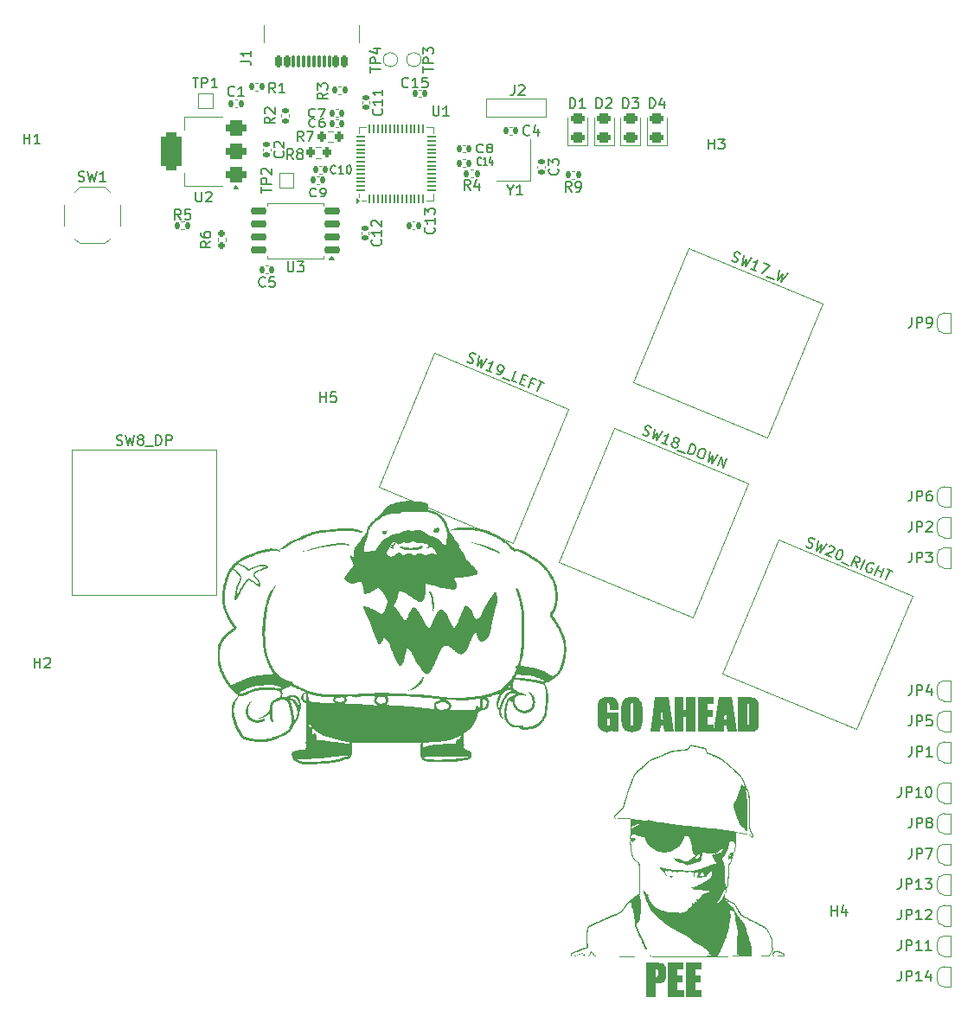
<source format=gbr>
%TF.GenerationSoftware,KiCad,Pcbnew,8.0.4*%
%TF.CreationDate,2024-07-30T01:54:57-07:00*%
%TF.ProjectId,3board_a,33626f61-7264-45f6-912e-6b696361645f,rev?*%
%TF.SameCoordinates,Original*%
%TF.FileFunction,Legend,Top*%
%TF.FilePolarity,Positive*%
%FSLAX46Y46*%
G04 Gerber Fmt 4.6, Leading zero omitted, Abs format (unit mm)*
G04 Created by KiCad (PCBNEW 8.0.4) date 2024-07-30 01:54:57*
%MOMM*%
%LPD*%
G01*
G04 APERTURE LIST*
G04 Aperture macros list*
%AMRoundRect*
0 Rectangle with rounded corners*
0 $1 Rounding radius*
0 $2 $3 $4 $5 $6 $7 $8 $9 X,Y pos of 4 corners*
0 Add a 4 corners polygon primitive as box body*
4,1,4,$2,$3,$4,$5,$6,$7,$8,$9,$2,$3,0*
0 Add four circle primitives for the rounded corners*
1,1,$1+$1,$2,$3*
1,1,$1+$1,$4,$5*
1,1,$1+$1,$6,$7*
1,1,$1+$1,$8,$9*
0 Add four rect primitives between the rounded corners*
20,1,$1+$1,$2,$3,$4,$5,0*
20,1,$1+$1,$4,$5,$6,$7,0*
20,1,$1+$1,$6,$7,$8,$9,0*
20,1,$1+$1,$8,$9,$2,$3,0*%
%AMFreePoly0*
4,1,19,0.500000,-0.750000,0.000000,-0.750000,0.000000,-0.744911,-0.071157,-0.744911,-0.207708,-0.704816,-0.327430,-0.627875,-0.420627,-0.520320,-0.479746,-0.390866,-0.500000,-0.250000,-0.500000,0.250000,-0.479746,0.390866,-0.420627,0.520320,-0.327430,0.627875,-0.207708,0.704816,-0.071157,0.744911,0.000000,0.744911,0.000000,0.750000,0.500000,0.750000,0.500000,-0.750000,0.500000,-0.750000,
$1*%
G04 Aperture macros list end*
%ADD10C,0.000000*%
%ADD11C,0.300000*%
%ADD12C,0.150000*%
%ADD13C,0.120000*%
%ADD14C,0.100000*%
%ADD15RoundRect,0.140000X0.170000X-0.140000X0.170000X0.140000X-0.170000X0.140000X-0.170000X-0.140000X0*%
%ADD16RoundRect,0.135000X0.135000X0.185000X-0.135000X0.185000X-0.135000X-0.185000X0.135000X-0.185000X0*%
%ADD17C,1.000000*%
%ADD18FreePoly0,0.000000*%
%ADD19RoundRect,0.140000X-0.170000X0.140000X-0.170000X-0.140000X0.170000X-0.140000X0.170000X0.140000X0*%
%ADD20RoundRect,0.140000X0.140000X0.170000X-0.140000X0.170000X-0.140000X-0.170000X0.140000X-0.170000X0*%
%ADD21RoundRect,0.135000X-0.135000X-0.185000X0.135000X-0.185000X0.135000X0.185000X-0.135000X0.185000X0*%
%ADD22RoundRect,0.243750X0.456250X-0.243750X0.456250X0.243750X-0.456250X0.243750X-0.456250X-0.243750X0*%
%ADD23R,1.000000X1.000000*%
%ADD24C,1.750000*%
%ADD25C,3.050000*%
%ADD26C,4.000000*%
%ADD27RoundRect,0.160000X-0.160000X0.197500X-0.160000X-0.197500X0.160000X-0.197500X0.160000X0.197500X0*%
%ADD28RoundRect,0.140000X-0.140000X-0.170000X0.140000X-0.170000X0.140000X0.170000X-0.140000X0.170000X0*%
%ADD29C,0.600000*%
%ADD30RoundRect,0.150000X0.150000X0.420000X-0.150000X0.420000X-0.150000X-0.420000X0.150000X-0.420000X0*%
%ADD31RoundRect,0.075000X0.075000X0.495000X-0.075000X0.495000X-0.075000X-0.495000X0.075000X-0.495000X0*%
%ADD32O,1.000000X2.000000*%
%ADD33O,1.000000X1.700000*%
%ADD34RoundRect,0.150000X0.650000X0.150000X-0.650000X0.150000X-0.650000X-0.150000X0.650000X-0.150000X0*%
%ADD35C,1.400000*%
%ADD36C,3.200000*%
%ADD37RoundRect,0.200000X-0.200000X-0.275000X0.200000X-0.275000X0.200000X0.275000X-0.200000X0.275000X0*%
%ADD38R,1.200000X1.400000*%
%ADD39R,1.000000X0.750000*%
%ADD40RoundRect,0.500000X0.500000X1.400000X-0.500000X1.400000X-0.500000X-1.400000X0.500000X-1.400000X0*%
%ADD41RoundRect,0.375000X0.625000X0.375000X-0.625000X0.375000X-0.625000X-0.375000X0.625000X-0.375000X0*%
%ADD42RoundRect,0.050000X0.050000X-0.387500X0.050000X0.387500X-0.050000X0.387500X-0.050000X-0.387500X0*%
%ADD43RoundRect,0.050000X0.387500X-0.050000X0.387500X0.050000X-0.387500X0.050000X-0.387500X-0.050000X0*%
%ADD44R,3.200000X3.200000*%
%ADD45RoundRect,0.135000X-0.185000X0.135000X-0.185000X-0.135000X0.185000X-0.135000X0.185000X0.135000X0*%
G04 APERTURE END LIST*
D10*
G36*
X117487709Y-109289076D02*
G01*
X117486137Y-109288149D01*
X117484640Y-109287344D01*
X117483210Y-109286641D01*
X117481834Y-109286024D01*
X117480504Y-109285474D01*
X117479208Y-109284974D01*
X117476677Y-109284051D01*
X117474159Y-109283110D01*
X117472879Y-109282588D01*
X117471571Y-109282008D01*
X117470225Y-109281353D01*
X117468829Y-109280603D01*
X117467374Y-109279742D01*
X117465850Y-109278751D01*
X117443899Y-109264165D01*
X117422477Y-109250554D01*
X117402119Y-109238217D01*
X117383363Y-109227453D01*
X117374752Y-109222754D01*
X117366743Y-109218561D01*
X117359402Y-109214910D01*
X117352797Y-109211839D01*
X117346993Y-109209386D01*
X117342059Y-109207587D01*
X117338062Y-109206481D01*
X117336435Y-109206199D01*
X117335067Y-109206104D01*
X117334672Y-109206052D01*
X117334176Y-109205901D01*
X117332905Y-109205324D01*
X117331301Y-109204416D01*
X117329406Y-109203224D01*
X117324926Y-109200163D01*
X117319822Y-109196502D01*
X117309162Y-109188814D01*
X117304320Y-109185506D01*
X117302177Y-109184144D01*
X117300278Y-109183036D01*
X117487709Y-109183036D01*
X117487709Y-109289076D01*
G37*
G36*
X108724910Y-112670830D02*
G01*
X108731095Y-112685221D01*
X108744304Y-112715174D01*
X108750307Y-112729000D01*
X108755228Y-112740903D01*
X108757122Y-112745863D01*
X108758555Y-112750016D01*
X108759461Y-112753254D01*
X108759777Y-112755469D01*
X108760154Y-112760096D01*
X108761261Y-112765596D01*
X108763060Y-112771898D01*
X108765513Y-112778931D01*
X108768584Y-112786624D01*
X108772234Y-112794904D01*
X108776428Y-112803701D01*
X108781126Y-112812943D01*
X108791890Y-112832477D01*
X108804227Y-112852936D01*
X108817838Y-112873749D01*
X108825028Y-112884109D01*
X108832424Y-112894344D01*
X108839815Y-112904527D01*
X108846989Y-112914735D01*
X108853909Y-112924903D01*
X108860539Y-112934964D01*
X108866842Y-112944853D01*
X108872782Y-112954503D01*
X108878322Y-112963848D01*
X108883426Y-112972823D01*
X108888056Y-112981362D01*
X108892176Y-112989397D01*
X108895750Y-112996864D01*
X108898741Y-113003696D01*
X108901112Y-113009828D01*
X108902826Y-113015193D01*
X108903848Y-113019726D01*
X108904088Y-113021659D01*
X108904141Y-113023359D01*
X108904414Y-113025236D01*
X108905252Y-113028128D01*
X108908379Y-113036535D01*
X108913044Y-113047733D01*
X108918767Y-113060873D01*
X108931469Y-113089592D01*
X108937489Y-113103475D01*
X108942650Y-113115912D01*
X108730756Y-113115912D01*
X108729359Y-113110218D01*
X108727854Y-113104654D01*
X108724743Y-113093702D01*
X108723249Y-113088205D01*
X108721871Y-113082623D01*
X108720665Y-113076901D01*
X108720144Y-113073970D01*
X108719687Y-113070984D01*
X108719687Y-112657986D01*
X108724910Y-112670830D01*
G37*
G36*
X121972093Y-113952854D02*
G01*
X121997615Y-113955346D01*
X122022822Y-113959203D01*
X122047742Y-113964287D01*
X122072403Y-113970462D01*
X122096835Y-113977592D01*
X122121065Y-113985542D01*
X122145122Y-113994174D01*
X122334762Y-114071481D01*
X122367396Y-114080254D01*
X122400543Y-114091284D01*
X122433739Y-114104524D01*
X122466516Y-114119925D01*
X122498408Y-114137438D01*
X122528948Y-114157015D01*
X122543566Y-114167563D01*
X122557671Y-114178608D01*
X122571205Y-114190145D01*
X122584110Y-114202167D01*
X122596327Y-114214670D01*
X122607799Y-114227646D01*
X122618466Y-114241089D01*
X122628271Y-114254994D01*
X122637155Y-114269355D01*
X122645060Y-114284164D01*
X122651927Y-114299417D01*
X122657700Y-114315108D01*
X122662318Y-114331229D01*
X122665724Y-114347776D01*
X122667859Y-114364741D01*
X122668666Y-114382120D01*
X122668086Y-114399906D01*
X122666060Y-114418092D01*
X122662531Y-114436673D01*
X122657440Y-114455644D01*
X122619269Y-114470196D01*
X122580520Y-114482051D01*
X122541254Y-114491484D01*
X122501536Y-114498771D01*
X122461428Y-114504190D01*
X122420992Y-114508015D01*
X122380291Y-114510524D01*
X122339389Y-114511993D01*
X122175022Y-114512993D01*
X122093263Y-114514436D01*
X122052709Y-114516360D01*
X122012456Y-114519454D01*
X121984030Y-114517699D01*
X121955048Y-114517858D01*
X121925623Y-114519478D01*
X121895870Y-114522104D01*
X121835835Y-114528563D01*
X121805781Y-114531487D01*
X121775855Y-114533604D01*
X121746170Y-114534458D01*
X121716841Y-114533597D01*
X121687981Y-114530566D01*
X121673763Y-114528096D01*
X121659705Y-114524913D01*
X121645821Y-114520960D01*
X121632126Y-114516182D01*
X121618634Y-114510521D01*
X121605359Y-114503921D01*
X121592316Y-114496325D01*
X121579518Y-114487675D01*
X121566980Y-114477917D01*
X121554716Y-114466992D01*
X121544180Y-114459829D01*
X121534604Y-114452296D01*
X121525959Y-114444415D01*
X121518215Y-114436207D01*
X121511342Y-114427690D01*
X121505310Y-114418886D01*
X121500088Y-114409816D01*
X121495648Y-114400499D01*
X121491958Y-114390956D01*
X121488988Y-114381209D01*
X121486709Y-114371276D01*
X121486518Y-114370084D01*
X121576390Y-114370084D01*
X121576430Y-114373281D01*
X121576683Y-114376440D01*
X121577152Y-114379568D01*
X121577838Y-114382673D01*
X121578745Y-114385763D01*
X121579875Y-114388845D01*
X121581231Y-114391929D01*
X121582815Y-114395021D01*
X121584631Y-114398131D01*
X121586680Y-114401265D01*
X121588966Y-114404431D01*
X121591491Y-114407639D01*
X121594258Y-114410894D01*
X121597269Y-114414207D01*
X121600527Y-114417584D01*
X121607794Y-114424563D01*
X121616082Y-114431895D01*
X121625410Y-114439645D01*
X121632357Y-114444993D01*
X121639587Y-114450039D01*
X121647044Y-114454763D01*
X121654668Y-114459146D01*
X121662404Y-114463168D01*
X121670192Y-114466809D01*
X121677975Y-114470049D01*
X121685694Y-114472870D01*
X121693293Y-114475251D01*
X121700713Y-114477174D01*
X121707897Y-114478617D01*
X121714786Y-114479562D01*
X121721322Y-114479990D01*
X121727449Y-114479879D01*
X121730340Y-114479616D01*
X121733108Y-114479212D01*
X121735743Y-114478663D01*
X121738240Y-114477968D01*
X121755567Y-114474860D01*
X121786960Y-114471748D01*
X121884840Y-114465849D01*
X122017669Y-114460939D01*
X122171237Y-114457690D01*
X122249083Y-114456112D01*
X122322322Y-114453647D01*
X122389309Y-114450420D01*
X122448395Y-114446553D01*
X122497934Y-114442172D01*
X122518608Y-114439827D01*
X122536278Y-114437400D01*
X122550738Y-114434906D01*
X122561781Y-114432362D01*
X122569201Y-114429781D01*
X122571489Y-114428483D01*
X122572794Y-114427181D01*
X122573535Y-114425796D01*
X122574151Y-114424250D01*
X122575012Y-114420701D01*
X122575392Y-114416581D01*
X122575306Y-114411940D01*
X122574770Y-114406826D01*
X122573797Y-114401286D01*
X122572404Y-114395370D01*
X122570605Y-114389125D01*
X122568415Y-114382600D01*
X122565849Y-114375844D01*
X122562922Y-114368903D01*
X122559649Y-114361828D01*
X122556046Y-114354665D01*
X122552126Y-114347464D01*
X122547906Y-114340273D01*
X122543400Y-114333140D01*
X122538242Y-114325959D01*
X122532110Y-114318628D01*
X122525083Y-114311201D01*
X122517240Y-114303729D01*
X122508661Y-114296266D01*
X122499425Y-114288864D01*
X122489613Y-114281577D01*
X122479302Y-114274458D01*
X122468573Y-114267560D01*
X122457506Y-114260934D01*
X122446179Y-114254636D01*
X122434672Y-114248716D01*
X122423064Y-114243229D01*
X122411436Y-114238227D01*
X122399866Y-114233763D01*
X122388433Y-114229890D01*
X122363937Y-114221832D01*
X122336420Y-114212139D01*
X122306820Y-114201180D01*
X122276072Y-114189321D01*
X122245115Y-114176928D01*
X122214885Y-114164369D01*
X122186319Y-114152011D01*
X122160354Y-114140221D01*
X122147866Y-114134598D01*
X122134825Y-114129131D01*
X122121336Y-114123849D01*
X122107506Y-114118780D01*
X122093441Y-114113954D01*
X122079246Y-114109398D01*
X122065027Y-114105140D01*
X122050891Y-114101210D01*
X122036943Y-114097636D01*
X122023290Y-114094446D01*
X122010036Y-114091669D01*
X121997289Y-114089333D01*
X121985155Y-114087466D01*
X121973738Y-114086098D01*
X121963146Y-114085256D01*
X121953483Y-114084969D01*
X121933731Y-114085352D01*
X121911623Y-114086448D01*
X121887907Y-114088181D01*
X121863329Y-114090472D01*
X121838637Y-114093244D01*
X121814579Y-114096418D01*
X121791902Y-114099918D01*
X121771355Y-114103666D01*
X121759640Y-114106265D01*
X121748515Y-114109264D01*
X121737969Y-114112670D01*
X121727991Y-114116493D01*
X121718569Y-114120741D01*
X121709692Y-114125422D01*
X121705455Y-114127928D01*
X121701350Y-114130546D01*
X121697376Y-114133276D01*
X121693531Y-114136120D01*
X121689814Y-114139079D01*
X121686224Y-114142154D01*
X121682759Y-114145346D01*
X121679418Y-114148657D01*
X121676199Y-114152086D01*
X121673101Y-114155636D01*
X121670123Y-114159307D01*
X121667264Y-114163100D01*
X121664521Y-114167017D01*
X121661894Y-114171059D01*
X121656980Y-114179520D01*
X121652512Y-114188493D01*
X121648478Y-114197985D01*
X121641917Y-114214349D01*
X121634628Y-114231841D01*
X121626854Y-114249917D01*
X121618838Y-114268035D01*
X121610824Y-114285653D01*
X121603055Y-114302226D01*
X121595775Y-114317213D01*
X121589226Y-114330070D01*
X121585161Y-114338244D01*
X121583406Y-114342149D01*
X121581840Y-114345944D01*
X121580466Y-114349636D01*
X121579286Y-114353234D01*
X121578302Y-114356746D01*
X121577519Y-114360178D01*
X121576937Y-114363540D01*
X121576560Y-114366839D01*
X121576390Y-114370084D01*
X121486518Y-114370084D01*
X121485091Y-114361179D01*
X121484103Y-114350937D01*
X121483715Y-114340573D01*
X121483898Y-114330105D01*
X121484621Y-114319555D01*
X121487568Y-114298289D01*
X121492314Y-114276938D01*
X121498621Y-114255666D01*
X121506247Y-114234636D01*
X121514952Y-114214013D01*
X121524495Y-114193961D01*
X121534637Y-114174642D01*
X121545136Y-114156220D01*
X121549807Y-114140028D01*
X121555359Y-114124699D01*
X121561756Y-114110209D01*
X121568959Y-114096536D01*
X121576931Y-114083656D01*
X121585635Y-114071548D01*
X121595033Y-114060186D01*
X121605089Y-114049550D01*
X121615763Y-114039615D01*
X121627020Y-114030359D01*
X121638822Y-114021759D01*
X121651130Y-114013791D01*
X121663909Y-114006433D01*
X121677120Y-113999661D01*
X121704690Y-113987786D01*
X121733541Y-113977981D01*
X121763374Y-113970063D01*
X121793889Y-113963847D01*
X121824788Y-113959149D01*
X121855770Y-113955786D01*
X121886537Y-113953572D01*
X121916789Y-113952325D01*
X121946227Y-113951861D01*
X121972093Y-113952854D01*
G37*
G36*
X111626845Y-106622683D02*
G01*
X111636647Y-106623449D01*
X111646698Y-106624631D01*
X111656925Y-106626205D01*
X111667249Y-106628148D01*
X111677596Y-106630436D01*
X111687889Y-106633048D01*
X111698052Y-106635960D01*
X111708009Y-106639149D01*
X111717684Y-106642591D01*
X111727000Y-106646264D01*
X111735883Y-106650145D01*
X111744254Y-106654210D01*
X111752040Y-106658437D01*
X111759163Y-106662802D01*
X111765547Y-106667282D01*
X111773163Y-106672682D01*
X111781062Y-106677567D01*
X111789259Y-106681941D01*
X111797768Y-106685806D01*
X111806605Y-106689164D01*
X111815783Y-106692017D01*
X111825317Y-106694369D01*
X111835221Y-106696220D01*
X111845511Y-106697574D01*
X111856200Y-106698434D01*
X111867303Y-106698800D01*
X111878835Y-106698677D01*
X111890810Y-106698065D01*
X111903242Y-106696968D01*
X111916146Y-106695388D01*
X111929537Y-106693327D01*
X111940479Y-106691645D01*
X111951279Y-106690300D01*
X111961874Y-106689287D01*
X111972203Y-106688600D01*
X111982205Y-106688236D01*
X111991819Y-106688187D01*
X112000982Y-106688449D01*
X112009634Y-106689017D01*
X112017714Y-106689886D01*
X112025158Y-106691049D01*
X112031907Y-106692503D01*
X112037899Y-106694240D01*
X112040592Y-106695214D01*
X112043072Y-106696257D01*
X112045332Y-106697369D01*
X112047365Y-106698549D01*
X112049162Y-106699795D01*
X112050716Y-106701108D01*
X112052020Y-106702487D01*
X112053064Y-106703931D01*
X112053284Y-106704350D01*
X112053474Y-106704814D01*
X112053637Y-106705316D01*
X112053777Y-106705853D01*
X112053898Y-106706417D01*
X112054004Y-106707005D01*
X112054183Y-106708227D01*
X112054344Y-106709476D01*
X112054518Y-106710709D01*
X112054618Y-106711306D01*
X112054732Y-106711883D01*
X112054864Y-106712434D01*
X112055018Y-106712954D01*
X111702109Y-106704955D01*
X111703963Y-106706794D01*
X111705803Y-106708699D01*
X111707614Y-106710664D01*
X111709381Y-106712683D01*
X111711091Y-106714753D01*
X111712729Y-106716867D01*
X111714279Y-106719021D01*
X111715728Y-106721210D01*
X111717061Y-106723429D01*
X111718263Y-106725673D01*
X111719321Y-106727936D01*
X111720218Y-106730214D01*
X111720942Y-106732501D01*
X111721477Y-106734793D01*
X111721669Y-106735939D01*
X111721808Y-106737085D01*
X111721893Y-106738229D01*
X111721922Y-106739371D01*
X111721751Y-106740772D01*
X111721245Y-106742154D01*
X111720411Y-106743517D01*
X111719258Y-106744857D01*
X111716029Y-106747467D01*
X111711624Y-106749970D01*
X111706109Y-106752352D01*
X111699552Y-106754599D01*
X111692020Y-106756698D01*
X111683578Y-106758634D01*
X111674294Y-106760395D01*
X111664234Y-106761965D01*
X111653465Y-106763331D01*
X111642054Y-106764480D01*
X111630068Y-106765398D01*
X111617574Y-106766071D01*
X111604637Y-106766484D01*
X111591325Y-106766625D01*
X111578013Y-106766495D01*
X111565073Y-106766112D01*
X111552574Y-106765489D01*
X111540582Y-106764639D01*
X111529165Y-106763576D01*
X111518388Y-106762311D01*
X111508320Y-106760858D01*
X111499027Y-106759229D01*
X111490576Y-106757438D01*
X111483035Y-106755496D01*
X111476470Y-106753418D01*
X111473574Y-106752331D01*
X111470948Y-106751215D01*
X111468600Y-106750071D01*
X111466537Y-106748901D01*
X111464769Y-106747706D01*
X111463303Y-106746488D01*
X111462149Y-106745248D01*
X111461314Y-106743989D01*
X111460806Y-106742712D01*
X111460636Y-106741417D01*
X111460760Y-106740193D01*
X111461131Y-106738948D01*
X111461742Y-106737685D01*
X111462587Y-106736405D01*
X111464953Y-106733802D01*
X111468181Y-106731156D01*
X111472224Y-106728483D01*
X111477031Y-106725797D01*
X111482556Y-106723115D01*
X111488749Y-106720451D01*
X111495562Y-106717822D01*
X111502946Y-106715244D01*
X111510854Y-106712731D01*
X111519236Y-106710300D01*
X111528043Y-106707965D01*
X111537228Y-106705743D01*
X111546742Y-106703649D01*
X111556537Y-106701699D01*
X111363990Y-106697327D01*
X111367143Y-106694253D01*
X111370465Y-106691186D01*
X111373959Y-106688134D01*
X111377627Y-106685104D01*
X111381471Y-106682104D01*
X111385492Y-106679142D01*
X111389693Y-106676226D01*
X111394076Y-106673364D01*
X111398641Y-106670563D01*
X111403392Y-106667831D01*
X111408330Y-106665176D01*
X111413457Y-106662606D01*
X111418775Y-106660128D01*
X111424286Y-106657751D01*
X111429991Y-106655483D01*
X111435893Y-106653330D01*
X111445676Y-106650087D01*
X111456102Y-106646945D01*
X111478505Y-106641023D01*
X111502360Y-106635692D01*
X111526922Y-106631079D01*
X111551447Y-106627311D01*
X111575193Y-106624517D01*
X111597415Y-106622822D01*
X111607723Y-106622427D01*
X111617370Y-106622355D01*
X111626845Y-106622683D01*
G37*
G36*
X88735651Y-72543968D02*
G01*
X88749550Y-72544969D01*
X88762808Y-72546573D01*
X88775424Y-72548779D01*
X88787398Y-72551588D01*
X88798729Y-72554997D01*
X88809416Y-72559008D01*
X88819459Y-72563619D01*
X88828858Y-72568830D01*
X88837612Y-72574640D01*
X88845719Y-72581049D01*
X88853180Y-72588056D01*
X88859995Y-72595661D01*
X88866161Y-72603864D01*
X88871680Y-72612664D01*
X88876550Y-72622059D01*
X88880770Y-72632051D01*
X88884341Y-72642638D01*
X88887261Y-72653820D01*
X88889531Y-72665596D01*
X88891148Y-72677966D01*
X88892114Y-72690930D01*
X88892426Y-72704486D01*
X88892085Y-72718635D01*
X88891091Y-72733376D01*
X88889442Y-72748708D01*
X88887137Y-72764631D01*
X88881434Y-72794765D01*
X88874391Y-72822992D01*
X88865971Y-72849350D01*
X88861232Y-72861841D01*
X88856134Y-72873879D01*
X88850671Y-72885470D01*
X88844840Y-72896618D01*
X88838635Y-72907329D01*
X88832052Y-72917607D01*
X88825085Y-72927457D01*
X88817729Y-72936884D01*
X88809980Y-72945893D01*
X88801833Y-72954489D01*
X88793283Y-72962677D01*
X88784325Y-72970461D01*
X88774954Y-72977847D01*
X88765165Y-72984840D01*
X88754954Y-72991444D01*
X88744315Y-72997664D01*
X88733244Y-73003506D01*
X88721736Y-73008973D01*
X88709785Y-73014072D01*
X88697388Y-73018807D01*
X88671232Y-73027204D01*
X88643230Y-73034203D01*
X88613342Y-73039845D01*
X88594815Y-73042550D01*
X88577481Y-73044455D01*
X88561221Y-73045518D01*
X88545916Y-73045700D01*
X88531446Y-73044957D01*
X88517693Y-73043250D01*
X88504537Y-73040536D01*
X88491859Y-73036775D01*
X88479541Y-73031925D01*
X88467463Y-73025945D01*
X88455505Y-73018794D01*
X88443549Y-73010431D01*
X88431476Y-73000814D01*
X88419167Y-72989902D01*
X88406501Y-72977653D01*
X88393361Y-72964027D01*
X88379973Y-72948755D01*
X88368171Y-72933253D01*
X88357932Y-72917558D01*
X88349233Y-72901708D01*
X88342052Y-72885743D01*
X88336366Y-72869700D01*
X88332152Y-72853618D01*
X88329388Y-72837534D01*
X88328050Y-72821488D01*
X88328117Y-72805517D01*
X88329565Y-72789659D01*
X88332371Y-72773953D01*
X88336513Y-72758438D01*
X88341969Y-72743151D01*
X88348715Y-72728130D01*
X88356729Y-72713414D01*
X88365987Y-72699042D01*
X88376468Y-72685051D01*
X88388149Y-72671479D01*
X88401007Y-72658366D01*
X88415018Y-72645748D01*
X88430162Y-72633666D01*
X88446413Y-72622155D01*
X88463751Y-72611256D01*
X88482153Y-72601006D01*
X88501594Y-72591444D01*
X88522054Y-72582607D01*
X88543509Y-72574534D01*
X88565936Y-72567264D01*
X88589313Y-72560834D01*
X88613617Y-72555282D01*
X88638825Y-72550648D01*
X88673655Y-72546001D01*
X88690113Y-72544586D01*
X88705932Y-72543776D01*
X88721111Y-72543570D01*
X88735651Y-72543968D01*
G37*
G36*
X108682032Y-101295468D02*
G01*
X108691611Y-101296606D01*
X108701062Y-101298343D01*
X108705725Y-101299438D01*
X108710339Y-101300684D01*
X108714898Y-101302082D01*
X108719397Y-101303633D01*
X108723829Y-101305336D01*
X108728188Y-101307193D01*
X108732470Y-101309205D01*
X108736667Y-101311370D01*
X108740776Y-101313691D01*
X108744788Y-101316168D01*
X108748700Y-101318800D01*
X108752505Y-101321589D01*
X108756197Y-101324536D01*
X108759771Y-101327640D01*
X108763220Y-101330902D01*
X108766539Y-101334323D01*
X108769723Y-101337903D01*
X108772765Y-101341643D01*
X108775660Y-101345544D01*
X108778402Y-101349605D01*
X108780985Y-101353827D01*
X108783404Y-101358211D01*
X108788964Y-101370410D01*
X108793181Y-101382237D01*
X108796112Y-101393692D01*
X108797811Y-101404772D01*
X108798335Y-101415478D01*
X108797739Y-101425806D01*
X108796079Y-101435756D01*
X108793412Y-101445325D01*
X108789792Y-101454514D01*
X108785276Y-101463319D01*
X108779919Y-101471741D01*
X108773778Y-101479776D01*
X108766907Y-101487424D01*
X108759364Y-101494683D01*
X108751203Y-101501552D01*
X108742480Y-101508029D01*
X108733251Y-101514113D01*
X108723573Y-101519803D01*
X108703089Y-101529991D01*
X108681474Y-101538583D01*
X108659176Y-101545566D01*
X108636639Y-101550928D01*
X108614312Y-101554659D01*
X108592639Y-101556745D01*
X108572068Y-101557176D01*
X108570185Y-101569501D01*
X108567522Y-101580885D01*
X108564116Y-101591377D01*
X108560008Y-101601026D01*
X108555236Y-101609879D01*
X108549839Y-101617987D01*
X108543857Y-101625398D01*
X108537328Y-101632160D01*
X108530292Y-101638323D01*
X108522788Y-101643936D01*
X108514855Y-101649046D01*
X108506531Y-101653703D01*
X108488872Y-101661853D01*
X108470121Y-101668777D01*
X108390473Y-101692009D01*
X108370964Y-101698653D01*
X108352242Y-101706413D01*
X108343273Y-101710833D01*
X108334619Y-101715679D01*
X108326318Y-101720998D01*
X108318409Y-101726840D01*
X108309395Y-101735637D01*
X108300085Y-101743896D01*
X108290495Y-101751648D01*
X108280647Y-101758928D01*
X108260245Y-101772204D01*
X108239031Y-101783989D01*
X108217154Y-101794549D01*
X108194765Y-101804149D01*
X108149053Y-101821536D01*
X108103099Y-101838278D01*
X108080408Y-101847071D01*
X108058107Y-101856500D01*
X108036348Y-101866832D01*
X108015281Y-101878332D01*
X107995057Y-101891265D01*
X107985307Y-101898353D01*
X107975825Y-101905899D01*
X107967111Y-101917227D01*
X107957387Y-101927944D01*
X107946732Y-101938030D01*
X107935225Y-101947468D01*
X107922946Y-101956239D01*
X107909973Y-101964323D01*
X107896385Y-101971702D01*
X107882262Y-101978357D01*
X107867682Y-101984270D01*
X107852726Y-101989421D01*
X107837471Y-101993792D01*
X107821998Y-101997365D01*
X107806384Y-102000119D01*
X107790711Y-102002037D01*
X107775055Y-102003100D01*
X107759497Y-102003289D01*
X107744116Y-102002585D01*
X107728991Y-102000970D01*
X107714200Y-101998424D01*
X107699824Y-101994930D01*
X107685941Y-101990467D01*
X107672630Y-101985018D01*
X107659971Y-101978563D01*
X107648042Y-101971085D01*
X107636923Y-101962563D01*
X107626693Y-101952980D01*
X107617430Y-101942316D01*
X107609215Y-101930553D01*
X107602126Y-101917672D01*
X107598707Y-101909527D01*
X107686168Y-101909527D01*
X107686223Y-101911477D01*
X107686484Y-101913393D01*
X107686948Y-101915273D01*
X107687611Y-101917114D01*
X107688468Y-101918916D01*
X107689517Y-101920675D01*
X107690751Y-101922391D01*
X107692169Y-101924062D01*
X107695534Y-101927260D01*
X107699579Y-101930256D01*
X107704273Y-101933034D01*
X107709581Y-101935581D01*
X107715472Y-101937881D01*
X107721912Y-101939922D01*
X107728869Y-101941688D01*
X107736309Y-101943165D01*
X107744201Y-101944338D01*
X107752512Y-101945194D01*
X107761208Y-101945719D01*
X107770256Y-101945896D01*
X107780434Y-101945611D01*
X107790478Y-101944762D01*
X107800374Y-101943354D01*
X107810108Y-101941397D01*
X107819665Y-101938897D01*
X107829030Y-101935862D01*
X107838187Y-101932300D01*
X107847123Y-101928217D01*
X107855822Y-101923621D01*
X107864271Y-101918520D01*
X107872452Y-101912921D01*
X107880353Y-101906831D01*
X107887959Y-101900258D01*
X107895254Y-101893209D01*
X107902223Y-101885692D01*
X107908852Y-101877715D01*
X107914836Y-101870675D01*
X107921680Y-101863639D01*
X107929306Y-101856652D01*
X107937633Y-101849757D01*
X107946583Y-101843000D01*
X107956077Y-101836425D01*
X107966034Y-101830078D01*
X107976377Y-101824002D01*
X107987024Y-101818243D01*
X107997898Y-101812846D01*
X108008919Y-101807854D01*
X108020007Y-101803314D01*
X108031083Y-101799269D01*
X108042068Y-101795765D01*
X108052883Y-101792846D01*
X108063448Y-101790557D01*
X108074173Y-101788244D01*
X108085456Y-101785259D01*
X108097203Y-101781648D01*
X108109319Y-101777459D01*
X108121707Y-101772736D01*
X108134275Y-101767529D01*
X108146925Y-101761882D01*
X108159564Y-101755844D01*
X108172096Y-101749460D01*
X108184425Y-101742777D01*
X108196457Y-101735843D01*
X108208097Y-101728703D01*
X108219250Y-101721405D01*
X108229820Y-101713995D01*
X108239712Y-101706521D01*
X108248832Y-101699028D01*
X108257781Y-101691632D01*
X108267171Y-101684443D01*
X108276926Y-101677497D01*
X108286966Y-101670832D01*
X108297213Y-101664486D01*
X108307591Y-101658496D01*
X108318019Y-101652898D01*
X108328420Y-101647732D01*
X108338717Y-101643033D01*
X108348830Y-101638839D01*
X108358682Y-101635188D01*
X108368194Y-101632117D01*
X108377289Y-101629664D01*
X108385889Y-101627865D01*
X108393914Y-101626758D01*
X108401287Y-101626381D01*
X108404777Y-101626343D01*
X108408223Y-101626231D01*
X108411620Y-101626045D01*
X108414965Y-101625789D01*
X108418251Y-101625464D01*
X108421477Y-101625072D01*
X108424636Y-101624614D01*
X108427724Y-101624093D01*
X108430738Y-101623510D01*
X108433673Y-101622867D01*
X108436524Y-101622166D01*
X108439288Y-101621410D01*
X108441959Y-101620599D01*
X108444533Y-101619736D01*
X108447007Y-101618822D01*
X108449375Y-101617860D01*
X108451633Y-101616851D01*
X108453777Y-101615796D01*
X108455803Y-101614699D01*
X108457707Y-101613561D01*
X108459482Y-101612383D01*
X108461127Y-101611168D01*
X108462635Y-101609917D01*
X108464004Y-101608632D01*
X108465227Y-101607315D01*
X108466302Y-101605969D01*
X108467223Y-101604594D01*
X108467987Y-101603192D01*
X108468588Y-101601766D01*
X108469023Y-101600318D01*
X108469288Y-101598848D01*
X108469377Y-101597360D01*
X108469185Y-101595872D01*
X108468618Y-101594403D01*
X108467685Y-101592954D01*
X108466394Y-101591529D01*
X108462778Y-101588753D01*
X108457845Y-101586089D01*
X108451671Y-101583554D01*
X108444330Y-101581161D01*
X108435897Y-101578925D01*
X108426448Y-101576862D01*
X108416057Y-101574985D01*
X108404799Y-101573311D01*
X108392749Y-101571853D01*
X108379982Y-101570628D01*
X108366574Y-101569648D01*
X108352598Y-101568930D01*
X108338130Y-101568489D01*
X108323246Y-101568338D01*
X108305307Y-101568494D01*
X108288437Y-101568963D01*
X108272630Y-101569745D01*
X108257883Y-101570843D01*
X108244188Y-101572257D01*
X108231540Y-101573989D01*
X108219935Y-101576041D01*
X108214521Y-101577186D01*
X108209366Y-101578413D01*
X108204469Y-101579719D01*
X108199829Y-101581106D01*
X108195445Y-101582574D01*
X108191317Y-101584123D01*
X108187444Y-101585753D01*
X108183826Y-101587464D01*
X108180461Y-101589256D01*
X108177350Y-101591130D01*
X108174491Y-101593086D01*
X108171884Y-101595124D01*
X108169527Y-101597244D01*
X108167421Y-101599446D01*
X108165565Y-101601730D01*
X108163958Y-101604097D01*
X108162599Y-101606547D01*
X108161488Y-101609080D01*
X108159349Y-101613329D01*
X108156192Y-101617662D01*
X108152080Y-101622046D01*
X108147074Y-101626450D01*
X108141238Y-101630845D01*
X108134634Y-101635198D01*
X108127323Y-101639479D01*
X108119368Y-101643656D01*
X108110831Y-101647699D01*
X108101774Y-101651577D01*
X108092260Y-101655258D01*
X108082351Y-101658712D01*
X108072109Y-101661908D01*
X108061596Y-101664814D01*
X108050875Y-101667400D01*
X108040007Y-101669634D01*
X108016937Y-101674554D01*
X107991936Y-101680939D01*
X107965800Y-101688523D01*
X107939326Y-101697036D01*
X107913310Y-101706211D01*
X107888548Y-101715780D01*
X107865837Y-101725474D01*
X107855499Y-101730284D01*
X107845972Y-101735026D01*
X107836812Y-101739905D01*
X107827550Y-101745119D01*
X107818250Y-101750621D01*
X107808974Y-101756365D01*
X107799785Y-101762302D01*
X107790747Y-101768386D01*
X107781923Y-101774570D01*
X107773376Y-101780806D01*
X107765169Y-101787048D01*
X107757364Y-101793247D01*
X107750026Y-101799358D01*
X107743218Y-101805333D01*
X107737001Y-101811124D01*
X107731441Y-101816685D01*
X107726599Y-101821968D01*
X107722538Y-101826927D01*
X107718929Y-101831837D01*
X107715410Y-101836978D01*
X107712000Y-101842307D01*
X107708718Y-101847783D01*
X107705583Y-101853362D01*
X107702613Y-101859003D01*
X107699828Y-101864664D01*
X107697246Y-101870302D01*
X107694886Y-101875875D01*
X107692767Y-101881341D01*
X107690908Y-101886658D01*
X107689328Y-101891783D01*
X107688045Y-101896675D01*
X107687078Y-101901291D01*
X107686446Y-101905589D01*
X107686168Y-101909527D01*
X107598707Y-101909527D01*
X107596242Y-101903654D01*
X107591643Y-101888481D01*
X107588407Y-101872134D01*
X107591957Y-101851572D01*
X107596748Y-101831850D01*
X107602729Y-101812948D01*
X107609846Y-101794845D01*
X107618049Y-101777518D01*
X107627284Y-101760948D01*
X107637501Y-101745112D01*
X107648647Y-101729990D01*
X107660670Y-101715560D01*
X107673518Y-101701802D01*
X107687139Y-101688694D01*
X107701481Y-101676215D01*
X107732120Y-101653061D01*
X107765018Y-101632169D01*
X107799761Y-101613371D01*
X107835932Y-101596497D01*
X107873114Y-101581379D01*
X107910891Y-101567847D01*
X107948848Y-101555733D01*
X107986568Y-101544866D01*
X108059634Y-101526201D01*
X108068758Y-101516459D01*
X108078265Y-101507364D01*
X108088138Y-101498900D01*
X108098357Y-101491047D01*
X108107017Y-101485087D01*
X108556534Y-101485087D01*
X108556614Y-101486616D01*
X108556854Y-101488068D01*
X108557250Y-101489445D01*
X108557798Y-101490745D01*
X108558495Y-101491968D01*
X108559339Y-101493113D01*
X108560325Y-101494181D01*
X108561450Y-101495170D01*
X108562712Y-101496079D01*
X108564107Y-101496910D01*
X108567283Y-101498330D01*
X108570951Y-101499427D01*
X108575086Y-101500197D01*
X108579662Y-101500635D01*
X108584652Y-101500739D01*
X108590030Y-101500503D01*
X108595771Y-101499925D01*
X108601847Y-101499001D01*
X108608234Y-101497726D01*
X108614904Y-101496097D01*
X108621832Y-101494110D01*
X108635206Y-101489848D01*
X108648164Y-101485437D01*
X108660387Y-101481006D01*
X108671555Y-101476682D01*
X108681351Y-101472596D01*
X108685634Y-101470681D01*
X108689455Y-101468874D01*
X108692774Y-101467191D01*
X108695550Y-101465647D01*
X108697744Y-101464259D01*
X108699316Y-101463042D01*
X108699914Y-101462461D01*
X108700460Y-101461843D01*
X108700953Y-101461189D01*
X108701395Y-101460502D01*
X108701786Y-101459783D01*
X108702125Y-101459033D01*
X108702414Y-101458256D01*
X108702653Y-101457452D01*
X108702841Y-101456624D01*
X108702980Y-101455773D01*
X108703070Y-101454901D01*
X108703111Y-101454010D01*
X108703103Y-101453102D01*
X108703047Y-101452178D01*
X108702943Y-101451240D01*
X108702792Y-101450291D01*
X108702349Y-101448363D01*
X108701720Y-101446409D01*
X108700907Y-101444444D01*
X108699915Y-101442482D01*
X108698745Y-101440537D01*
X108697401Y-101438624D01*
X108695885Y-101436757D01*
X108694200Y-101434951D01*
X108693242Y-101434093D01*
X108692142Y-101433293D01*
X108690903Y-101432551D01*
X108689530Y-101431869D01*
X108688029Y-101431245D01*
X108686405Y-101430681D01*
X108684661Y-101430177D01*
X108682804Y-101429732D01*
X108680838Y-101429347D01*
X108678768Y-101429022D01*
X108676598Y-101428757D01*
X108674335Y-101428553D01*
X108671981Y-101428410D01*
X108669544Y-101428328D01*
X108667026Y-101428307D01*
X108664434Y-101428347D01*
X108664434Y-101428440D01*
X108659042Y-101428695D01*
X108653408Y-101429190D01*
X108647574Y-101429920D01*
X108641579Y-101430883D01*
X108635465Y-101432075D01*
X108629271Y-101433493D01*
X108623039Y-101435135D01*
X108616809Y-101436997D01*
X108610670Y-101439094D01*
X108604702Y-101441427D01*
X108598938Y-101443970D01*
X108593407Y-101446700D01*
X108588141Y-101449592D01*
X108583171Y-101452621D01*
X108578528Y-101455763D01*
X108574241Y-101458994D01*
X108570344Y-101462289D01*
X108568550Y-101463953D01*
X108566865Y-101465624D01*
X108565293Y-101467298D01*
X108563837Y-101468973D01*
X108562502Y-101470646D01*
X108561291Y-101472313D01*
X108560207Y-101473972D01*
X108559256Y-101475619D01*
X108558440Y-101477251D01*
X108557764Y-101478866D01*
X108557232Y-101480460D01*
X108556847Y-101482031D01*
X108556613Y-101483574D01*
X108556534Y-101485087D01*
X108107017Y-101485087D01*
X108108904Y-101483788D01*
X108119762Y-101477106D01*
X108130913Y-101470983D01*
X108142337Y-101465400D01*
X108165936Y-101455787D01*
X108190413Y-101448124D01*
X108215623Y-101442270D01*
X108241420Y-101438082D01*
X108267660Y-101435418D01*
X108294197Y-101434136D01*
X108320886Y-101434094D01*
X108347581Y-101435150D01*
X108374137Y-101437162D01*
X108400408Y-101439987D01*
X108426250Y-101443483D01*
X108451517Y-101447508D01*
X108453004Y-101440052D01*
X108454959Y-101432649D01*
X108457365Y-101425313D01*
X108460206Y-101418055D01*
X108463468Y-101410888D01*
X108467134Y-101403823D01*
X108471189Y-101396873D01*
X108475617Y-101390050D01*
X108485529Y-101376830D01*
X108496745Y-101364262D01*
X108509139Y-101352442D01*
X108522585Y-101341465D01*
X108536959Y-101331429D01*
X108552135Y-101322430D01*
X108567986Y-101314564D01*
X108584388Y-101307928D01*
X108601216Y-101302618D01*
X108618343Y-101298731D01*
X108626979Y-101297351D01*
X108635644Y-101296363D01*
X108644320Y-101295779D01*
X108652993Y-101295611D01*
X108662677Y-101294975D01*
X108672372Y-101294926D01*
X108682032Y-101295468D01*
G37*
G36*
X111626845Y-106622683D02*
G01*
X111636647Y-106623449D01*
X111646698Y-106624631D01*
X111656925Y-106626205D01*
X111667249Y-106628148D01*
X111677596Y-106630436D01*
X111687889Y-106633048D01*
X111698052Y-106635960D01*
X111708009Y-106639149D01*
X111717684Y-106642591D01*
X111727000Y-106646264D01*
X111735883Y-106650145D01*
X111744254Y-106654210D01*
X111752040Y-106658437D01*
X111759163Y-106662802D01*
X111765547Y-106667282D01*
X111773163Y-106672682D01*
X111781062Y-106677567D01*
X111789259Y-106681941D01*
X111797768Y-106685806D01*
X111806605Y-106689164D01*
X111815783Y-106692017D01*
X111825317Y-106694369D01*
X111835221Y-106696220D01*
X111845511Y-106697574D01*
X111856200Y-106698434D01*
X111867303Y-106698800D01*
X111878835Y-106698677D01*
X111890810Y-106698065D01*
X111903242Y-106696968D01*
X111916146Y-106695388D01*
X111929537Y-106693327D01*
X111940479Y-106691645D01*
X111951279Y-106690300D01*
X111961874Y-106689287D01*
X111972203Y-106688600D01*
X111982205Y-106688236D01*
X111991819Y-106688187D01*
X112000982Y-106688449D01*
X112009634Y-106689017D01*
X112017714Y-106689886D01*
X112025158Y-106691049D01*
X112031907Y-106692503D01*
X112037899Y-106694240D01*
X112040592Y-106695214D01*
X112043072Y-106696257D01*
X112045332Y-106697369D01*
X112047365Y-106698549D01*
X112049162Y-106699795D01*
X112050716Y-106701108D01*
X112052020Y-106702487D01*
X112053064Y-106703931D01*
X112053284Y-106704350D01*
X112053474Y-106704814D01*
X112053637Y-106705316D01*
X112053777Y-106705853D01*
X112053898Y-106706417D01*
X112054004Y-106707005D01*
X112054183Y-106708227D01*
X112054344Y-106709476D01*
X112054518Y-106710709D01*
X112054618Y-106711306D01*
X112054732Y-106711883D01*
X112054864Y-106712434D01*
X112055018Y-106712954D01*
X111702109Y-106704955D01*
X111703963Y-106706794D01*
X111705803Y-106708699D01*
X111707614Y-106710664D01*
X111709381Y-106712683D01*
X111711091Y-106714753D01*
X111712729Y-106716867D01*
X111714279Y-106719021D01*
X111715728Y-106721210D01*
X111717061Y-106723429D01*
X111718263Y-106725673D01*
X111719321Y-106727936D01*
X111720218Y-106730214D01*
X111720942Y-106732501D01*
X111721477Y-106734793D01*
X111721669Y-106735939D01*
X111721808Y-106737085D01*
X111721893Y-106738229D01*
X111721922Y-106739371D01*
X111721751Y-106740772D01*
X111721245Y-106742154D01*
X111720411Y-106743517D01*
X111719258Y-106744857D01*
X111716029Y-106747467D01*
X111711624Y-106749970D01*
X111706109Y-106752352D01*
X111699552Y-106754599D01*
X111692020Y-106756698D01*
X111683578Y-106758634D01*
X111674293Y-106760395D01*
X111664234Y-106761965D01*
X111653465Y-106763331D01*
X111642054Y-106764480D01*
X111630068Y-106765398D01*
X111617574Y-106766071D01*
X111604637Y-106766484D01*
X111591325Y-106766625D01*
X111578013Y-106766495D01*
X111565073Y-106766112D01*
X111552574Y-106765489D01*
X111540582Y-106764639D01*
X111529165Y-106763576D01*
X111518388Y-106762311D01*
X111508320Y-106760858D01*
X111499027Y-106759229D01*
X111490576Y-106757438D01*
X111483035Y-106755496D01*
X111476470Y-106753418D01*
X111473574Y-106752331D01*
X111470948Y-106751215D01*
X111468600Y-106750071D01*
X111466537Y-106748901D01*
X111464769Y-106747706D01*
X111463303Y-106746488D01*
X111462149Y-106745248D01*
X111461314Y-106743989D01*
X111460806Y-106742712D01*
X111460636Y-106741417D01*
X111460760Y-106740193D01*
X111461131Y-106738948D01*
X111461742Y-106737685D01*
X111462587Y-106736405D01*
X111464953Y-106733802D01*
X111468181Y-106731156D01*
X111472224Y-106728483D01*
X111477031Y-106725797D01*
X111482556Y-106723115D01*
X111488749Y-106720451D01*
X111495562Y-106717822D01*
X111502947Y-106715244D01*
X111510854Y-106712731D01*
X111519236Y-106710300D01*
X111528043Y-106707965D01*
X111537228Y-106705743D01*
X111546742Y-106703649D01*
X111556537Y-106701699D01*
X111363990Y-106697327D01*
X111367143Y-106694253D01*
X111370465Y-106691186D01*
X111373959Y-106688134D01*
X111377627Y-106685104D01*
X111381471Y-106682104D01*
X111385492Y-106679142D01*
X111389693Y-106676226D01*
X111394076Y-106673364D01*
X111398642Y-106670563D01*
X111403392Y-106667831D01*
X111408330Y-106665176D01*
X111413457Y-106662606D01*
X111418775Y-106660128D01*
X111424286Y-106657751D01*
X111429991Y-106655483D01*
X111435893Y-106653330D01*
X111445676Y-106650087D01*
X111456102Y-106646945D01*
X111478505Y-106641023D01*
X111502360Y-106635692D01*
X111526922Y-106631079D01*
X111551447Y-106627311D01*
X111575193Y-106624517D01*
X111597415Y-106622822D01*
X111607723Y-106622427D01*
X111617370Y-106622355D01*
X111626845Y-106622683D01*
G37*
G36*
X108194361Y-108583187D02*
G01*
X108196184Y-108583259D01*
X108198877Y-108583493D01*
X108201524Y-108583875D01*
X108204130Y-108584397D01*
X108206700Y-108585047D01*
X108209240Y-108585816D01*
X108211756Y-108586695D01*
X108214253Y-108587674D01*
X108216735Y-108588742D01*
X108219209Y-108589891D01*
X108221680Y-108591109D01*
X108226633Y-108593719D01*
X108236739Y-108599350D01*
X108249589Y-108607046D01*
X108260920Y-108615594D01*
X108270776Y-108624908D01*
X108279201Y-108634905D01*
X108286237Y-108645500D01*
X108291929Y-108656610D01*
X108296320Y-108668149D01*
X108299453Y-108680033D01*
X108301372Y-108692179D01*
X108302121Y-108704501D01*
X108301743Y-108716916D01*
X108300281Y-108729339D01*
X108297779Y-108741686D01*
X108294281Y-108753872D01*
X108289830Y-108765813D01*
X108284469Y-108777426D01*
X108278243Y-108788624D01*
X108271194Y-108799326D01*
X108263366Y-108809445D01*
X108254802Y-108818897D01*
X108245547Y-108827599D01*
X108235643Y-108835466D01*
X108225135Y-108842414D01*
X108214065Y-108848358D01*
X108202477Y-108853214D01*
X108190414Y-108856898D01*
X108177921Y-108859325D01*
X108165041Y-108860411D01*
X108151816Y-108860072D01*
X108138291Y-108858224D01*
X108124510Y-108854781D01*
X108110515Y-108849661D01*
X108097259Y-108844379D01*
X108085323Y-108838183D01*
X108074675Y-108831146D01*
X108065282Y-108823338D01*
X108057112Y-108814833D01*
X108050132Y-108805703D01*
X108044311Y-108796019D01*
X108039616Y-108785853D01*
X108036015Y-108775279D01*
X108035626Y-108773610D01*
X108126130Y-108773610D01*
X108126208Y-108775244D01*
X108126401Y-108776845D01*
X108126707Y-108778410D01*
X108127123Y-108779937D01*
X108127647Y-108781425D01*
X108128277Y-108782870D01*
X108129010Y-108784270D01*
X108129845Y-108785624D01*
X108130780Y-108786929D01*
X108131811Y-108788183D01*
X108132937Y-108789383D01*
X108134156Y-108790528D01*
X108135465Y-108791615D01*
X108136863Y-108792642D01*
X108138346Y-108793607D01*
X108139913Y-108794508D01*
X108141562Y-108795341D01*
X108143290Y-108796106D01*
X108145095Y-108796800D01*
X108146975Y-108797420D01*
X108148928Y-108797965D01*
X108150951Y-108798432D01*
X108153042Y-108798820D01*
X108155200Y-108799125D01*
X108157421Y-108799345D01*
X108159704Y-108799479D01*
X108162046Y-108799524D01*
X108164403Y-108799464D01*
X108166730Y-108799286D01*
X108169024Y-108798993D01*
X108171282Y-108798587D01*
X108173501Y-108798072D01*
X108175678Y-108797451D01*
X108177811Y-108796726D01*
X108179895Y-108795901D01*
X108181930Y-108794978D01*
X108183910Y-108793961D01*
X108185834Y-108792852D01*
X108187699Y-108791654D01*
X108189502Y-108790370D01*
X108191239Y-108789004D01*
X108192908Y-108787557D01*
X108194505Y-108786033D01*
X108196029Y-108784436D01*
X108197476Y-108782767D01*
X108198842Y-108781030D01*
X108200126Y-108779227D01*
X108201324Y-108777363D01*
X108202433Y-108775438D01*
X108203451Y-108773458D01*
X108204374Y-108771423D01*
X108205199Y-108769339D01*
X108205924Y-108767206D01*
X108206545Y-108765029D01*
X108207060Y-108762810D01*
X108207465Y-108760552D01*
X108207759Y-108758258D01*
X108207937Y-108755931D01*
X108207997Y-108753574D01*
X108207972Y-108751812D01*
X108207896Y-108750083D01*
X108207771Y-108748388D01*
X108207597Y-108746728D01*
X108207376Y-108745104D01*
X108207108Y-108743517D01*
X108206795Y-108741967D01*
X108206437Y-108740456D01*
X108206035Y-108738985D01*
X108205590Y-108737554D01*
X108205104Y-108736165D01*
X108204577Y-108734817D01*
X108204009Y-108733514D01*
X108203403Y-108732254D01*
X108202758Y-108731040D01*
X108202077Y-108729872D01*
X108201359Y-108728751D01*
X108200606Y-108727678D01*
X108199818Y-108726654D01*
X108198997Y-108725680D01*
X108198144Y-108724757D01*
X108197259Y-108723885D01*
X108196343Y-108723067D01*
X108195398Y-108722302D01*
X108194424Y-108721591D01*
X108193423Y-108720937D01*
X108192394Y-108720338D01*
X108191340Y-108719797D01*
X108190260Y-108719315D01*
X108189157Y-108718892D01*
X108188031Y-108718529D01*
X108186882Y-108718227D01*
X108186104Y-108718070D01*
X108185317Y-108717938D01*
X108184521Y-108717831D01*
X108183716Y-108717750D01*
X108182902Y-108717696D01*
X108182081Y-108717669D01*
X108181251Y-108717670D01*
X108180414Y-108717700D01*
X108179570Y-108717760D01*
X108178719Y-108717850D01*
X108177862Y-108717971D01*
X108176998Y-108718123D01*
X108176128Y-108718308D01*
X108175253Y-108718526D01*
X108174373Y-108718778D01*
X108173488Y-108719064D01*
X108169915Y-108720413D01*
X108166327Y-108722074D01*
X108162746Y-108724025D01*
X108159195Y-108726242D01*
X108155699Y-108728701D01*
X108152280Y-108731378D01*
X108148963Y-108734251D01*
X108145770Y-108737296D01*
X108142726Y-108740488D01*
X108139853Y-108743806D01*
X108137175Y-108747225D01*
X108134716Y-108750721D01*
X108132500Y-108754272D01*
X108130548Y-108757853D01*
X108128886Y-108761442D01*
X108127537Y-108765015D01*
X108127008Y-108766783D01*
X108126605Y-108768528D01*
X108126326Y-108770250D01*
X108126168Y-108771944D01*
X108126130Y-108773610D01*
X108035626Y-108773610D01*
X108033475Y-108764367D01*
X108031964Y-108753190D01*
X108031451Y-108741820D01*
X108031902Y-108730329D01*
X108033285Y-108718790D01*
X108035569Y-108707273D01*
X108038720Y-108695853D01*
X108042708Y-108684599D01*
X108047498Y-108673586D01*
X108053059Y-108662884D01*
X108059360Y-108652566D01*
X108066366Y-108642704D01*
X108074047Y-108633370D01*
X108082370Y-108624636D01*
X108091302Y-108616574D01*
X108100812Y-108609257D01*
X108110867Y-108602756D01*
X108121435Y-108597143D01*
X108132483Y-108592492D01*
X108143980Y-108588872D01*
X108155892Y-108586358D01*
X108168188Y-108585021D01*
X108180836Y-108584933D01*
X108180836Y-108584840D01*
X108181856Y-108584578D01*
X108182867Y-108584340D01*
X108183869Y-108584126D01*
X108184861Y-108583936D01*
X108185845Y-108583768D01*
X108186821Y-108583623D01*
X108187789Y-108583499D01*
X108188748Y-108583396D01*
X108190646Y-108583251D01*
X108192516Y-108583182D01*
X108194361Y-108583187D01*
G37*
G36*
X117157125Y-109089925D02*
G01*
X117149070Y-109084416D01*
X117141362Y-109079249D01*
X117133929Y-109074381D01*
X117126697Y-109069769D01*
X117119595Y-109065367D01*
X117112549Y-109061134D01*
X117105488Y-109057025D01*
X117098338Y-109052997D01*
X117157125Y-109052997D01*
X117157125Y-109089925D01*
G37*
G36*
X117317532Y-103131027D02*
G01*
X117346093Y-103132309D01*
X117403530Y-103133257D01*
X117518850Y-103133320D01*
X117576265Y-103135079D01*
X117604808Y-103136968D01*
X117633203Y-103139751D01*
X117661421Y-103143593D01*
X117689432Y-103148659D01*
X117717207Y-103155115D01*
X117744717Y-103163124D01*
X117762697Y-103177005D01*
X117779731Y-103191671D01*
X117795832Y-103207085D01*
X117811013Y-103223211D01*
X117825287Y-103240011D01*
X117838667Y-103257448D01*
X117851166Y-103275487D01*
X117862797Y-103294089D01*
X117883506Y-103332838D01*
X117900899Y-103373401D01*
X117915078Y-103415482D01*
X117926148Y-103458787D01*
X117934213Y-103503020D01*
X117939375Y-103547886D01*
X117941740Y-103593092D01*
X117941409Y-103638341D01*
X117938488Y-103683338D01*
X117933080Y-103727790D01*
X117925289Y-103771401D01*
X117915218Y-103813875D01*
X117904397Y-103841066D01*
X117895239Y-103868629D01*
X117887511Y-103896511D01*
X117880976Y-103924656D01*
X117875400Y-103953011D01*
X117870548Y-103981521D01*
X117862074Y-104038788D01*
X117853673Y-104096020D01*
X117848913Y-104124487D01*
X117843466Y-104152782D01*
X117837097Y-104180850D01*
X117829571Y-104208637D01*
X117820653Y-104236089D01*
X117810108Y-104263150D01*
X117809097Y-104271412D01*
X117807305Y-104279107D01*
X117804797Y-104286272D01*
X117801637Y-104292944D01*
X117797888Y-104299162D01*
X117793614Y-104304961D01*
X117788880Y-104310379D01*
X117783748Y-104315454D01*
X117778283Y-104320222D01*
X117772548Y-104324721D01*
X117760526Y-104333059D01*
X117736057Y-104348142D01*
X117724632Y-104355481D01*
X117719345Y-104359230D01*
X117714426Y-104363082D01*
X117709941Y-104367074D01*
X117705952Y-104371243D01*
X117702523Y-104375626D01*
X117699719Y-104380261D01*
X117697603Y-104385185D01*
X117696239Y-104390435D01*
X117695690Y-104396048D01*
X117696021Y-104402061D01*
X117697295Y-104408511D01*
X117699577Y-104415437D01*
X117702929Y-104422874D01*
X117707417Y-104430861D01*
X117702177Y-104480036D01*
X117695559Y-104530961D01*
X117691412Y-104556688D01*
X117686533Y-104582383D01*
X117680796Y-104607890D01*
X117674071Y-104633051D01*
X117666230Y-104657710D01*
X117657144Y-104681711D01*
X117646684Y-104704896D01*
X117634723Y-104727110D01*
X117628139Y-104737804D01*
X117621131Y-104748196D01*
X117613683Y-104758267D01*
X117605780Y-104767997D01*
X117597404Y-104777366D01*
X117588541Y-104786356D01*
X117579173Y-104794946D01*
X117569286Y-104803117D01*
X117570927Y-104824328D01*
X117571690Y-104845534D01*
X117571622Y-104866725D01*
X117570773Y-104887892D01*
X117569191Y-104909025D01*
X117566926Y-104930114D01*
X117564027Y-104951151D01*
X117560543Y-104972124D01*
X117556522Y-104993025D01*
X117552014Y-105013844D01*
X117541732Y-105055197D01*
X117530088Y-105096105D01*
X117517475Y-105136492D01*
X117509087Y-105163825D01*
X117499090Y-105190338D01*
X117487670Y-105216119D01*
X117475012Y-105241258D01*
X117461302Y-105265843D01*
X117446723Y-105289961D01*
X117431462Y-105313701D01*
X117415704Y-105337152D01*
X117351401Y-105429826D01*
X117335933Y-105453154D01*
X117321079Y-105476723D01*
X117307025Y-105500620D01*
X117293954Y-105524934D01*
X117278356Y-105705091D01*
X117266372Y-105885611D01*
X117249113Y-106247337D01*
X117233903Y-106609304D01*
X117224482Y-106790126D01*
X117212470Y-106970706D01*
X117203102Y-107076359D01*
X117195550Y-107183356D01*
X117187539Y-107290838D01*
X117176793Y-107397945D01*
X117169683Y-107451090D01*
X117161036Y-107503818D01*
X117150568Y-107556024D01*
X117137993Y-107607599D01*
X117123028Y-107658436D01*
X117105388Y-107708428D01*
X117084788Y-107757467D01*
X117060945Y-107805445D01*
X117053904Y-107809248D01*
X117047417Y-107813147D01*
X117041466Y-107817142D01*
X117036029Y-107821235D01*
X117031086Y-107825426D01*
X117026618Y-107829715D01*
X117022605Y-107834103D01*
X117019026Y-107838591D01*
X117015862Y-107843178D01*
X117013092Y-107847867D01*
X117010697Y-107852657D01*
X117008656Y-107857548D01*
X117006950Y-107862542D01*
X117005558Y-107867639D01*
X117004461Y-107872839D01*
X117003638Y-107878143D01*
X117002735Y-107889066D01*
X117002690Y-107900412D01*
X117003342Y-107912185D01*
X117004531Y-107924391D01*
X117011459Y-107977621D01*
X117014299Y-107998112D01*
X117015904Y-108018268D01*
X117016340Y-108038107D01*
X117015672Y-108057647D01*
X117013965Y-108076906D01*
X117011284Y-108095902D01*
X117007694Y-108114654D01*
X117003262Y-108133179D01*
X116998051Y-108151495D01*
X116992127Y-108169620D01*
X116978402Y-108205372D01*
X116962608Y-108240579D01*
X116945267Y-108275384D01*
X116870860Y-108413490D01*
X116853606Y-108448460D01*
X116837934Y-108483897D01*
X116824367Y-108519945D01*
X116818535Y-108538243D01*
X116813425Y-108556749D01*
X116797460Y-108581851D01*
X116783083Y-108607834D01*
X116770003Y-108634529D01*
X116757932Y-108661767D01*
X116735662Y-108717189D01*
X116713961Y-108772746D01*
X116702603Y-108800151D01*
X116690520Y-108827081D01*
X116677425Y-108853366D01*
X116663028Y-108878837D01*
X116647041Y-108903325D01*
X116638361Y-108915146D01*
X116629174Y-108926659D01*
X116619446Y-108937840D01*
X116609140Y-108948670D01*
X116598219Y-108959126D01*
X116586648Y-108969188D01*
X116547126Y-108999965D01*
X116508361Y-109031803D01*
X116432515Y-109097843D01*
X116283480Y-109233600D01*
X116207954Y-109300016D01*
X116169429Y-109332137D01*
X116130200Y-109363259D01*
X116090123Y-109393174D01*
X116049050Y-109421677D01*
X116006837Y-109448562D01*
X115963337Y-109473623D01*
X115952458Y-109472659D01*
X115942144Y-109470933D01*
X115932395Y-109468480D01*
X115923208Y-109465338D01*
X115914584Y-109461542D01*
X115906521Y-109457130D01*
X115899019Y-109452138D01*
X115892076Y-109446603D01*
X115885691Y-109440561D01*
X115879863Y-109434049D01*
X115874592Y-109427104D01*
X115869876Y-109419763D01*
X115865715Y-109412061D01*
X115862107Y-109404037D01*
X115859192Y-109396107D01*
X115947268Y-109396107D01*
X115947307Y-109397838D01*
X115947438Y-109399464D01*
X115947663Y-109400982D01*
X115947980Y-109402388D01*
X115948391Y-109403677D01*
X115948896Y-109404847D01*
X115949495Y-109405893D01*
X115950189Y-109406812D01*
X115950978Y-109407599D01*
X115951862Y-109408252D01*
X115952842Y-109408767D01*
X115953918Y-109409139D01*
X115955091Y-109409365D01*
X115956361Y-109409441D01*
X115959779Y-109408719D01*
X115964701Y-109406600D01*
X115971033Y-109403157D01*
X115978680Y-109398460D01*
X115997547Y-109385589D01*
X116020552Y-109368561D01*
X116046945Y-109347946D01*
X116075976Y-109324314D01*
X116106896Y-109298237D01*
X116138955Y-109270286D01*
X116271142Y-109153529D01*
X116368522Y-109068252D01*
X116403073Y-109038600D01*
X116443476Y-109004304D01*
X116484701Y-108969612D01*
X116521722Y-108938772D01*
X116529996Y-108931627D01*
X116538169Y-108923987D01*
X116546191Y-108915923D01*
X116554014Y-108907502D01*
X116561592Y-108898794D01*
X116568876Y-108889868D01*
X116575818Y-108880793D01*
X116582371Y-108871638D01*
X116588486Y-108862472D01*
X116594115Y-108853364D01*
X116599211Y-108844383D01*
X116603727Y-108835598D01*
X116607613Y-108827079D01*
X116610822Y-108818894D01*
X116613306Y-108811112D01*
X116615018Y-108803803D01*
X116616619Y-108796319D01*
X116618778Y-108788024D01*
X116621458Y-108779004D01*
X116624623Y-108769347D01*
X116632257Y-108748463D01*
X116641385Y-108726066D01*
X116651711Y-108702845D01*
X116662939Y-108679493D01*
X116674775Y-108656702D01*
X116686921Y-108635162D01*
X116692948Y-108624758D01*
X116698806Y-108614276D01*
X116704465Y-108603787D01*
X116709893Y-108593359D01*
X116715062Y-108583064D01*
X116719940Y-108572971D01*
X116724497Y-108563151D01*
X116728704Y-108553673D01*
X116732529Y-108544609D01*
X116735942Y-108536028D01*
X116738914Y-108528000D01*
X116741413Y-108520595D01*
X116743409Y-108513884D01*
X116744873Y-108507936D01*
X116745773Y-108502822D01*
X116746080Y-108498612D01*
X116746531Y-108494211D01*
X116747856Y-108488534D01*
X116750008Y-108481673D01*
X116752945Y-108473714D01*
X116760993Y-108454863D01*
X116771643Y-108432692D01*
X116784539Y-108407913D01*
X116799325Y-108381237D01*
X116815646Y-108353376D01*
X116833145Y-108325042D01*
X116843725Y-108307922D01*
X116853618Y-108291011D01*
X116862824Y-108274307D01*
X116871343Y-108257808D01*
X116879177Y-108241511D01*
X116886326Y-108225414D01*
X116892791Y-108209515D01*
X116898572Y-108193811D01*
X116903671Y-108178299D01*
X116908087Y-108162978D01*
X116911822Y-108147845D01*
X116914877Y-108132898D01*
X116917251Y-108118134D01*
X116918947Y-108103551D01*
X116919963Y-108089146D01*
X116920302Y-108074917D01*
X116919944Y-108051322D01*
X116918919Y-108027492D01*
X116917298Y-108004080D01*
X116915150Y-107981740D01*
X116912548Y-107961122D01*
X116911098Y-107951664D01*
X116909562Y-107942881D01*
X116907947Y-107934855D01*
X116906263Y-107927668D01*
X116904518Y-107921401D01*
X116902722Y-107916136D01*
X116900802Y-107911457D01*
X116898696Y-107906908D01*
X116896425Y-107902513D01*
X116894010Y-107898297D01*
X116891472Y-107894283D01*
X116888832Y-107890494D01*
X116886112Y-107886954D01*
X116883333Y-107883686D01*
X116880516Y-107880715D01*
X116877682Y-107878063D01*
X116876266Y-107876864D01*
X116874853Y-107875754D01*
X116873446Y-107874736D01*
X116872049Y-107873812D01*
X116870663Y-107872987D01*
X116869292Y-107872261D01*
X116867938Y-107871639D01*
X116866603Y-107871124D01*
X116865291Y-107870718D01*
X116864004Y-107870424D01*
X116862744Y-107870246D01*
X116861515Y-107870186D01*
X116860242Y-107870366D01*
X116858854Y-107870901D01*
X116855750Y-107873001D01*
X116852240Y-107876415D01*
X116848364Y-107881071D01*
X116844158Y-107886899D01*
X116839662Y-107893828D01*
X116834913Y-107901788D01*
X116829950Y-107910708D01*
X116819533Y-107931144D01*
X116808716Y-107954570D01*
X116797803Y-107980421D01*
X116787101Y-108008131D01*
X116776092Y-108036777D01*
X116764301Y-108065311D01*
X116752093Y-108092978D01*
X116739834Y-108119026D01*
X116727891Y-108142699D01*
X116722153Y-108153410D01*
X116716630Y-108163245D01*
X116711370Y-108172108D01*
X116706417Y-108179907D01*
X116701818Y-108186547D01*
X116697618Y-108191933D01*
X116693681Y-108196714D01*
X116689854Y-108201578D01*
X116686156Y-108206491D01*
X116682606Y-108211417D01*
X116679227Y-108216323D01*
X116676036Y-108221174D01*
X116673054Y-108225936D01*
X116670301Y-108230575D01*
X116667797Y-108235055D01*
X116665563Y-108239342D01*
X116663617Y-108243402D01*
X116661980Y-108247201D01*
X116660673Y-108250704D01*
X116659714Y-108253876D01*
X116659124Y-108256684D01*
X116658973Y-108257940D01*
X116658923Y-108259092D01*
X116658519Y-108262120D01*
X116657335Y-108266744D01*
X116652783Y-108280400D01*
X116645585Y-108299296D01*
X116636061Y-108322667D01*
X116624529Y-108349747D01*
X116611307Y-108379771D01*
X116596713Y-108411975D01*
X116581067Y-108445592D01*
X116563435Y-108481739D01*
X116543149Y-108521190D01*
X116520930Y-108562673D01*
X116497496Y-108604914D01*
X116473568Y-108646639D01*
X116449864Y-108686576D01*
X116427104Y-108723452D01*
X116406008Y-108755992D01*
X116360501Y-108822684D01*
X116308368Y-108896932D01*
X116256034Y-108969682D01*
X116209927Y-109031882D01*
X116188831Y-109059469D01*
X116166827Y-109087786D01*
X116122685Y-109143392D01*
X116101841Y-109169072D01*
X116082678Y-109192264D01*
X116065843Y-109212162D01*
X116051983Y-109227963D01*
X116039507Y-109242277D01*
X116026639Y-109257915D01*
X116013750Y-109274373D01*
X116001211Y-109291145D01*
X115989390Y-109307729D01*
X115978658Y-109323620D01*
X115969386Y-109338313D01*
X115965412Y-109345053D01*
X115961942Y-109351305D01*
X115960381Y-109354280D01*
X115958907Y-109357219D01*
X115957518Y-109360116D01*
X115956216Y-109362969D01*
X115955000Y-109365773D01*
X115953872Y-109368525D01*
X115952831Y-109371221D01*
X115951878Y-109373857D01*
X115951014Y-109376430D01*
X115950238Y-109378936D01*
X115949551Y-109381370D01*
X115948954Y-109383730D01*
X115948446Y-109386011D01*
X115948029Y-109388209D01*
X115947702Y-109390322D01*
X115947466Y-109392345D01*
X115947321Y-109394275D01*
X115947268Y-109396107D01*
X115859192Y-109396107D01*
X115859052Y-109395726D01*
X115856548Y-109387164D01*
X115854594Y-109378390D01*
X115853191Y-109369439D01*
X115852335Y-109360348D01*
X115852028Y-109351153D01*
X115852267Y-109341892D01*
X115853051Y-109332601D01*
X115854380Y-109323316D01*
X115856253Y-109314075D01*
X115858669Y-109304914D01*
X115861626Y-109295869D01*
X115865124Y-109286977D01*
X115869162Y-109278276D01*
X115873738Y-109269801D01*
X115878853Y-109261589D01*
X115884504Y-109253677D01*
X115890691Y-109246102D01*
X116090202Y-108989247D01*
X116188438Y-108858858D01*
X116282963Y-108725941D01*
X116328201Y-108658250D01*
X116371753Y-108589584D01*
X116413366Y-108519830D01*
X116452786Y-108448872D01*
X116489761Y-108376597D01*
X116524038Y-108302891D01*
X116555363Y-108227639D01*
X116583485Y-108150727D01*
X116592917Y-108139643D01*
X116601808Y-108128220D01*
X116618122Y-108104458D01*
X116632735Y-108079642D01*
X116645955Y-108053972D01*
X116658089Y-108027647D01*
X116669445Y-108000868D01*
X116691051Y-107946745D01*
X116713235Y-107893202D01*
X116725311Y-107867149D01*
X116738455Y-107841840D01*
X116752972Y-107817476D01*
X116769171Y-107794257D01*
X116777997Y-107783140D01*
X116787359Y-107772383D01*
X116797295Y-107762013D01*
X116807844Y-107752054D01*
X116797093Y-107567562D01*
X116790142Y-107382893D01*
X116783603Y-107013204D01*
X116780162Y-106643358D01*
X116777083Y-106458492D01*
X116771753Y-106273725D01*
X116772112Y-106217998D01*
X116771209Y-106162398D01*
X116765911Y-106051550D01*
X116756439Y-105941138D01*
X116743376Y-105831112D01*
X116727301Y-105721429D01*
X116708798Y-105612041D01*
X116688447Y-105502902D01*
X116666829Y-105393965D01*
X116666182Y-105378126D01*
X116664600Y-105362705D01*
X116662144Y-105347676D01*
X116658871Y-105333012D01*
X116654840Y-105318687D01*
X116650109Y-105304674D01*
X116644737Y-105290949D01*
X116638783Y-105277483D01*
X116625362Y-105251228D01*
X116610314Y-105225699D01*
X116594108Y-105200686D01*
X116577212Y-105175980D01*
X116543226Y-105126643D01*
X116527072Y-105101594D01*
X116512104Y-105076010D01*
X116498788Y-105049682D01*
X116492897Y-105036173D01*
X116487594Y-105022399D01*
X116482939Y-105008334D01*
X116481120Y-105001710D01*
X116571765Y-105001710D01*
X116572188Y-105008137D01*
X116573429Y-105015330D01*
X116575447Y-105023209D01*
X116578199Y-105031698D01*
X116581643Y-105040718D01*
X116585738Y-105050194D01*
X116590441Y-105060045D01*
X116595712Y-105070196D01*
X116601507Y-105080569D01*
X116607785Y-105091085D01*
X116614504Y-105101668D01*
X116621622Y-105112240D01*
X116629098Y-105122723D01*
X116636888Y-105133040D01*
X116644953Y-105143112D01*
X116653249Y-105152863D01*
X116664374Y-105166052D01*
X116674788Y-105179507D01*
X116684535Y-105193348D01*
X116693659Y-105207690D01*
X116702207Y-105222651D01*
X116710221Y-105238349D01*
X116717748Y-105254899D01*
X116724832Y-105272420D01*
X116731517Y-105291029D01*
X116737848Y-105310843D01*
X116743871Y-105331979D01*
X116749629Y-105354553D01*
X116755168Y-105378685D01*
X116760532Y-105404490D01*
X116770916Y-105461589D01*
X116787587Y-105558075D01*
X116806158Y-105661094D01*
X116824363Y-105758309D01*
X116839935Y-105837380D01*
X116846923Y-105887661D01*
X116853529Y-105966733D01*
X116865139Y-106198916D01*
X116873843Y-106509268D01*
X116878723Y-106873130D01*
X116882629Y-107215785D01*
X116888758Y-107501122D01*
X116892393Y-107612989D01*
X116896266Y-107699357D01*
X116900271Y-107756502D01*
X116902290Y-107772953D01*
X116904303Y-107780703D01*
X116906420Y-107783907D01*
X116908746Y-107787020D01*
X116911256Y-107790028D01*
X116913929Y-107792913D01*
X116916740Y-107795660D01*
X116919666Y-107798252D01*
X116922683Y-107800674D01*
X116925768Y-107802909D01*
X116928897Y-107804942D01*
X116932047Y-107806756D01*
X116935194Y-107808335D01*
X116938315Y-107809663D01*
X116941386Y-107810724D01*
X116944385Y-107811501D01*
X116945849Y-107811779D01*
X116947286Y-107811980D01*
X116948693Y-107812102D01*
X116950068Y-107812143D01*
X116951451Y-107812076D01*
X116952885Y-107811879D01*
X116954367Y-107811555D01*
X116955893Y-107811107D01*
X116959063Y-107809851D01*
X116962370Y-107808138D01*
X116965787Y-107805993D01*
X116969286Y-107803443D01*
X116972840Y-107800514D01*
X116976424Y-107797231D01*
X116980009Y-107793620D01*
X116983569Y-107789708D01*
X116987078Y-107785520D01*
X116990508Y-107781083D01*
X116993832Y-107776422D01*
X116997023Y-107771563D01*
X117000056Y-107766532D01*
X117002902Y-107761355D01*
X117008933Y-107747884D01*
X117015898Y-107729012D01*
X117023548Y-107705602D01*
X117031635Y-107678520D01*
X117039908Y-107648631D01*
X117048120Y-107616799D01*
X117056021Y-107583888D01*
X117063363Y-107550763D01*
X117070687Y-107509493D01*
X117078538Y-107453233D01*
X117086672Y-107384486D01*
X117094842Y-107305750D01*
X117110312Y-107128318D01*
X117122987Y-106940940D01*
X117147070Y-106479202D01*
X117168845Y-106001184D01*
X117175631Y-105840957D01*
X117178729Y-105775560D01*
X117181824Y-105718874D01*
X117185062Y-105670072D01*
X117186780Y-105648370D01*
X117188588Y-105628329D01*
X117190504Y-105609847D01*
X117192546Y-105592820D01*
X117194733Y-105577145D01*
X117197083Y-105562718D01*
X117199614Y-105549437D01*
X117202344Y-105537198D01*
X117205291Y-105525899D01*
X117208473Y-105515435D01*
X117211909Y-105505704D01*
X117215616Y-105496602D01*
X117219614Y-105488026D01*
X117223919Y-105479874D01*
X117228551Y-105472041D01*
X117233526Y-105464425D01*
X117238865Y-105456923D01*
X117244584Y-105449430D01*
X117257236Y-105434063D01*
X117271630Y-105417498D01*
X117280337Y-105407231D01*
X117289375Y-105395910D01*
X117308156Y-105370570D01*
X117327405Y-105342406D01*
X117346549Y-105312344D01*
X117365020Y-105281310D01*
X117382247Y-105250233D01*
X117397661Y-105220038D01*
X117404509Y-105205561D01*
X117410691Y-105191652D01*
X117416490Y-105177573D01*
X117422220Y-105162599D01*
X117433332Y-105130496D01*
X117443761Y-105096401D01*
X117453237Y-105061374D01*
X117461494Y-105026477D01*
X117468263Y-104992768D01*
X117473277Y-104961308D01*
X117475042Y-104946752D01*
X117476268Y-104933156D01*
X117477390Y-104915914D01*
X117478149Y-104900150D01*
X117478387Y-104892807D01*
X117478530Y-104885813D01*
X117478575Y-104879164D01*
X117478521Y-104872853D01*
X117478366Y-104866873D01*
X117478108Y-104861219D01*
X117477745Y-104855884D01*
X117477277Y-104850861D01*
X117476701Y-104846144D01*
X117476016Y-104841728D01*
X117475220Y-104837606D01*
X117474310Y-104833771D01*
X117473287Y-104830217D01*
X117472147Y-104826938D01*
X117470890Y-104823928D01*
X117469513Y-104821180D01*
X117468015Y-104818688D01*
X117466394Y-104816446D01*
X117464649Y-104814447D01*
X117462777Y-104812685D01*
X117460778Y-104811154D01*
X117458649Y-104809848D01*
X117456389Y-104808760D01*
X117453996Y-104807884D01*
X117451468Y-104807213D01*
X117448804Y-104806742D01*
X117446002Y-104806464D01*
X117443061Y-104806373D01*
X117440796Y-104806537D01*
X117438380Y-104807023D01*
X117433127Y-104808930D01*
X117427357Y-104812029D01*
X117421130Y-104816257D01*
X117414501Y-104821548D01*
X117407529Y-104827839D01*
X117400271Y-104835066D01*
X117392784Y-104843163D01*
X117385125Y-104852067D01*
X117377352Y-104861713D01*
X117369523Y-104872037D01*
X117361694Y-104882975D01*
X117353923Y-104894462D01*
X117346268Y-104906433D01*
X117338785Y-104918826D01*
X117331532Y-104931575D01*
X117324424Y-104944245D01*
X117317363Y-104956408D01*
X117310394Y-104968007D01*
X117303558Y-104978987D01*
X117296900Y-104989289D01*
X117290461Y-104998858D01*
X117284286Y-105007637D01*
X117278416Y-105015571D01*
X117272895Y-105022601D01*
X117267767Y-105028673D01*
X117263073Y-105033729D01*
X117260903Y-105035859D01*
X117258857Y-105037713D01*
X117256942Y-105039286D01*
X117255162Y-105040569D01*
X117253523Y-105041556D01*
X117252031Y-105042240D01*
X117250690Y-105042613D01*
X117249506Y-105042669D01*
X117248485Y-105042400D01*
X117247631Y-105041800D01*
X117245922Y-105039455D01*
X117243882Y-105035551D01*
X117238921Y-105023424D01*
X117232960Y-105006135D01*
X117226214Y-104984398D01*
X117218894Y-104958931D01*
X117211216Y-104930448D01*
X117203391Y-104899666D01*
X117195634Y-104867299D01*
X117189944Y-104842345D01*
X117185059Y-104819729D01*
X117180988Y-104799227D01*
X117177741Y-104780617D01*
X117175328Y-104763673D01*
X117173757Y-104748172D01*
X117173040Y-104733891D01*
X117173003Y-104727138D01*
X117173184Y-104720606D01*
X117173343Y-104718076D01*
X117270553Y-104718076D01*
X117271164Y-104729261D01*
X117271745Y-104740786D01*
X117272672Y-104750511D01*
X117273934Y-104758533D01*
X117275521Y-104764946D01*
X117277421Y-104769847D01*
X117279626Y-104773330D01*
X117282124Y-104775490D01*
X117284904Y-104776423D01*
X117287957Y-104776224D01*
X117291272Y-104774988D01*
X117294839Y-104772811D01*
X117298646Y-104769787D01*
X117306942Y-104761582D01*
X117316076Y-104751136D01*
X117336526Y-104726563D01*
X117347674Y-104713962D01*
X117359325Y-104702167D01*
X117365314Y-104696810D01*
X117371397Y-104691940D01*
X117377564Y-104687653D01*
X117383805Y-104684043D01*
X117390109Y-104681207D01*
X117396466Y-104679239D01*
X117402865Y-104678234D01*
X117409295Y-104678288D01*
X117403536Y-104661579D01*
X117399135Y-104644275D01*
X117396038Y-104626463D01*
X117395628Y-104622417D01*
X117488169Y-104622417D01*
X117488275Y-104628383D01*
X117488799Y-104633573D01*
X117489756Y-104637918D01*
X117495655Y-104656614D01*
X117503280Y-104679559D01*
X117511653Y-104703846D01*
X117519800Y-104726564D01*
X117522445Y-104733120D01*
X117525103Y-104738375D01*
X117527794Y-104742304D01*
X117529159Y-104743764D01*
X117530541Y-104744882D01*
X117531943Y-104745656D01*
X117533366Y-104746082D01*
X117534814Y-104746158D01*
X117536289Y-104745881D01*
X117537794Y-104745246D01*
X117539332Y-104744251D01*
X117540906Y-104742894D01*
X117542518Y-104741169D01*
X117545867Y-104736609D01*
X117549401Y-104730546D01*
X117553142Y-104722953D01*
X117557112Y-104713807D01*
X117561331Y-104703080D01*
X117565822Y-104690750D01*
X117570605Y-104676789D01*
X117575704Y-104661172D01*
X117583211Y-104636834D01*
X117590297Y-104612190D01*
X117596802Y-104587917D01*
X117602569Y-104564696D01*
X117607436Y-104543203D01*
X117611245Y-104524117D01*
X117613836Y-104508117D01*
X117614625Y-104501486D01*
X117615050Y-104495880D01*
X117615130Y-104490783D01*
X117614905Y-104485644D01*
X117614389Y-104480498D01*
X117613598Y-104475377D01*
X117612544Y-104470318D01*
X117611243Y-104465354D01*
X117609708Y-104460520D01*
X117607953Y-104455851D01*
X117605993Y-104451380D01*
X117603841Y-104447142D01*
X117601512Y-104443171D01*
X117599020Y-104439503D01*
X117597718Y-104437792D01*
X117596379Y-104436170D01*
X117595007Y-104434641D01*
X117593603Y-104433209D01*
X117592169Y-104431878D01*
X117590707Y-104430652D01*
X117589217Y-104429537D01*
X117587703Y-104428536D01*
X117587320Y-104428306D01*
X117586932Y-104428092D01*
X117586539Y-104427891D01*
X117586143Y-104427706D01*
X117585742Y-104427535D01*
X117585336Y-104427379D01*
X117584925Y-104427238D01*
X117584510Y-104427113D01*
X117584090Y-104427002D01*
X117583665Y-104426908D01*
X117583234Y-104426829D01*
X117582799Y-104426766D01*
X117582359Y-104426719D01*
X117581913Y-104426688D01*
X117581462Y-104426673D01*
X117581006Y-104426675D01*
X117581006Y-104426768D01*
X117579368Y-104426911D01*
X117577679Y-104427236D01*
X117574160Y-104428419D01*
X117570474Y-104430291D01*
X117566644Y-104432825D01*
X117562694Y-104435995D01*
X117558649Y-104439773D01*
X117554532Y-104444133D01*
X117550368Y-104449049D01*
X117546180Y-104454494D01*
X117541992Y-104460442D01*
X117537829Y-104466865D01*
X117533714Y-104473737D01*
X117529671Y-104481031D01*
X117525725Y-104488721D01*
X117521900Y-104496780D01*
X117518219Y-104505182D01*
X117514213Y-104515047D01*
X117510436Y-104525020D01*
X117506903Y-104535033D01*
X117503628Y-104545019D01*
X117500626Y-104554909D01*
X117497911Y-104564636D01*
X117495498Y-104574130D01*
X117493400Y-104583325D01*
X117491634Y-104592151D01*
X117490213Y-104600542D01*
X117489152Y-104608428D01*
X117488466Y-104615743D01*
X117488169Y-104622417D01*
X117395628Y-104622417D01*
X117394191Y-104608228D01*
X117393540Y-104589656D01*
X117394029Y-104570832D01*
X117395606Y-104551842D01*
X117398216Y-104532772D01*
X117401804Y-104513708D01*
X117406317Y-104494734D01*
X117411699Y-104475938D01*
X117417896Y-104457404D01*
X117424856Y-104439218D01*
X117432522Y-104421467D01*
X117440841Y-104404235D01*
X117449758Y-104387608D01*
X117451165Y-104385819D01*
X117451596Y-104385177D01*
X117451175Y-104385535D01*
X117450024Y-104386751D01*
X117440584Y-104397301D01*
X117429313Y-104410027D01*
X117425452Y-104414322D01*
X117424395Y-104415447D01*
X117424085Y-104415699D01*
X117413680Y-104434528D01*
X117402153Y-104453214D01*
X117389771Y-104471808D01*
X117376796Y-104490363D01*
X117350129Y-104527570D01*
X117336965Y-104546327D01*
X117324266Y-104565258D01*
X117312298Y-104584413D01*
X117301324Y-104603848D01*
X117291608Y-104623613D01*
X117283416Y-104643763D01*
X117279973Y-104653999D01*
X117277011Y-104664350D01*
X117274561Y-104674824D01*
X117272658Y-104685427D01*
X117271333Y-104696166D01*
X117270621Y-104707046D01*
X117270553Y-104718076D01*
X117173343Y-104718076D01*
X117173582Y-104714267D01*
X117174200Y-104708092D01*
X117175038Y-104702055D01*
X117176097Y-104696127D01*
X117177379Y-104690280D01*
X117178885Y-104684486D01*
X117180616Y-104678717D01*
X117182573Y-104672946D01*
X117187170Y-104661282D01*
X117192687Y-104649271D01*
X117199133Y-104636690D01*
X117206517Y-104623314D01*
X117230428Y-104582306D01*
X117260148Y-104533020D01*
X117291888Y-104481651D01*
X117321859Y-104434396D01*
X117329014Y-104423654D01*
X117336524Y-104413036D01*
X117344327Y-104402604D01*
X117352362Y-104392422D01*
X117360564Y-104382552D01*
X117368872Y-104373056D01*
X117377223Y-104363997D01*
X117385554Y-104355437D01*
X117393803Y-104347440D01*
X117401907Y-104340067D01*
X117409804Y-104333381D01*
X117417432Y-104327445D01*
X117424727Y-104322321D01*
X117431626Y-104318072D01*
X117438069Y-104314761D01*
X117441099Y-104313476D01*
X117443991Y-104312450D01*
X117450068Y-104310773D01*
X117456966Y-104309329D01*
X117464606Y-104308115D01*
X117472910Y-104307133D01*
X117481800Y-104306382D01*
X117491199Y-104305861D01*
X117511208Y-104305511D01*
X117532316Y-104306080D01*
X117553896Y-104307567D01*
X117575326Y-104309970D01*
X117585790Y-104311514D01*
X117595982Y-104313287D01*
X117611171Y-104316004D01*
X117624867Y-104318126D01*
X117637191Y-104319600D01*
X117642877Y-104320077D01*
X117648265Y-104320371D01*
X117653371Y-104320477D01*
X117658210Y-104320388D01*
X117662797Y-104320096D01*
X117667147Y-104319595D01*
X117671276Y-104318879D01*
X117675199Y-104317940D01*
X117678931Y-104316773D01*
X117682487Y-104315370D01*
X117685883Y-104313724D01*
X117689133Y-104311830D01*
X117692253Y-104309680D01*
X117695258Y-104307268D01*
X117698163Y-104304587D01*
X117700984Y-104301630D01*
X117703735Y-104298391D01*
X117706432Y-104294862D01*
X117709090Y-104291038D01*
X117711724Y-104286912D01*
X117714349Y-104282477D01*
X117716982Y-104277725D01*
X117722327Y-104267249D01*
X117727880Y-104255430D01*
X117731415Y-104247248D01*
X117734851Y-104238460D01*
X117738170Y-104229147D01*
X117741353Y-104219391D01*
X117744385Y-104209272D01*
X117747246Y-104198871D01*
X117752386Y-104177548D01*
X117756631Y-104156072D01*
X117758374Y-104145479D01*
X117759839Y-104135091D01*
X117761010Y-104124988D01*
X117761869Y-104115253D01*
X117762397Y-104105965D01*
X117762577Y-104097207D01*
X117762802Y-104088202D01*
X117763464Y-104078194D01*
X117766009Y-104055585D01*
X117770033Y-104030224D01*
X117775358Y-104002953D01*
X117781806Y-103974616D01*
X117789199Y-103946056D01*
X117797359Y-103918116D01*
X117806108Y-103891638D01*
X117810543Y-103878364D01*
X117814849Y-103864096D01*
X117822985Y-103833103D01*
X117830340Y-103799717D01*
X117836740Y-103764995D01*
X117842009Y-103729994D01*
X117845970Y-103695771D01*
X117848448Y-103663383D01*
X117849077Y-103648207D01*
X117849268Y-103633886D01*
X117848926Y-103617875D01*
X117848041Y-103601765D01*
X117846621Y-103585595D01*
X117844678Y-103569399D01*
X117842219Y-103553215D01*
X117839255Y-103537078D01*
X117835794Y-103521024D01*
X117831847Y-103505090D01*
X117827422Y-103489312D01*
X117822530Y-103473727D01*
X117817179Y-103458369D01*
X117811379Y-103443276D01*
X117805139Y-103428484D01*
X117798470Y-103414029D01*
X117791379Y-103399946D01*
X117783877Y-103386274D01*
X117762291Y-103349375D01*
X117752753Y-103334370D01*
X117743595Y-103321441D01*
X117734478Y-103310426D01*
X117729827Y-103305584D01*
X117725057Y-103301160D01*
X117720127Y-103297131D01*
X117714993Y-103293478D01*
X117709613Y-103290181D01*
X117703943Y-103287218D01*
X117697942Y-103284570D01*
X117691566Y-103282215D01*
X117684773Y-103280133D01*
X117677519Y-103278304D01*
X117661462Y-103275323D01*
X117643052Y-103273106D01*
X117621949Y-103271490D01*
X117597809Y-103270311D01*
X117539055Y-103268606D01*
X117359066Y-103264328D01*
X117284745Y-103498081D01*
X117269828Y-103545636D01*
X117255926Y-103591151D01*
X117243342Y-103633546D01*
X117232379Y-103671741D01*
X117223340Y-103704658D01*
X117216528Y-103731218D01*
X117212246Y-103750341D01*
X117211148Y-103756777D01*
X117210796Y-103760948D01*
X117210339Y-103765111D01*
X117208933Y-103771523D01*
X117203467Y-103790556D01*
X117194783Y-103816975D01*
X117183265Y-103849708D01*
X117153272Y-103929825D01*
X117116569Y-104022328D01*
X117097120Y-104069192D01*
X117078118Y-104113289D01*
X117060042Y-104153628D01*
X117043367Y-104189218D01*
X117028569Y-104219068D01*
X117022023Y-104231530D01*
X117016125Y-104242186D01*
X117010935Y-104250912D01*
X117006512Y-104257583D01*
X117002915Y-104262076D01*
X117001445Y-104263467D01*
X117000204Y-104264266D01*
X116999088Y-104264818D01*
X116997986Y-104265472D01*
X116995828Y-104267073D01*
X116993742Y-104269042D01*
X116991739Y-104271353D01*
X116989830Y-104273980D01*
X116988027Y-104276895D01*
X116986342Y-104280072D01*
X116984786Y-104283485D01*
X116983370Y-104287107D01*
X116982105Y-104290912D01*
X116981004Y-104294872D01*
X116980077Y-104298961D01*
X116979337Y-104303153D01*
X116978793Y-104307420D01*
X116978459Y-104311737D01*
X116978345Y-104316077D01*
X116977948Y-104321153D01*
X116976784Y-104327630D01*
X116974892Y-104335409D01*
X116972311Y-104344390D01*
X116965236Y-104365560D01*
X116955874Y-104390346D01*
X116944536Y-104417952D01*
X116931535Y-104447584D01*
X116917182Y-104478445D01*
X116901792Y-104509740D01*
X116893327Y-104525904D01*
X116883810Y-104543050D01*
X116862034Y-104579690D01*
X116837299Y-104618458D01*
X116810439Y-104658158D01*
X116782290Y-104697589D01*
X116753687Y-104735552D01*
X116725463Y-104770849D01*
X116698455Y-104802280D01*
X116685553Y-104816955D01*
X116673012Y-104831811D01*
X116660897Y-104846748D01*
X116649273Y-104861663D01*
X116638205Y-104876453D01*
X116627758Y-104891017D01*
X116617997Y-104905252D01*
X116608988Y-104919056D01*
X116600795Y-104932326D01*
X116593484Y-104944962D01*
X116587118Y-104956860D01*
X116581765Y-104967918D01*
X116577487Y-104978035D01*
X116574352Y-104987107D01*
X116572423Y-104995033D01*
X116571931Y-104998534D01*
X116571765Y-105001710D01*
X116481120Y-105001710D01*
X116478990Y-104993952D01*
X116475806Y-104979226D01*
X116473446Y-104964131D01*
X116477583Y-104946353D01*
X116482515Y-104928998D01*
X116488198Y-104912044D01*
X116494587Y-104895466D01*
X116501639Y-104879240D01*
X116509309Y-104863343D01*
X116517554Y-104847750D01*
X116526331Y-104832438D01*
X116545300Y-104802560D01*
X116565867Y-104773520D01*
X116587679Y-104745125D01*
X116610385Y-104717184D01*
X116657075Y-104661905D01*
X116680357Y-104634185D01*
X116703128Y-104606156D01*
X116725037Y-104577627D01*
X116745732Y-104548408D01*
X116764863Y-104518308D01*
X116773732Y-104502868D01*
X116782078Y-104487137D01*
X116795737Y-104468609D01*
X116807848Y-104449327D01*
X116818615Y-104429400D01*
X116828242Y-104408936D01*
X116836933Y-104388043D01*
X116844892Y-104366829D01*
X116859432Y-104323870D01*
X116873494Y-104280926D01*
X116880856Y-104259730D01*
X116888710Y-104238861D01*
X116897262Y-104218429D01*
X116906714Y-104198541D01*
X116917272Y-104179306D01*
X116929139Y-104160831D01*
X116959096Y-104103950D01*
X116986781Y-104046213D01*
X117012428Y-103987710D01*
X117036271Y-103928527D01*
X117058546Y-103868751D01*
X117079488Y-103808471D01*
X117118311Y-103686747D01*
X117190294Y-103441093D01*
X117227214Y-103318565D01*
X117267258Y-103197169D01*
X117289117Y-103128987D01*
X117317532Y-103131027D01*
G37*
G36*
X108524913Y-108384688D02*
G01*
X108524116Y-108388572D01*
X108522601Y-108396855D01*
X108519686Y-108414192D01*
X108518172Y-108422505D01*
X108516545Y-108430090D01*
X108515671Y-108433493D01*
X108514747Y-108436576D01*
X108513767Y-108439291D01*
X108512722Y-108441593D01*
X108506744Y-108453446D01*
X108501564Y-108464514D01*
X108497180Y-108474935D01*
X108493594Y-108484847D01*
X108490804Y-108494389D01*
X108488811Y-108503698D01*
X108487614Y-108512912D01*
X108487213Y-108522171D01*
X108487608Y-108531612D01*
X108488798Y-108541374D01*
X108490784Y-108551595D01*
X108493564Y-108562412D01*
X108497139Y-108573965D01*
X108501508Y-108586392D01*
X108506672Y-108599831D01*
X108512630Y-108614419D01*
X108521553Y-108637141D01*
X108531623Y-108665158D01*
X108542496Y-108697368D01*
X108553826Y-108732670D01*
X108565267Y-108769964D01*
X108576475Y-108808147D01*
X108587105Y-108846117D01*
X108596810Y-108882775D01*
X108606085Y-108926572D01*
X108615478Y-108985007D01*
X108624732Y-109055546D01*
X108633588Y-109135652D01*
X108641789Y-109222792D01*
X108649076Y-109314430D01*
X108655191Y-109408032D01*
X108659876Y-109501063D01*
X108664432Y-109623943D01*
X108666891Y-109731329D01*
X108667127Y-109826296D01*
X108665016Y-109911920D01*
X108660430Y-109991277D01*
X108653246Y-110067444D01*
X108643336Y-110143495D01*
X108630576Y-110222507D01*
X108585582Y-110486574D01*
X108545000Y-110734010D01*
X108539722Y-110765944D01*
X108534335Y-110795959D01*
X108528796Y-110824176D01*
X108523062Y-110850716D01*
X108517093Y-110875700D01*
X108510847Y-110899249D01*
X108504281Y-110921485D01*
X108497353Y-110942528D01*
X108490022Y-110962499D01*
X108482246Y-110981519D01*
X108473983Y-110999709D01*
X108465190Y-111017192D01*
X108455826Y-111034086D01*
X108445850Y-111050514D01*
X108435219Y-111066597D01*
X108423891Y-111082455D01*
X108405744Y-111106553D01*
X108386204Y-111131769D01*
X108365886Y-111157354D01*
X108345405Y-111182563D01*
X108325374Y-111206646D01*
X108306409Y-111228858D01*
X108289124Y-111248451D01*
X108274133Y-111264676D01*
X108266748Y-111272832D01*
X108259719Y-111281434D01*
X108253063Y-111290442D01*
X108246796Y-111299814D01*
X108240934Y-111309511D01*
X108235495Y-111319491D01*
X108230495Y-111329714D01*
X108225951Y-111340140D01*
X108221879Y-111350727D01*
X108218296Y-111361436D01*
X108215218Y-111372226D01*
X108212663Y-111383056D01*
X108210647Y-111393886D01*
X108209186Y-111404675D01*
X108208297Y-111415383D01*
X108207997Y-111425969D01*
X108208091Y-111427404D01*
X108208358Y-111429044D01*
X108208776Y-111430860D01*
X108209321Y-111432829D01*
X108210701Y-111437118D01*
X108212317Y-111441705D01*
X108213987Y-111446383D01*
X108215526Y-111450945D01*
X108216190Y-111453118D01*
X108216753Y-111455185D01*
X108217192Y-111457120D01*
X108217485Y-111458897D01*
X108041495Y-111458897D01*
X108002242Y-110909907D01*
X107993614Y-110800111D01*
X107984292Y-110699830D01*
X107974286Y-110609111D01*
X107963602Y-110527999D01*
X107952249Y-110456541D01*
X107946324Y-110424446D01*
X107940234Y-110394782D01*
X107933980Y-110367555D01*
X107927564Y-110342770D01*
X107920986Y-110320432D01*
X107914248Y-110300549D01*
X107908672Y-110284734D01*
X107903254Y-110268262D01*
X107893001Y-110233877D01*
X107883712Y-110198454D01*
X107875611Y-110163051D01*
X107868921Y-110128725D01*
X107863866Y-110096536D01*
X107862021Y-110081573D01*
X107860669Y-110067540D01*
X107859837Y-110054571D01*
X107859553Y-110042797D01*
X107859378Y-110031417D01*
X107858863Y-110019602D01*
X107858026Y-110007446D01*
X107856884Y-109995042D01*
X107855455Y-109982484D01*
X107853757Y-109969865D01*
X107851807Y-109957279D01*
X107849622Y-109944817D01*
X107847219Y-109932575D01*
X107844617Y-109920646D01*
X107841833Y-109909122D01*
X107838884Y-109898097D01*
X107835787Y-109887664D01*
X107832561Y-109877918D01*
X107829222Y-109868950D01*
X107825788Y-109860855D01*
X107823034Y-109855091D01*
X107820133Y-109849549D01*
X107817101Y-109844234D01*
X107813949Y-109839146D01*
X107810692Y-109834289D01*
X107807342Y-109829666D01*
X107803915Y-109825278D01*
X107800421Y-109821130D01*
X107796877Y-109817223D01*
X107793294Y-109813560D01*
X107789686Y-109810144D01*
X107786066Y-109806977D01*
X107782449Y-109804063D01*
X107778848Y-109801403D01*
X107775275Y-109799001D01*
X107771745Y-109796859D01*
X107771745Y-109659844D01*
X107695005Y-109659844D01*
X107689001Y-109614360D01*
X107683005Y-109562213D01*
X107680131Y-109532832D01*
X107677405Y-109500814D01*
X107674874Y-109465838D01*
X107672588Y-109427579D01*
X107669495Y-109375505D01*
X107666007Y-109326325D01*
X107662243Y-109281156D01*
X107658323Y-109241120D01*
X107654366Y-109207333D01*
X107650493Y-109180916D01*
X107648625Y-109170820D01*
X107646822Y-109162987D01*
X107645100Y-109157555D01*
X107644274Y-109155784D01*
X107643473Y-109154665D01*
X107642703Y-109154120D01*
X107641691Y-109153772D01*
X107640445Y-109153617D01*
X107638973Y-109153648D01*
X107635384Y-109154244D01*
X107630989Y-109155515D01*
X107625852Y-109157412D01*
X107620036Y-109159888D01*
X107606628Y-109166385D01*
X107591280Y-109174627D01*
X107574505Y-109184232D01*
X107556819Y-109194820D01*
X107538736Y-109206011D01*
X107538736Y-109057183D01*
X107541433Y-109056997D01*
X107542279Y-109056828D01*
X107543125Y-109056649D01*
X107544818Y-109056285D01*
X107545666Y-109056111D01*
X107546516Y-109055951D01*
X107547368Y-109055810D01*
X107548223Y-109055695D01*
X107548350Y-109055679D01*
X107548477Y-109055669D01*
X107548733Y-109055663D01*
X107548990Y-109055674D01*
X107549248Y-109055697D01*
X107549505Y-109055730D01*
X107549763Y-109055769D01*
X107550275Y-109055850D01*
X107550529Y-109055885D01*
X107550781Y-109055911D01*
X107551031Y-109055926D01*
X107551277Y-109055925D01*
X107551520Y-109055905D01*
X107551640Y-109055887D01*
X107551759Y-109055862D01*
X107551877Y-109055831D01*
X107551993Y-109055793D01*
X107552109Y-109055748D01*
X107552223Y-109055695D01*
X107552304Y-109055651D01*
X107552378Y-109055600D01*
X107552446Y-109055543D01*
X107552508Y-109055480D01*
X107552565Y-109055411D01*
X107552617Y-109055337D01*
X107552664Y-109055259D01*
X107552707Y-109055176D01*
X107552782Y-109055000D01*
X107552847Y-109054811D01*
X107552903Y-109054614D01*
X107552955Y-109054411D01*
X107553058Y-109054003D01*
X107553117Y-109053805D01*
X107553185Y-109053614D01*
X107553224Y-109053523D01*
X107553266Y-109053434D01*
X107553312Y-109053350D01*
X107553363Y-109053270D01*
X107553418Y-109053194D01*
X107553479Y-109053123D01*
X107553546Y-109053057D01*
X107553618Y-109052997D01*
X107553726Y-109052920D01*
X107553838Y-109052849D01*
X107553953Y-109052784D01*
X107554070Y-109052725D01*
X107554313Y-109052623D01*
X107554565Y-109052539D01*
X107554824Y-109052468D01*
X107555088Y-109052409D01*
X107555625Y-109052306D01*
X107556161Y-109052203D01*
X107556424Y-109052142D01*
X107556682Y-109052071D01*
X107556932Y-109051984D01*
X107557172Y-109051880D01*
X107557289Y-109051820D01*
X107557402Y-109051753D01*
X107557512Y-109051681D01*
X107557618Y-109051602D01*
X107557736Y-109051503D01*
X107557849Y-109051401D01*
X107558062Y-109051183D01*
X107558261Y-109050950D01*
X107558448Y-109050705D01*
X107558623Y-109050449D01*
X107558790Y-109050185D01*
X107558949Y-109049914D01*
X107559104Y-109049638D01*
X107559408Y-109049082D01*
X107559716Y-109048531D01*
X107559876Y-109048262D01*
X107560044Y-109048001D01*
X107560221Y-109047749D01*
X107560409Y-109047509D01*
X107561120Y-109046679D01*
X107561778Y-109045956D01*
X107562390Y-109045324D01*
X107562965Y-109044766D01*
X107563511Y-109044268D01*
X107564036Y-109043812D01*
X107565054Y-109042962D01*
X107566084Y-109042087D01*
X107566624Y-109041601D01*
X107567192Y-109041059D01*
X107567795Y-109040446D01*
X107568441Y-109039747D01*
X107569139Y-109038944D01*
X107569896Y-109038021D01*
X107570268Y-109037538D01*
X107570622Y-109037042D01*
X107570962Y-109036537D01*
X107571290Y-109036023D01*
X107571920Y-109034979D01*
X107572536Y-109033925D01*
X107573159Y-109032878D01*
X107573480Y-109032362D01*
X107573811Y-109031853D01*
X107574155Y-109031353D01*
X107574515Y-109030865D01*
X107574893Y-109030389D01*
X107575292Y-109029929D01*
X107576544Y-109028593D01*
X107577838Y-109027285D01*
X107579167Y-109026001D01*
X107580527Y-109024737D01*
X107583311Y-109022254D01*
X107586142Y-109019802D01*
X107588971Y-109017349D01*
X107591750Y-109014861D01*
X107593105Y-109013594D01*
X107594430Y-109012306D01*
X107595719Y-109010993D01*
X107596965Y-109009651D01*
X107599695Y-109006546D01*
X107601477Y-109004372D01*
X107602454Y-109002993D01*
X107602686Y-109002560D01*
X107602771Y-109002276D01*
X107602727Y-109002122D01*
X107602573Y-109002083D01*
X107602004Y-109002282D01*
X107601209Y-109002736D01*
X107600333Y-109003312D01*
X107598915Y-109004285D01*
X107598663Y-109004413D01*
X107598908Y-109004122D01*
X107601469Y-109001744D01*
X107607755Y-108996071D01*
X107618738Y-108986355D01*
X107629859Y-108976796D01*
X107652358Y-108957968D01*
X107674925Y-108939215D01*
X107686134Y-108929751D01*
X107697237Y-108920168D01*
X107698421Y-108919172D01*
X107699649Y-108918211D01*
X107700912Y-108917279D01*
X107702206Y-108916370D01*
X107704853Y-108914600D01*
X107707536Y-108912858D01*
X107710198Y-108911100D01*
X107711505Y-108910201D01*
X107712786Y-108909281D01*
X107714034Y-108908335D01*
X107715243Y-108907358D01*
X107716406Y-108906343D01*
X107717516Y-108905285D01*
X107717621Y-108905176D01*
X107717722Y-108905062D01*
X107717912Y-108904826D01*
X107718087Y-108904579D01*
X107718250Y-108904323D01*
X107718403Y-108904061D01*
X107718550Y-108903793D01*
X107718834Y-108903251D01*
X107719122Y-108902713D01*
X107719273Y-108902451D01*
X107719433Y-108902196D01*
X107719605Y-108901950D01*
X107719790Y-108901715D01*
X107719992Y-108901493D01*
X107720100Y-108901387D01*
X107720213Y-108901286D01*
X107721528Y-108900223D01*
X107722910Y-108899222D01*
X107724350Y-108898275D01*
X107725840Y-108897377D01*
X107727372Y-108896519D01*
X107728936Y-108895695D01*
X107732133Y-108894117D01*
X107738558Y-108891046D01*
X107740123Y-108890254D01*
X107741654Y-108889438D01*
X107743144Y-108888591D01*
X107744583Y-108887705D01*
X107751626Y-108883123D01*
X107758601Y-108878468D01*
X107765504Y-108873729D01*
X107772332Y-108868897D01*
X107779081Y-108863964D01*
X107785747Y-108858918D01*
X107792325Y-108853750D01*
X107798813Y-108848452D01*
X107802332Y-108845550D01*
X107803262Y-108844814D01*
X107803755Y-108844462D01*
X107803864Y-108844406D01*
X107803896Y-108844421D01*
X107803772Y-108844621D01*
X107803073Y-108845464D01*
X107802670Y-108845964D01*
X107802347Y-108846424D01*
X107802190Y-108846771D01*
X107802200Y-108846881D01*
X107802284Y-108846936D01*
X107802453Y-108846928D01*
X107802717Y-108846848D01*
X107803574Y-108846436D01*
X107804941Y-108845630D01*
X107806905Y-108844359D01*
X107808058Y-108843559D01*
X107809193Y-108842712D01*
X107810314Y-108841825D01*
X107811422Y-108840904D01*
X107813611Y-108838984D01*
X107815777Y-108837003D01*
X107817939Y-108835011D01*
X107820114Y-108833059D01*
X107821213Y-108832114D01*
X107822321Y-108831197D01*
X107823443Y-108830316D01*
X107824579Y-108829476D01*
X107828581Y-108826729D01*
X107832754Y-108824019D01*
X107841305Y-108818559D01*
X107845526Y-108815733D01*
X107847589Y-108814279D01*
X107849608Y-108812791D01*
X107851572Y-108811265D01*
X107853472Y-108809695D01*
X107855299Y-108808078D01*
X107857042Y-108806408D01*
X107859739Y-108802315D01*
X107860099Y-108801966D01*
X107860425Y-108801672D01*
X107860717Y-108801430D01*
X107860979Y-108801235D01*
X107861214Y-108801083D01*
X107861422Y-108800970D01*
X107861607Y-108800892D01*
X107861770Y-108800845D01*
X107861915Y-108800824D01*
X107862042Y-108800827D01*
X107862155Y-108800847D01*
X107862256Y-108800883D01*
X107862429Y-108800980D01*
X107862579Y-108801086D01*
X107862725Y-108801168D01*
X107862802Y-108801190D01*
X107862885Y-108801194D01*
X107862976Y-108801175D01*
X107863076Y-108801129D01*
X107863189Y-108801053D01*
X107863317Y-108800942D01*
X107863462Y-108800793D01*
X107863625Y-108800600D01*
X107864019Y-108800070D01*
X107864516Y-108799319D01*
X107865134Y-108798315D01*
X107866530Y-108794222D01*
X107866797Y-108793789D01*
X107867047Y-108793406D01*
X107867282Y-108793070D01*
X107867504Y-108792778D01*
X107867712Y-108792526D01*
X107867909Y-108792311D01*
X107868097Y-108792130D01*
X107868275Y-108791979D01*
X107868446Y-108791856D01*
X107868611Y-108791756D01*
X107868771Y-108791676D01*
X107868927Y-108791614D01*
X107869082Y-108791565D01*
X107869235Y-108791527D01*
X107869544Y-108791469D01*
X107869865Y-108791412D01*
X107870208Y-108791330D01*
X107870391Y-108791272D01*
X107870584Y-108791197D01*
X107870788Y-108791103D01*
X107871003Y-108790986D01*
X107871232Y-108790843D01*
X107871476Y-108790670D01*
X107871736Y-108790465D01*
X107872013Y-108790223D01*
X107872308Y-108789941D01*
X107872624Y-108789617D01*
X107872961Y-108789247D01*
X107873320Y-108788827D01*
X107873438Y-108788679D01*
X107873548Y-108788526D01*
X107873749Y-108788206D01*
X107873927Y-108787868D01*
X107874087Y-108787517D01*
X107874232Y-108787156D01*
X107874366Y-108786787D01*
X107874618Y-108786038D01*
X107874877Y-108785295D01*
X107875019Y-108784933D01*
X107875174Y-108784581D01*
X107875348Y-108784243D01*
X107875544Y-108783921D01*
X107875651Y-108783768D01*
X107875765Y-108783619D01*
X107875887Y-108783476D01*
X107876017Y-108783339D01*
X107876379Y-108783006D01*
X107876762Y-108782703D01*
X107877164Y-108782426D01*
X107877583Y-108782170D01*
X107878015Y-108781932D01*
X107878457Y-108781708D01*
X107879361Y-108781284D01*
X107880271Y-108780867D01*
X107880722Y-108780652D01*
X107881165Y-108780426D01*
X107881598Y-108780185D01*
X107882018Y-108779927D01*
X107882422Y-108779646D01*
X107882808Y-108779339D01*
X107882921Y-108779237D01*
X107883029Y-108779130D01*
X107883131Y-108779018D01*
X107883229Y-108778901D01*
X107883410Y-108778657D01*
X107883577Y-108778399D01*
X107883731Y-108778130D01*
X107883877Y-108777853D01*
X107884153Y-108777286D01*
X107884429Y-108776720D01*
X107884575Y-108776444D01*
X107884730Y-108776176D01*
X107884898Y-108775920D01*
X107885081Y-108775678D01*
X107885179Y-108775563D01*
X107885282Y-108775453D01*
X107885391Y-108775347D01*
X107885505Y-108775247D01*
X107885803Y-108775016D01*
X107886115Y-108774809D01*
X107886439Y-108774621D01*
X107886774Y-108774449D01*
X107887117Y-108774291D01*
X107887467Y-108774144D01*
X107888178Y-108773868D01*
X107888853Y-108773610D01*
X108126130Y-108773610D01*
X108126208Y-108775244D01*
X108126401Y-108776845D01*
X108126707Y-108778410D01*
X108127123Y-108779937D01*
X108127647Y-108781425D01*
X108128277Y-108782870D01*
X108129010Y-108784270D01*
X108129845Y-108785624D01*
X108130780Y-108786929D01*
X108131811Y-108788183D01*
X108132937Y-108789383D01*
X108134156Y-108790528D01*
X108135465Y-108791615D01*
X108136863Y-108792642D01*
X108138346Y-108793607D01*
X108139913Y-108794508D01*
X108141562Y-108795341D01*
X108143290Y-108796106D01*
X108145095Y-108796800D01*
X108146975Y-108797420D01*
X108148928Y-108797965D01*
X108150951Y-108798432D01*
X108153042Y-108798820D01*
X108155200Y-108799125D01*
X108157421Y-108799345D01*
X108159704Y-108799479D01*
X108162046Y-108799524D01*
X108164403Y-108799464D01*
X108166730Y-108799286D01*
X108169024Y-108798993D01*
X108171282Y-108798587D01*
X108173501Y-108798072D01*
X108175678Y-108797451D01*
X108177811Y-108796726D01*
X108179895Y-108795901D01*
X108181930Y-108794978D01*
X108183910Y-108793961D01*
X108185834Y-108792852D01*
X108187699Y-108791654D01*
X108189502Y-108790370D01*
X108191239Y-108789004D01*
X108192908Y-108787557D01*
X108194505Y-108786033D01*
X108196029Y-108784436D01*
X108197476Y-108782767D01*
X108198842Y-108781030D01*
X108200126Y-108779227D01*
X108201324Y-108777363D01*
X108202433Y-108775438D01*
X108203451Y-108773458D01*
X108204374Y-108771423D01*
X108205199Y-108769339D01*
X108205924Y-108767206D01*
X108206545Y-108765029D01*
X108207060Y-108762810D01*
X108207465Y-108760552D01*
X108207759Y-108758258D01*
X108207937Y-108755931D01*
X108207997Y-108753574D01*
X108207972Y-108751812D01*
X108207896Y-108750083D01*
X108207771Y-108748388D01*
X108207597Y-108746728D01*
X108207376Y-108745104D01*
X108207108Y-108743517D01*
X108206795Y-108741967D01*
X108206437Y-108740456D01*
X108206035Y-108738985D01*
X108205590Y-108737554D01*
X108205104Y-108736165D01*
X108204577Y-108734817D01*
X108204009Y-108733514D01*
X108203403Y-108732254D01*
X108202758Y-108731040D01*
X108202077Y-108729872D01*
X108201359Y-108728751D01*
X108200606Y-108727678D01*
X108199818Y-108726654D01*
X108198997Y-108725680D01*
X108198144Y-108724757D01*
X108197259Y-108723885D01*
X108196343Y-108723067D01*
X108195398Y-108722302D01*
X108194424Y-108721591D01*
X108193422Y-108720937D01*
X108192394Y-108720338D01*
X108191340Y-108719797D01*
X108190260Y-108719315D01*
X108189157Y-108718892D01*
X108188031Y-108718529D01*
X108186882Y-108718227D01*
X108186102Y-108718069D01*
X108185310Y-108717933D01*
X108184507Y-108717821D01*
X108183694Y-108717735D01*
X108182873Y-108717674D01*
X108182044Y-108717642D01*
X108181210Y-108717640D01*
X108180371Y-108717669D01*
X108179529Y-108717730D01*
X108178683Y-108717823D01*
X108177832Y-108717949D01*
X108176976Y-108718107D01*
X108176115Y-108718298D01*
X108175246Y-108718521D01*
X108174371Y-108718776D01*
X108173488Y-108719064D01*
X108169915Y-108720413D01*
X108166327Y-108722074D01*
X108162746Y-108724025D01*
X108159195Y-108726242D01*
X108155699Y-108728701D01*
X108152280Y-108731378D01*
X108148963Y-108734251D01*
X108145770Y-108737296D01*
X108142726Y-108740488D01*
X108139853Y-108743806D01*
X108137175Y-108747225D01*
X108134716Y-108750721D01*
X108132500Y-108754272D01*
X108130548Y-108757853D01*
X108128886Y-108761442D01*
X108127537Y-108765015D01*
X108127008Y-108766783D01*
X108126605Y-108768528D01*
X108126326Y-108770250D01*
X108126168Y-108771944D01*
X108126130Y-108773610D01*
X107888853Y-108773610D01*
X107888892Y-108773595D01*
X107889245Y-108773452D01*
X107889594Y-108773301D01*
X107889935Y-108773138D01*
X107890268Y-108772961D01*
X107890590Y-108772766D01*
X107890900Y-108772549D01*
X107891276Y-108772255D01*
X107891640Y-108771947D01*
X107891992Y-108771627D01*
X107892335Y-108771297D01*
X107892670Y-108770959D01*
X107892998Y-108770614D01*
X107893643Y-108769909D01*
X107894283Y-108769197D01*
X107894929Y-108768492D01*
X107895259Y-108768146D01*
X107895596Y-108767806D01*
X107895940Y-108767475D01*
X107896295Y-108767154D01*
X107898189Y-108765533D01*
X107900119Y-108763948D01*
X107904068Y-108760880D01*
X107908115Y-108757927D01*
X107912233Y-108755065D01*
X107916393Y-108752274D01*
X107920568Y-108749528D01*
X107928851Y-108744086D01*
X107929662Y-108743518D01*
X107930454Y-108742911D01*
X107931231Y-108742271D01*
X107931994Y-108741603D01*
X107932746Y-108740912D01*
X107933491Y-108740203D01*
X107934965Y-108738754D01*
X107936437Y-108737296D01*
X107937926Y-108735873D01*
X107938683Y-108735187D01*
X107939452Y-108734525D01*
X107940236Y-108733893D01*
X107941036Y-108733296D01*
X107954969Y-108723552D01*
X107958629Y-108720873D01*
X107962118Y-108718181D01*
X107963761Y-108716843D01*
X107965317Y-108715517D01*
X107966769Y-108714210D01*
X107968105Y-108712925D01*
X107973008Y-108707948D01*
X107977881Y-108702860D01*
X107982716Y-108697679D01*
X107987506Y-108692422D01*
X107992242Y-108687106D01*
X107996918Y-108681748D01*
X108001525Y-108676365D01*
X108006056Y-108670974D01*
X108009153Y-108667296D01*
X108010010Y-108666316D01*
X108010503Y-108665794D01*
X108010704Y-108665645D01*
X108010717Y-108665683D01*
X108010683Y-108665783D01*
X108010268Y-108666581D01*
X108010016Y-108667070D01*
X108009831Y-108667504D01*
X108009786Y-108667674D01*
X108009785Y-108667798D01*
X108009836Y-108667866D01*
X108009949Y-108667868D01*
X108010132Y-108667791D01*
X108010396Y-108667626D01*
X108011196Y-108666989D01*
X108012423Y-108665870D01*
X108014148Y-108664184D01*
X108015564Y-108662739D01*
X108016567Y-108661655D01*
X108017215Y-108660882D01*
X108017566Y-108660374D01*
X108017649Y-108660204D01*
X108017679Y-108660082D01*
X108017663Y-108660001D01*
X108017610Y-108659957D01*
X108017525Y-108659943D01*
X108017417Y-108659953D01*
X108017158Y-108660021D01*
X108016673Y-108660180D01*
X108016601Y-108660190D01*
X108016562Y-108660176D01*
X108016565Y-108660132D01*
X108016617Y-108660051D01*
X108016893Y-108659759D01*
X108017450Y-108659251D01*
X108019636Y-108657394D01*
X108025031Y-108653301D01*
X108025716Y-108652976D01*
X108026410Y-108652670D01*
X108027801Y-108652070D01*
X108028486Y-108651753D01*
X108028824Y-108651586D01*
X108029156Y-108651411D01*
X108029484Y-108651226D01*
X108029805Y-108651031D01*
X108030120Y-108650824D01*
X108030426Y-108650603D01*
X108031888Y-108649468D01*
X108033313Y-108648287D01*
X108034706Y-108647067D01*
X108036072Y-108645814D01*
X108038743Y-108643231D01*
X108041362Y-108640586D01*
X108043970Y-108637925D01*
X108046603Y-108635297D01*
X108047941Y-108634009D01*
X108049300Y-108632748D01*
X108050685Y-108631518D01*
X108052100Y-108630325D01*
X108056459Y-108626860D01*
X108060919Y-108623495D01*
X108065460Y-108620213D01*
X108070061Y-108617002D01*
X108079361Y-108610730D01*
X108088655Y-108604559D01*
X108089846Y-108603733D01*
X108091008Y-108602866D01*
X108092145Y-108601964D01*
X108093261Y-108601033D01*
X108095444Y-108599107D01*
X108097586Y-108597133D01*
X108099716Y-108595157D01*
X108101863Y-108593225D01*
X108102953Y-108592290D01*
X108104058Y-108591383D01*
X108105182Y-108590510D01*
X108106329Y-108589677D01*
X108106801Y-108589361D01*
X108107284Y-108589066D01*
X108107778Y-108588790D01*
X108108281Y-108588529D01*
X108108791Y-108588282D01*
X108109306Y-108588043D01*
X108110347Y-108587586D01*
X108111392Y-108587134D01*
X108112428Y-108586664D01*
X108112938Y-108586416D01*
X108113442Y-108586155D01*
X108113936Y-108585879D01*
X108114421Y-108585584D01*
X108115626Y-108584781D01*
X108116799Y-108583931D01*
X108117943Y-108583041D01*
X108119063Y-108582118D01*
X108120163Y-108581167D01*
X108121246Y-108580194D01*
X108123382Y-108578212D01*
X108125502Y-108576221D01*
X108127639Y-108574272D01*
X108128724Y-108573329D01*
X108129825Y-108572415D01*
X108130948Y-108571537D01*
X108132095Y-108570701D01*
X108137165Y-108568203D01*
X108139708Y-108566997D01*
X108140502Y-108566625D01*
X108140330Y-108566627D01*
X108140125Y-108566626D01*
X108139971Y-108566546D01*
X108139944Y-108566459D01*
X108139966Y-108566331D01*
X108140207Y-108565923D01*
X108140791Y-108565264D01*
X108141817Y-108564298D01*
X108143381Y-108562967D01*
X108145582Y-108561213D01*
X108147331Y-108559896D01*
X108149121Y-108558624D01*
X108150947Y-108557392D01*
X108152804Y-108556193D01*
X108156586Y-108553873D01*
X108160425Y-108551614D01*
X108164274Y-108549370D01*
X108168089Y-108547091D01*
X108171826Y-108544730D01*
X108173652Y-108543503D01*
X108175441Y-108542238D01*
X108191930Y-108530208D01*
X108200255Y-108524196D01*
X108208649Y-108518254D01*
X108217124Y-108512432D01*
X108225693Y-108506781D01*
X108234367Y-108501351D01*
X108243158Y-108496194D01*
X108251584Y-108491454D01*
X108256535Y-108488731D01*
X108259172Y-108487380D01*
X108260658Y-108486756D01*
X108262153Y-108486212D01*
X108264821Y-108485104D01*
X108269822Y-108482787D01*
X108278318Y-108478614D01*
X108283851Y-108475761D01*
X108289321Y-108472790D01*
X108294745Y-108469730D01*
X108300136Y-108466611D01*
X108310878Y-108460319D01*
X108316259Y-108457204D01*
X108321664Y-108454150D01*
X108323200Y-108453248D01*
X108324683Y-108452286D01*
X108326119Y-108451272D01*
X108327515Y-108450212D01*
X108328877Y-108449113D01*
X108330211Y-108447984D01*
X108332822Y-108445660D01*
X108337991Y-108440959D01*
X108339310Y-108439814D01*
X108340652Y-108438696D01*
X108342023Y-108437612D01*
X108343431Y-108436570D01*
X108344114Y-108436106D01*
X108344771Y-108435706D01*
X108345405Y-108435359D01*
X108346018Y-108435056D01*
X108346613Y-108434785D01*
X108347194Y-108434539D01*
X108348323Y-108434075D01*
X108348877Y-108433839D01*
X108349428Y-108433587D01*
X108349978Y-108433308D01*
X108350531Y-108432993D01*
X108351089Y-108432633D01*
X108351656Y-108432216D01*
X108351943Y-108431983D01*
X108352234Y-108431733D01*
X108352528Y-108431464D01*
X108352825Y-108431175D01*
X108352891Y-108431106D01*
X108352952Y-108431034D01*
X108353009Y-108430959D01*
X108353063Y-108430881D01*
X108353161Y-108430719D01*
X108353248Y-108430550D01*
X108353327Y-108430374D01*
X108353398Y-108430193D01*
X108353530Y-108429823D01*
X108353661Y-108429454D01*
X108353731Y-108429274D01*
X108353808Y-108429098D01*
X108353893Y-108428929D01*
X108353989Y-108428768D01*
X108354041Y-108428691D01*
X108354097Y-108428617D01*
X108354157Y-108428546D01*
X108354221Y-108428477D01*
X108354749Y-108427982D01*
X108355293Y-108427533D01*
X108355852Y-108427124D01*
X108356424Y-108426749D01*
X108357007Y-108426404D01*
X108357600Y-108426083D01*
X108358201Y-108425780D01*
X108358809Y-108425490D01*
X108361271Y-108424353D01*
X108361887Y-108424047D01*
X108362499Y-108423721D01*
X108363107Y-108423371D01*
X108363708Y-108422989D01*
X108365381Y-108421830D01*
X108367018Y-108420613D01*
X108368626Y-108419348D01*
X108370210Y-108418044D01*
X108373331Y-108415356D01*
X108376425Y-108412623D01*
X108379541Y-108409919D01*
X108381121Y-108408600D01*
X108382723Y-108407316D01*
X108384354Y-108406076D01*
X108386019Y-108404889D01*
X108387724Y-108403764D01*
X108389474Y-108402711D01*
X108389710Y-108402588D01*
X108389952Y-108402480D01*
X108390200Y-108402385D01*
X108390451Y-108402301D01*
X108390705Y-108402225D01*
X108390962Y-108402156D01*
X108391480Y-108402027D01*
X108391997Y-108401897D01*
X108392253Y-108401825D01*
X108392507Y-108401747D01*
X108392756Y-108401659D01*
X108393001Y-108401559D01*
X108393241Y-108401446D01*
X108393474Y-108401316D01*
X108393824Y-108401094D01*
X108394163Y-108400856D01*
X108394491Y-108400602D01*
X108394808Y-108400333D01*
X108395413Y-108399757D01*
X108395984Y-108399133D01*
X108396523Y-108398469D01*
X108397036Y-108397771D01*
X108397527Y-108397047D01*
X108398000Y-108396304D01*
X108399800Y-108393284D01*
X108400248Y-108392552D01*
X108400705Y-108391844D01*
X108401174Y-108391166D01*
X108401660Y-108390526D01*
X108402112Y-108389990D01*
X108402591Y-108389470D01*
X108403094Y-108388964D01*
X108403616Y-108388470D01*
X108404698Y-108387505D01*
X108405803Y-108386553D01*
X108406896Y-108385591D01*
X108407427Y-108385100D01*
X108407942Y-108384599D01*
X108408436Y-108384084D01*
X108408906Y-108383553D01*
X108409346Y-108383004D01*
X108409752Y-108382434D01*
X108410496Y-108381038D01*
X108525745Y-108381038D01*
X108524913Y-108384688D01*
G37*
G36*
X72170839Y-76356023D02*
G01*
X72174915Y-76367131D01*
X72177573Y-76378177D01*
X72178807Y-76389126D01*
X72178611Y-76399945D01*
X72176980Y-76410599D01*
X72173907Y-76421054D01*
X72169385Y-76431276D01*
X72163410Y-76441231D01*
X72155975Y-76450883D01*
X72147074Y-76460200D01*
X72136700Y-76469146D01*
X72124848Y-76477687D01*
X72111512Y-76485790D01*
X72096685Y-76493420D01*
X72080363Y-76500543D01*
X72062537Y-76507124D01*
X72043203Y-76513129D01*
X72022355Y-76518524D01*
X71905036Y-76550685D01*
X71762015Y-76596907D01*
X71604270Y-76652880D01*
X71442783Y-76714292D01*
X71288533Y-76776833D01*
X71152502Y-76836192D01*
X71045669Y-76888058D01*
X71006633Y-76909835D01*
X70979015Y-76928121D01*
X70941247Y-76957816D01*
X70924279Y-76971936D01*
X70908591Y-76985633D01*
X70894185Y-76998951D01*
X70881063Y-77011936D01*
X70869226Y-77024634D01*
X70858675Y-77037090D01*
X70849413Y-77049349D01*
X70841441Y-77061458D01*
X70834761Y-77073461D01*
X70829374Y-77085403D01*
X70825283Y-77097331D01*
X70822488Y-77109290D01*
X70820993Y-77121325D01*
X70820797Y-77133482D01*
X70821904Y-77145806D01*
X70824314Y-77158343D01*
X70828029Y-77171137D01*
X70833052Y-77184236D01*
X70839383Y-77197683D01*
X70847025Y-77211525D01*
X70855979Y-77225807D01*
X70866247Y-77240574D01*
X70877830Y-77255872D01*
X70890731Y-77271746D01*
X70904950Y-77288243D01*
X70920491Y-77305406D01*
X70955539Y-77341917D01*
X70995891Y-77381642D01*
X71041073Y-77426089D01*
X71082337Y-77468667D01*
X71119861Y-77509722D01*
X71153824Y-77549599D01*
X71184406Y-77588644D01*
X71211787Y-77627202D01*
X71236144Y-77665619D01*
X71257658Y-77704239D01*
X71276509Y-77743410D01*
X71292874Y-77783475D01*
X71306933Y-77824781D01*
X71318866Y-77867673D01*
X71328852Y-77912496D01*
X71337071Y-77959596D01*
X71343700Y-78009319D01*
X71348920Y-78062010D01*
X71352652Y-78116853D01*
X71353978Y-78165144D01*
X71353705Y-78186846D01*
X71352792Y-78206925D01*
X71351223Y-78225388D01*
X71348987Y-78242239D01*
X71346070Y-78257484D01*
X71342458Y-78271128D01*
X71338138Y-78283176D01*
X71333097Y-78293634D01*
X71327322Y-78302507D01*
X71320799Y-78309800D01*
X71313515Y-78315519D01*
X71305456Y-78319669D01*
X71296610Y-78322255D01*
X71286963Y-78323282D01*
X71276502Y-78322756D01*
X71265213Y-78320682D01*
X71253083Y-78317066D01*
X71240099Y-78311912D01*
X71226247Y-78305227D01*
X71211515Y-78297014D01*
X71195889Y-78287280D01*
X71179355Y-78276030D01*
X71143511Y-78249003D01*
X71103879Y-78215976D01*
X71060351Y-78176989D01*
X71021674Y-78142514D01*
X70978448Y-78106073D01*
X70881356Y-78029327D01*
X70775086Y-77950817D01*
X70665651Y-77874609D01*
X70559065Y-77804766D01*
X70461339Y-77745355D01*
X70417678Y-77720831D01*
X70378487Y-77700440D01*
X70344517Y-77684690D01*
X70316521Y-77674087D01*
X70310572Y-77672368D01*
X70304625Y-77670998D01*
X70298665Y-77669987D01*
X70292676Y-77669346D01*
X70286641Y-77669084D01*
X70280544Y-77669212D01*
X70274370Y-77669739D01*
X70268101Y-77670676D01*
X70261722Y-77672034D01*
X70255216Y-77673821D01*
X70248567Y-77676049D01*
X70241760Y-77678727D01*
X70234778Y-77681865D01*
X70227604Y-77685474D01*
X70220223Y-77689564D01*
X70212618Y-77694145D01*
X70204773Y-77699227D01*
X70196672Y-77704819D01*
X70188299Y-77710933D01*
X70179638Y-77717579D01*
X70161385Y-77732504D01*
X70141784Y-77749676D01*
X70120706Y-77769176D01*
X70098021Y-77791085D01*
X70073600Y-77815484D01*
X70047313Y-77842453D01*
X70014959Y-77877439D01*
X69982037Y-77916035D01*
X69948148Y-77958916D01*
X69912895Y-78006756D01*
X69875880Y-78060227D01*
X69836706Y-78120005D01*
X69794976Y-78186761D01*
X69750292Y-78261170D01*
X69702256Y-78343906D01*
X69650471Y-78435642D01*
X69594540Y-78537052D01*
X69534065Y-78648809D01*
X69397893Y-78906061D01*
X69238776Y-79212786D01*
X69169421Y-79345074D01*
X69110326Y-79452172D01*
X69084219Y-79496810D01*
X69060190Y-79535795D01*
X69038075Y-79569339D01*
X69017712Y-79597659D01*
X68998938Y-79620969D01*
X68981590Y-79639483D01*
X68965507Y-79653416D01*
X68950524Y-79662982D01*
X68936480Y-79668396D01*
X68923212Y-79669873D01*
X68910557Y-79667627D01*
X68898353Y-79661872D01*
X68894874Y-79659449D01*
X68891583Y-79656584D01*
X68888481Y-79653258D01*
X68885566Y-79649451D01*
X68882836Y-79645145D01*
X68880292Y-79640320D01*
X68877930Y-79634956D01*
X68875751Y-79629034D01*
X68873754Y-79622536D01*
X68871936Y-79615440D01*
X68870298Y-79607729D01*
X68868837Y-79599383D01*
X68867553Y-79590382D01*
X68866445Y-79580706D01*
X68864750Y-79559256D01*
X68863744Y-79534878D01*
X68863417Y-79507416D01*
X68863760Y-79476715D01*
X68864764Y-79442621D01*
X68866420Y-79404979D01*
X68868719Y-79363633D01*
X68871652Y-79318429D01*
X68875209Y-79269212D01*
X68893292Y-79078279D01*
X68918516Y-78891452D01*
X68951052Y-78708028D01*
X68970115Y-78617372D01*
X68991071Y-78527303D01*
X69013940Y-78437733D01*
X69038745Y-78348574D01*
X69094245Y-78171139D01*
X69157743Y-77994293D01*
X69229410Y-77817333D01*
X69404965Y-77406872D01*
X69264399Y-77204788D01*
X69230819Y-77158260D01*
X69193853Y-77110174D01*
X69154139Y-77061157D01*
X69112314Y-77011840D01*
X69069016Y-76962852D01*
X69024882Y-76914822D01*
X68980550Y-76868379D01*
X68936657Y-76824154D01*
X68893841Y-76782774D01*
X68852738Y-76744870D01*
X68813987Y-76711070D01*
X68778225Y-76682005D01*
X68746089Y-76658303D01*
X68718217Y-76640594D01*
X68695246Y-76629507D01*
X68685798Y-76626644D01*
X68677814Y-76625672D01*
X68674888Y-76625841D01*
X68671830Y-76626341D01*
X68668647Y-76627165D01*
X68665346Y-76628304D01*
X68661937Y-76629751D01*
X68658426Y-76631496D01*
X68654821Y-76633532D01*
X68651130Y-76635850D01*
X68647361Y-76638442D01*
X68643522Y-76641299D01*
X68635662Y-76647778D01*
X68627613Y-76655221D01*
X68619437Y-76663561D01*
X68611196Y-76672733D01*
X68602951Y-76682670D01*
X68594766Y-76693306D01*
X68586701Y-76704575D01*
X68578820Y-76716410D01*
X68571183Y-76728747D01*
X68563853Y-76741518D01*
X68556891Y-76754657D01*
X68542846Y-76781674D01*
X68528029Y-76809017D01*
X68512889Y-76835936D01*
X68497872Y-76861679D01*
X68483425Y-76885494D01*
X68469993Y-76906630D01*
X68458025Y-76924337D01*
X68447967Y-76937861D01*
X68438806Y-76950483D01*
X68428959Y-76966267D01*
X68418494Y-76985033D01*
X68407483Y-77006604D01*
X68395995Y-77030802D01*
X68384101Y-77057448D01*
X68371870Y-77086365D01*
X68359373Y-77117375D01*
X68333861Y-77184960D01*
X68308126Y-77258780D01*
X68282730Y-77337408D01*
X68258233Y-77419423D01*
X68249083Y-77449852D01*
X68238322Y-77483123D01*
X68226345Y-77518159D01*
X68213547Y-77553882D01*
X68200323Y-77589215D01*
X68187066Y-77623080D01*
X68174171Y-77654401D01*
X68162034Y-77682098D01*
X68156164Y-77695506D01*
X68150210Y-77710105D01*
X68138219Y-77742310D01*
X68126389Y-77777575D01*
X68115054Y-77814760D01*
X68104543Y-77852725D01*
X68095188Y-77890332D01*
X68087321Y-77926440D01*
X68081273Y-77959910D01*
X68075976Y-77991504D01*
X68070265Y-78022232D01*
X68064320Y-78051333D01*
X68058320Y-78078045D01*
X68052445Y-78101605D01*
X68046875Y-78121251D01*
X68041791Y-78136221D01*
X68039488Y-78141714D01*
X68037373Y-78145753D01*
X68035022Y-78151270D01*
X68032026Y-78161101D01*
X68024285Y-78192740D01*
X68014514Y-78238739D01*
X68003081Y-78297168D01*
X67990352Y-78366095D01*
X67976693Y-78443590D01*
X67962470Y-78527720D01*
X67948050Y-78616556D01*
X67920302Y-78820640D01*
X67901062Y-79027857D01*
X67890298Y-79234656D01*
X67887974Y-79437484D01*
X67894058Y-79632786D01*
X67900242Y-79726506D01*
X67908516Y-79817012D01*
X67918874Y-79903860D01*
X67931314Y-79986606D01*
X67945830Y-80064807D01*
X67962419Y-80138018D01*
X68013977Y-80348457D01*
X68031651Y-80423552D01*
X68040507Y-80464290D01*
X68041536Y-80469370D01*
X68042818Y-80474588D01*
X68044334Y-80479906D01*
X68046064Y-80485284D01*
X68047991Y-80490685D01*
X68050096Y-80496067D01*
X68052360Y-80501394D01*
X68054764Y-80506625D01*
X68057291Y-80511721D01*
X68059920Y-80516644D01*
X68062634Y-80521355D01*
X68065414Y-80525814D01*
X68068241Y-80529983D01*
X68071097Y-80533823D01*
X68073963Y-80537294D01*
X68076821Y-80540357D01*
X68079633Y-80543507D01*
X68082367Y-80547230D01*
X68085007Y-80551479D01*
X68087540Y-80556207D01*
X68089952Y-80561365D01*
X68092229Y-80566907D01*
X68094356Y-80572786D01*
X68096319Y-80578952D01*
X68098104Y-80585360D01*
X68099697Y-80591962D01*
X68101084Y-80598709D01*
X68102250Y-80605555D01*
X68103182Y-80612453D01*
X68103865Y-80619354D01*
X68104285Y-80626211D01*
X68104429Y-80632977D01*
X68109601Y-80654576D01*
X68124271Y-80693918D01*
X68177016Y-80815529D01*
X68252489Y-80977218D01*
X68340519Y-81158387D01*
X68430930Y-81338444D01*
X68513549Y-81496792D01*
X68578204Y-81612838D01*
X68600616Y-81648562D01*
X68614721Y-81665987D01*
X68618033Y-81669039D01*
X68622654Y-81674025D01*
X68628500Y-81680833D01*
X68635488Y-81689352D01*
X68652554Y-81711074D01*
X68673183Y-81738294D01*
X68696705Y-81770119D01*
X68722451Y-81805653D01*
X68749752Y-81844000D01*
X68777939Y-81884267D01*
X68807047Y-81925699D01*
X68836989Y-81967388D01*
X68866910Y-82008202D01*
X68895956Y-82047014D01*
X68923272Y-82082693D01*
X68948004Y-82114110D01*
X68969297Y-82140136D01*
X68986297Y-82159642D01*
X68999476Y-82174375D01*
X69011494Y-82188666D01*
X69022311Y-82202576D01*
X69031890Y-82216167D01*
X69040192Y-82229501D01*
X69047181Y-82242638D01*
X69052817Y-82255642D01*
X69057064Y-82268573D01*
X69059882Y-82281494D01*
X69061235Y-82294466D01*
X69061085Y-82307551D01*
X69059392Y-82320810D01*
X69056120Y-82334306D01*
X69051231Y-82348100D01*
X69044686Y-82362253D01*
X69036447Y-82376828D01*
X69026478Y-82391886D01*
X69014739Y-82407489D01*
X69001194Y-82423698D01*
X68985803Y-82440576D01*
X68968529Y-82458184D01*
X68949335Y-82476583D01*
X68928181Y-82495836D01*
X68905031Y-82516005D01*
X68879847Y-82537150D01*
X68852590Y-82559334D01*
X68791706Y-82607064D01*
X68722077Y-82659690D01*
X68643400Y-82717705D01*
X68571944Y-82771277D01*
X68499489Y-82828192D01*
X68426605Y-82887882D01*
X68353861Y-82949779D01*
X68281826Y-83013317D01*
X68211071Y-83077927D01*
X68075676Y-83208098D01*
X68012176Y-83272524D01*
X67952232Y-83335753D01*
X67896416Y-83397219D01*
X67845296Y-83456354D01*
X67799441Y-83512591D01*
X67759422Y-83565363D01*
X67725808Y-83614102D01*
X67699168Y-83658241D01*
X67664465Y-83724604D01*
X67631250Y-83794933D01*
X67599635Y-83868772D01*
X67569733Y-83945664D01*
X67541654Y-84025152D01*
X67515511Y-84106779D01*
X67491415Y-84190089D01*
X67469479Y-84274625D01*
X67449815Y-84359929D01*
X67432534Y-84445545D01*
X67417748Y-84531015D01*
X67405570Y-84615885D01*
X67396110Y-84699695D01*
X67389482Y-84781990D01*
X67385796Y-84862312D01*
X67385165Y-84940206D01*
X67387571Y-85022686D01*
X67392717Y-85111477D01*
X67410339Y-85302956D01*
X67436250Y-85504572D01*
X67468668Y-85706254D01*
X67505812Y-85897931D01*
X67545901Y-86069530D01*
X67566493Y-86144654D01*
X67587154Y-86210982D01*
X67607660Y-86267255D01*
X67627789Y-86312215D01*
X67636820Y-86331157D01*
X67650336Y-86361245D01*
X67688187Y-86448675D01*
X67736062Y-86562132D01*
X67788682Y-86689246D01*
X67815700Y-86753743D01*
X67843024Y-86816386D01*
X67869902Y-86875626D01*
X67895587Y-86929915D01*
X67919327Y-86977706D01*
X67940375Y-87017451D01*
X67957980Y-87047602D01*
X67965257Y-87058596D01*
X67971393Y-87066612D01*
X67976859Y-87073149D01*
X67982172Y-87079807D01*
X67987304Y-87086537D01*
X67992228Y-87093293D01*
X67996916Y-87100027D01*
X68001341Y-87106692D01*
X68005474Y-87113240D01*
X68009290Y-87119623D01*
X68012760Y-87125795D01*
X68015856Y-87131709D01*
X68018551Y-87137315D01*
X68020818Y-87142568D01*
X68022629Y-87147420D01*
X68023957Y-87151823D01*
X68024774Y-87155729D01*
X68025052Y-87159093D01*
X68030393Y-87173616D01*
X68045531Y-87201570D01*
X68099904Y-87290031D01*
X68177582Y-87408987D01*
X68267971Y-87542952D01*
X68360482Y-87676437D01*
X68444521Y-87793954D01*
X68509499Y-87880017D01*
X68531529Y-87906413D01*
X68544822Y-87919137D01*
X68546789Y-87920093D01*
X68549170Y-87920796D01*
X68551952Y-87921250D01*
X68555122Y-87921460D01*
X68562574Y-87921165D01*
X68571421Y-87919950D01*
X68581560Y-87917851D01*
X68592885Y-87914905D01*
X68605293Y-87911148D01*
X68618678Y-87906619D01*
X68632938Y-87901353D01*
X68647966Y-87895389D01*
X68663659Y-87888761D01*
X68679913Y-87881509D01*
X68696622Y-87873669D01*
X68713683Y-87865277D01*
X68730992Y-87856370D01*
X68748443Y-87846987D01*
X68786963Y-87826397D01*
X68831511Y-87803572D01*
X68880496Y-87779270D01*
X68932328Y-87754250D01*
X68985416Y-87729269D01*
X69038168Y-87705087D01*
X69088994Y-87682460D01*
X69136303Y-87662147D01*
X69247381Y-87614244D01*
X69388461Y-87551566D01*
X69541433Y-87482243D01*
X69688190Y-87414403D01*
X69758926Y-87382179D01*
X69832110Y-87350437D01*
X69905626Y-87319992D01*
X69977359Y-87291659D01*
X70045191Y-87266252D01*
X70107007Y-87244588D01*
X70160691Y-87227479D01*
X70204127Y-87215742D01*
X70242077Y-87206528D01*
X70280042Y-87196650D01*
X70317006Y-87186417D01*
X70351957Y-87176136D01*
X70383880Y-87166115D01*
X70411760Y-87156662D01*
X70434585Y-87148084D01*
X70451339Y-87140691D01*
X70459569Y-87137160D01*
X70470745Y-87133291D01*
X70484674Y-87129123D01*
X70501164Y-87124696D01*
X70541050Y-87115214D01*
X70588857Y-87105154D01*
X70643040Y-87094826D01*
X70702050Y-87084539D01*
X70764342Y-87074602D01*
X70828370Y-87065324D01*
X71077970Y-87029902D01*
X71176582Y-87015132D01*
X71239737Y-87004962D01*
X71562627Y-86950430D01*
X71698204Y-86929819D01*
X71822757Y-86912853D01*
X71940953Y-86898939D01*
X72057459Y-86887483D01*
X72176940Y-86877891D01*
X72304065Y-86869570D01*
X72713546Y-86845205D01*
X72547146Y-86613120D01*
X72495327Y-86539307D01*
X72445798Y-86465480D01*
X72398298Y-86391082D01*
X72352565Y-86315557D01*
X72308340Y-86238348D01*
X72265361Y-86158900D01*
X72223368Y-86076655D01*
X72182099Y-85991057D01*
X72141294Y-85901550D01*
X72100692Y-85807577D01*
X72060032Y-85708582D01*
X72019054Y-85604008D01*
X71935098Y-85375899D01*
X71846738Y-85118798D01*
X71834457Y-85080897D01*
X71822435Y-85041624D01*
X71810975Y-85002119D01*
X71800380Y-84963521D01*
X71790955Y-84926968D01*
X71783003Y-84893602D01*
X71776827Y-84864561D01*
X71772732Y-84840985D01*
X71763903Y-84785237D01*
X71750452Y-84706792D01*
X71734208Y-84616069D01*
X71717001Y-84523485D01*
X71688817Y-84358112D01*
X71663932Y-84177873D01*
X71624165Y-83781198D01*
X71597908Y-83350251D01*
X71585370Y-82901823D01*
X71586759Y-82452703D01*
X71602285Y-82019684D01*
X71632156Y-81619556D01*
X71652536Y-81437074D01*
X71676581Y-81269110D01*
X71708160Y-81068317D01*
X71734499Y-80892079D01*
X71752343Y-80769415D01*
X71769100Y-80661961D01*
X71786419Y-80561565D01*
X71805950Y-80460071D01*
X71829341Y-80349326D01*
X71858240Y-80221177D01*
X71939163Y-79880048D01*
X71984969Y-79694924D01*
X72028151Y-79531049D01*
X72068632Y-79388654D01*
X72106337Y-79267967D01*
X72141189Y-79169221D01*
X72173113Y-79092644D01*
X72187953Y-79062742D01*
X72202032Y-79038468D01*
X72215341Y-79019852D01*
X72227870Y-79006922D01*
X72230791Y-79003931D01*
X72234585Y-78999123D01*
X72239193Y-78992604D01*
X72244554Y-78984481D01*
X72257294Y-78963841D01*
X72272321Y-78938053D01*
X72289152Y-78907961D01*
X72307303Y-78874415D01*
X72326293Y-78838260D01*
X72345637Y-78800344D01*
X72366495Y-78762357D01*
X72392634Y-78720420D01*
X72423265Y-78675418D01*
X72457596Y-78628232D01*
X72494839Y-78579747D01*
X72534204Y-78530844D01*
X72574901Y-78482408D01*
X72616139Y-78435322D01*
X72657130Y-78390468D01*
X72697083Y-78348729D01*
X72735209Y-78310989D01*
X72770718Y-78278130D01*
X72802819Y-78251036D01*
X72830724Y-78230590D01*
X72853643Y-78217675D01*
X72862986Y-78214317D01*
X72870785Y-78213173D01*
X72872788Y-78213330D01*
X72874544Y-78213793D01*
X72876058Y-78214556D01*
X72877333Y-78215611D01*
X72878370Y-78216950D01*
X72879172Y-78218565D01*
X72879743Y-78220450D01*
X72880086Y-78222596D01*
X72880202Y-78224996D01*
X72880096Y-78227641D01*
X72879769Y-78230525D01*
X72879225Y-78233640D01*
X72878466Y-78236977D01*
X72877495Y-78240530D01*
X72876315Y-78244291D01*
X72874928Y-78248252D01*
X72873339Y-78252405D01*
X72871548Y-78256743D01*
X72869560Y-78261258D01*
X72867377Y-78265943D01*
X72862436Y-78275790D01*
X72856749Y-78286223D01*
X72850338Y-78297180D01*
X72843225Y-78308601D01*
X72835433Y-78320425D01*
X72826984Y-78332590D01*
X72781714Y-78400167D01*
X72734729Y-78477811D01*
X72686524Y-78564303D01*
X72637593Y-78658423D01*
X72588432Y-78758956D01*
X72539535Y-78864682D01*
X72444514Y-79086840D01*
X72356491Y-79315154D01*
X72316341Y-79428574D01*
X72279425Y-79539879D01*
X72246239Y-79647850D01*
X72217277Y-79751268D01*
X72193034Y-79848917D01*
X72174005Y-79939578D01*
X72163037Y-79993885D01*
X72144165Y-80083073D01*
X72093303Y-80316609D01*
X72066377Y-80444710D01*
X72041722Y-80573463D01*
X72022068Y-80687890D01*
X72014969Y-80735051D01*
X72010144Y-80773016D01*
X72002046Y-80840918D01*
X71992801Y-80908449D01*
X71983549Y-80967795D01*
X71979277Y-80991956D01*
X71975432Y-81011141D01*
X71950728Y-81140702D01*
X71928258Y-81291833D01*
X71890342Y-81647060D01*
X71862323Y-82053316D01*
X71844843Y-82487097D01*
X71838544Y-82924899D01*
X71844066Y-83343219D01*
X71862050Y-83718550D01*
X71875917Y-83882751D01*
X71893139Y-84027391D01*
X71901864Y-84093976D01*
X71913178Y-84187257D01*
X71925619Y-84294863D01*
X71937723Y-84404422D01*
X71944074Y-84458268D01*
X71951499Y-84512416D01*
X71959729Y-84565401D01*
X71968493Y-84615758D01*
X71977521Y-84662023D01*
X71986545Y-84702729D01*
X71995293Y-84736413D01*
X72003497Y-84761609D01*
X72013028Y-84787616D01*
X72025579Y-84823621D01*
X72057596Y-84919119D01*
X72095257Y-85035082D01*
X72134271Y-85158486D01*
X72179336Y-85298878D01*
X72224957Y-85432385D01*
X72271357Y-85559408D01*
X72318760Y-85680350D01*
X72367387Y-85795612D01*
X72417463Y-85905598D01*
X72469211Y-86010709D01*
X72522854Y-86111347D01*
X72578614Y-86207915D01*
X72636716Y-86300815D01*
X72697382Y-86390449D01*
X72760835Y-86477220D01*
X72827299Y-86561529D01*
X72896997Y-86643779D01*
X72970151Y-86724372D01*
X73046985Y-86803710D01*
X73161058Y-86917123D01*
X73259296Y-87013023D01*
X73342530Y-87092147D01*
X73411588Y-87155232D01*
X73467301Y-87203015D01*
X73490413Y-87221398D01*
X73510498Y-87236233D01*
X73527663Y-87247610D01*
X73542009Y-87255623D01*
X73553641Y-87260363D01*
X73562663Y-87261922D01*
X73566693Y-87262540D01*
X73572579Y-87264352D01*
X73580208Y-87267299D01*
X73589465Y-87271317D01*
X73600236Y-87276348D01*
X73612405Y-87282328D01*
X73640483Y-87296897D01*
X73672784Y-87314536D01*
X73708392Y-87334755D01*
X73746392Y-87357068D01*
X73785869Y-87380984D01*
X73825975Y-87404902D01*
X73865779Y-87427215D01*
X73904239Y-87447434D01*
X73940313Y-87465072D01*
X73972960Y-87479641D01*
X74001137Y-87490652D01*
X74013224Y-87494670D01*
X74023802Y-87497616D01*
X74032742Y-87499429D01*
X74039914Y-87500046D01*
X74046720Y-87500510D01*
X74054589Y-87501869D01*
X74063426Y-87504079D01*
X74073138Y-87507093D01*
X74083629Y-87510865D01*
X74094807Y-87515351D01*
X74106577Y-87520504D01*
X74118844Y-87526278D01*
X74131515Y-87532628D01*
X74144496Y-87539507D01*
X74157691Y-87546871D01*
X74171007Y-87554672D01*
X74184350Y-87562866D01*
X74197626Y-87571407D01*
X74210740Y-87580248D01*
X74223598Y-87589345D01*
X74239475Y-87600645D01*
X74254278Y-87610733D01*
X74268034Y-87619616D01*
X74280772Y-87627303D01*
X74292519Y-87633801D01*
X74303302Y-87639117D01*
X74313150Y-87643261D01*
X74322088Y-87646238D01*
X74330146Y-87648058D01*
X74333854Y-87648536D01*
X74337351Y-87648728D01*
X74340642Y-87648634D01*
X74343730Y-87648255D01*
X74346619Y-87647593D01*
X74349311Y-87646648D01*
X74351811Y-87645422D01*
X74354121Y-87643915D01*
X74356246Y-87642128D01*
X74358189Y-87640062D01*
X74359952Y-87637719D01*
X74361541Y-87635099D01*
X74362957Y-87632203D01*
X74364205Y-87629032D01*
X74365199Y-87626489D01*
X74366378Y-87623978D01*
X74367735Y-87621503D01*
X74369264Y-87619066D01*
X74370960Y-87616671D01*
X74372816Y-87614322D01*
X74374827Y-87612020D01*
X74376986Y-87609769D01*
X74379287Y-87607573D01*
X74381725Y-87605435D01*
X74384293Y-87603358D01*
X74386986Y-87601345D01*
X74389797Y-87599398D01*
X74392721Y-87597523D01*
X74395751Y-87595721D01*
X74398882Y-87593995D01*
X74402107Y-87592350D01*
X74405420Y-87590788D01*
X74408816Y-87589312D01*
X74412288Y-87587925D01*
X74415831Y-87586631D01*
X74419438Y-87585433D01*
X74423104Y-87584334D01*
X74426822Y-87583337D01*
X74430586Y-87582446D01*
X74434391Y-87581663D01*
X74438231Y-87580991D01*
X74442099Y-87580435D01*
X74445989Y-87579997D01*
X74449896Y-87579680D01*
X74453813Y-87579488D01*
X74457735Y-87579423D01*
X74462710Y-87579505D01*
X74467499Y-87579752D01*
X74472104Y-87580168D01*
X74476527Y-87580753D01*
X74480769Y-87581511D01*
X74484832Y-87582444D01*
X74488719Y-87583555D01*
X74492430Y-87584844D01*
X74495969Y-87586316D01*
X74499336Y-87587972D01*
X74502533Y-87589814D01*
X74505564Y-87591846D01*
X74508428Y-87594068D01*
X74511128Y-87596484D01*
X74513667Y-87599096D01*
X74516045Y-87601906D01*
X74518264Y-87604917D01*
X74520327Y-87608130D01*
X74522236Y-87611549D01*
X74523991Y-87615175D01*
X74525596Y-87619011D01*
X74527051Y-87623060D01*
X74528359Y-87627323D01*
X74529521Y-87631802D01*
X74530540Y-87636501D01*
X74531417Y-87641422D01*
X74532154Y-87646566D01*
X74532753Y-87651937D01*
X74533544Y-87663366D01*
X74533804Y-87675728D01*
X74533943Y-87682663D01*
X74534366Y-87689453D01*
X74535088Y-87696109D01*
X74536120Y-87702647D01*
X74537475Y-87709077D01*
X74539166Y-87715414D01*
X74541204Y-87721670D01*
X74543604Y-87727858D01*
X74546377Y-87733991D01*
X74549536Y-87740082D01*
X74553094Y-87746144D01*
X74557063Y-87752189D01*
X74561455Y-87758231D01*
X74566284Y-87764283D01*
X74571562Y-87770357D01*
X74577301Y-87776467D01*
X74583514Y-87782624D01*
X74590214Y-87788843D01*
X74597413Y-87795137D01*
X74605124Y-87801517D01*
X74622132Y-87814590D01*
X74641339Y-87828167D01*
X74662844Y-87842350D01*
X74686749Y-87857243D01*
X74713155Y-87872949D01*
X74742162Y-87889572D01*
X74786043Y-87913788D01*
X74830894Y-87937549D01*
X74875454Y-87960250D01*
X74918462Y-87981288D01*
X74958656Y-88000060D01*
X74994775Y-88015961D01*
X75025557Y-88028389D01*
X75049740Y-88036740D01*
X75070077Y-88043191D01*
X75089833Y-88050172D01*
X75108521Y-88057462D01*
X75125652Y-88064839D01*
X75140737Y-88072082D01*
X75147359Y-88075583D01*
X75153287Y-88078968D01*
X75158460Y-88082209D01*
X75162815Y-88085277D01*
X75166293Y-88088146D01*
X75168832Y-88090787D01*
X75176505Y-88098209D01*
X75188748Y-88107540D01*
X75204927Y-88118451D01*
X75224404Y-88130612D01*
X75270714Y-88157365D01*
X75322591Y-88185164D01*
X75374947Y-88211375D01*
X75422696Y-88233359D01*
X75443254Y-88241944D01*
X75460752Y-88248483D01*
X75474555Y-88252649D01*
X75484028Y-88254110D01*
X75488602Y-88254765D01*
X75495832Y-88256686D01*
X75505559Y-88259809D01*
X75517630Y-88264069D01*
X75548174Y-88275740D01*
X75586215Y-88291183D01*
X75630506Y-88309880D01*
X75679797Y-88331313D01*
X75732841Y-88354964D01*
X75788390Y-88380317D01*
X75897670Y-88429942D01*
X75993124Y-88471765D01*
X76064478Y-88501386D01*
X76087907Y-88510245D01*
X76101459Y-88514404D01*
X76115102Y-88517757D01*
X76138791Y-88524307D01*
X76211096Y-88545443D01*
X76307959Y-88574709D01*
X76418960Y-88609002D01*
X76585840Y-88656992D01*
X76766370Y-88701529D01*
X76955508Y-88741771D01*
X77148216Y-88776874D01*
X77339453Y-88805995D01*
X77524179Y-88828291D01*
X77697353Y-88842919D01*
X77853937Y-88849036D01*
X78117037Y-88848586D01*
X78573958Y-88844559D01*
X79812238Y-88828478D01*
X81988621Y-88795761D01*
X82147385Y-88792855D01*
X82275828Y-88789038D01*
X82377207Y-88783932D01*
X82454776Y-88777160D01*
X82485650Y-88773032D01*
X82511792Y-88768346D01*
X82533611Y-88763055D01*
X82551512Y-88757112D01*
X82565903Y-88750469D01*
X82577191Y-88743080D01*
X82585783Y-88734897D01*
X82592086Y-88725873D01*
X82594258Y-88722247D01*
X82596648Y-88718739D01*
X82599254Y-88715350D01*
X82602072Y-88712082D01*
X82605101Y-88708934D01*
X82608338Y-88705907D01*
X82611781Y-88703004D01*
X82615426Y-88700223D01*
X82619271Y-88697567D01*
X82623315Y-88695035D01*
X82627554Y-88692629D01*
X82631986Y-88690350D01*
X82636608Y-88688198D01*
X82641418Y-88686174D01*
X82646413Y-88684279D01*
X82651591Y-88682514D01*
X82656950Y-88680879D01*
X82662486Y-88679375D01*
X82668198Y-88678004D01*
X82674083Y-88676766D01*
X82686360Y-88674692D01*
X82699299Y-88673159D01*
X82712879Y-88672174D01*
X82727080Y-88671744D01*
X82741882Y-88671874D01*
X82757265Y-88672573D01*
X82870666Y-88677790D01*
X83082774Y-88685926D01*
X83681768Y-88706502D01*
X84366211Y-88730252D01*
X84868025Y-88751319D01*
X85195360Y-88770095D01*
X85296145Y-88778746D01*
X85356368Y-88786971D01*
X85384642Y-88790942D01*
X85431854Y-88795576D01*
X85495481Y-88800706D01*
X85572999Y-88806164D01*
X85759617Y-88817394D01*
X85971524Y-88827922D01*
X86604611Y-88859359D01*
X87153416Y-88893546D01*
X87630242Y-88931347D01*
X88047393Y-88973623D01*
X88192346Y-88989274D01*
X88322973Y-89001665D01*
X88424952Y-89009545D01*
X88460721Y-89011404D01*
X88483956Y-89011668D01*
X88525739Y-89012709D01*
X88595917Y-89017555D01*
X88691688Y-89025921D01*
X88810248Y-89037520D01*
X89104518Y-89069280D01*
X89456300Y-89110552D01*
X89495416Y-89115638D01*
X89538171Y-89121795D01*
X89629064Y-89136382D01*
X89717912Y-89152428D01*
X89758109Y-89160410D01*
X89793644Y-89168049D01*
X89861959Y-89178355D01*
X89960634Y-89185996D01*
X90232672Y-89193819D01*
X90576964Y-89192591D01*
X90960716Y-89183384D01*
X91351132Y-89167270D01*
X91715418Y-89145324D01*
X92020781Y-89118616D01*
X92141117Y-89103812D01*
X92234425Y-89088220D01*
X92277591Y-89079987D01*
X92331954Y-89070490D01*
X92465481Y-89049049D01*
X92617426Y-89026602D01*
X92770207Y-89005850D01*
X92947300Y-88980640D01*
X93123493Y-88950910D01*
X93298085Y-88916905D01*
X93470375Y-88878866D01*
X93639662Y-88837038D01*
X93805244Y-88791663D01*
X93966422Y-88742985D01*
X94122494Y-88691247D01*
X94272758Y-88636692D01*
X94416515Y-88579563D01*
X94553064Y-88520103D01*
X94681702Y-88458557D01*
X94801730Y-88395166D01*
X94912446Y-88330174D01*
X95013150Y-88263825D01*
X95103141Y-88196361D01*
X95193937Y-88121386D01*
X95628949Y-88121386D01*
X95629344Y-88123707D01*
X95630135Y-88125790D01*
X95631319Y-88127642D01*
X95632894Y-88129270D01*
X95634856Y-88130681D01*
X95637203Y-88131881D01*
X95639933Y-88132878D01*
X95643041Y-88133678D01*
X95650384Y-88134717D01*
X95659210Y-88135050D01*
X95662689Y-88135174D01*
X95666179Y-88135542D01*
X95669675Y-88136147D01*
X95673172Y-88136984D01*
X95676664Y-88138049D01*
X95680145Y-88139334D01*
X95683612Y-88140834D01*
X95687057Y-88142543D01*
X95690476Y-88144457D01*
X95693864Y-88146569D01*
X95697215Y-88148873D01*
X95700524Y-88151363D01*
X95703785Y-88154035D01*
X95706994Y-88156882D01*
X95710145Y-88159899D01*
X95713232Y-88163080D01*
X95716250Y-88166419D01*
X95719194Y-88169910D01*
X95724839Y-88177328D01*
X95730124Y-88185288D01*
X95735005Y-88193745D01*
X95739441Y-88202653D01*
X95741479Y-88207261D01*
X95743389Y-88211966D01*
X95745166Y-88216760D01*
X95746806Y-88221639D01*
X95748302Y-88226596D01*
X95749649Y-88231626D01*
X95753112Y-88244099D01*
X95756935Y-88255456D01*
X95761087Y-88265713D01*
X95765537Y-88274888D01*
X95770253Y-88282997D01*
X95775203Y-88290057D01*
X95780356Y-88296086D01*
X95785680Y-88301099D01*
X95791144Y-88305113D01*
X95796717Y-88308146D01*
X95802366Y-88310215D01*
X95808060Y-88311335D01*
X95813769Y-88311524D01*
X95819459Y-88310799D01*
X95825100Y-88309176D01*
X95830660Y-88306673D01*
X95836107Y-88303306D01*
X95841411Y-88299092D01*
X95846539Y-88294047D01*
X95851460Y-88288189D01*
X95856142Y-88281535D01*
X95860554Y-88274101D01*
X95864665Y-88265903D01*
X95868442Y-88256960D01*
X95871855Y-88247287D01*
X95874871Y-88236902D01*
X95877460Y-88225821D01*
X95879589Y-88214061D01*
X95881227Y-88201639D01*
X95882343Y-88188572D01*
X95882905Y-88174877D01*
X95882882Y-88160571D01*
X95881751Y-88134065D01*
X95879589Y-88106538D01*
X95876524Y-88078792D01*
X95872681Y-88051629D01*
X95868188Y-88025853D01*
X95863170Y-88002266D01*
X95857755Y-87981670D01*
X95854937Y-87972745D01*
X95852068Y-87964869D01*
X95847468Y-87953814D01*
X95845208Y-87948906D01*
X95842949Y-87944418D01*
X95840675Y-87940357D01*
X95838368Y-87936729D01*
X95836009Y-87933540D01*
X95833582Y-87930796D01*
X95831069Y-87928504D01*
X95828451Y-87926669D01*
X95825711Y-87925298D01*
X95822831Y-87924397D01*
X95819793Y-87923971D01*
X95816581Y-87924028D01*
X95813175Y-87924573D01*
X95809558Y-87925612D01*
X95805713Y-87927152D01*
X95801621Y-87929198D01*
X95797266Y-87931757D01*
X95792628Y-87934835D01*
X95787691Y-87938438D01*
X95782436Y-87942572D01*
X95776846Y-87947243D01*
X95770903Y-87952458D01*
X95764590Y-87958223D01*
X95757888Y-87964543D01*
X95743248Y-87978875D01*
X95726841Y-87995504D01*
X95708525Y-88014478D01*
X95692749Y-88031135D01*
X95678771Y-88046321D01*
X95666567Y-88060088D01*
X95656116Y-88072494D01*
X95647394Y-88083592D01*
X95640380Y-88093437D01*
X95635051Y-88102084D01*
X95633011Y-88105975D01*
X95631384Y-88109588D01*
X95630167Y-88112928D01*
X95629357Y-88116004D01*
X95628952Y-88118820D01*
X95628949Y-88121386D01*
X95193937Y-88121386D01*
X95198064Y-88117978D01*
X95289598Y-88038331D01*
X95377897Y-87957227D01*
X95463114Y-87874472D01*
X95545400Y-87789873D01*
X95624910Y-87703237D01*
X95701797Y-87614371D01*
X95776212Y-87523080D01*
X95848309Y-87429172D01*
X95918242Y-87332453D01*
X95986162Y-87232731D01*
X96008735Y-87197564D01*
X96334214Y-87197564D01*
X96334410Y-87203347D01*
X96335509Y-87207883D01*
X96336408Y-87209658D01*
X96337544Y-87211089D01*
X96339246Y-87212349D01*
X96341826Y-87213617D01*
X96349524Y-87216168D01*
X96360447Y-87218725D01*
X96374403Y-87221269D01*
X96391204Y-87223784D01*
X96410657Y-87226252D01*
X96456760Y-87230982D01*
X96511188Y-87235319D01*
X96572418Y-87239126D01*
X96638923Y-87242266D01*
X96709181Y-87244602D01*
X96847887Y-87249218D01*
X96982008Y-87255694D01*
X97112979Y-87264161D01*
X97242235Y-87274749D01*
X97371213Y-87287589D01*
X97501347Y-87302811D01*
X97634074Y-87320546D01*
X97770828Y-87340923D01*
X97879860Y-87356936D01*
X98000698Y-87373049D01*
X98118639Y-87387388D01*
X98218976Y-87398076D01*
X98261807Y-87402483D01*
X98303005Y-87407362D01*
X98341580Y-87412551D01*
X98376541Y-87417887D01*
X98406898Y-87423211D01*
X98431661Y-87428359D01*
X98449839Y-87433170D01*
X98456149Y-87435398D01*
X98460441Y-87437482D01*
X98464320Y-87439579D01*
X98469417Y-87441851D01*
X98475648Y-87444277D01*
X98482931Y-87446835D01*
X98500320Y-87452257D01*
X98520921Y-87457945D01*
X98544071Y-87463724D01*
X98569105Y-87469420D01*
X98595362Y-87474859D01*
X98622177Y-87479867D01*
X98650686Y-87485687D01*
X98681796Y-87493450D01*
X98714503Y-87502820D01*
X98747806Y-87513460D01*
X98780699Y-87525034D01*
X98812179Y-87537204D01*
X98841242Y-87549634D01*
X98854553Y-87555841D01*
X98866884Y-87561988D01*
X98889867Y-87573407D01*
X98911308Y-87583159D01*
X98930738Y-87591095D01*
X98939553Y-87594335D01*
X98947688Y-87597065D01*
X98955086Y-87599267D01*
X98961688Y-87600922D01*
X98967435Y-87602011D01*
X98972269Y-87602516D01*
X98976131Y-87602417D01*
X98978962Y-87601697D01*
X98979972Y-87601098D01*
X98980703Y-87600337D01*
X98981147Y-87599411D01*
X98981297Y-87598318D01*
X98981388Y-87597199D01*
X98981657Y-87596195D01*
X98982101Y-87595305D01*
X98982715Y-87594529D01*
X98983493Y-87593865D01*
X98984433Y-87593311D01*
X98985529Y-87592868D01*
X98986777Y-87592534D01*
X98988173Y-87592308D01*
X98989712Y-87592188D01*
X98991389Y-87592175D01*
X98993200Y-87592266D01*
X98995142Y-87592462D01*
X98997208Y-87592760D01*
X98999395Y-87593159D01*
X99001699Y-87593660D01*
X99004114Y-87594260D01*
X99006637Y-87594959D01*
X99011988Y-87596648D01*
X99017715Y-87598719D01*
X99023783Y-87601164D01*
X99030156Y-87603974D01*
X99036798Y-87607142D01*
X99043675Y-87610658D01*
X99050750Y-87614515D01*
X99060272Y-87619630D01*
X99069137Y-87623884D01*
X99077383Y-87627264D01*
X99081286Y-87628624D01*
X99085049Y-87629761D01*
X99088676Y-87630674D01*
X99092172Y-87631362D01*
X99095541Y-87631823D01*
X99098789Y-87632056D01*
X99101920Y-87632060D01*
X99104938Y-87631834D01*
X99107849Y-87631375D01*
X99110658Y-87630683D01*
X99113368Y-87629755D01*
X99115985Y-87628592D01*
X99118513Y-87627191D01*
X99120958Y-87625551D01*
X99123323Y-87623670D01*
X99125614Y-87621548D01*
X99127835Y-87619182D01*
X99129991Y-87616572D01*
X99132086Y-87613716D01*
X99134126Y-87610613D01*
X99136115Y-87607261D01*
X99138058Y-87603659D01*
X99141825Y-87595699D01*
X99145463Y-87586722D01*
X99147905Y-87579797D01*
X99150021Y-87572834D01*
X99151811Y-87565880D01*
X99153276Y-87558980D01*
X99154416Y-87552181D01*
X99155229Y-87545528D01*
X99155718Y-87539067D01*
X99155881Y-87532844D01*
X99155718Y-87526906D01*
X99155229Y-87521297D01*
X99154416Y-87516064D01*
X99153276Y-87511254D01*
X99151811Y-87506911D01*
X99150021Y-87503081D01*
X99147905Y-87499812D01*
X99146725Y-87498401D01*
X99145463Y-87497148D01*
X99145463Y-87497147D01*
X99131126Y-87487432D01*
X99105000Y-87473055D01*
X99023048Y-87432777D01*
X98910950Y-87381244D01*
X98780051Y-87323391D01*
X98641693Y-87264150D01*
X98507220Y-87208454D01*
X98387975Y-87161236D01*
X98295301Y-87127429D01*
X98255291Y-87114585D01*
X98214367Y-87102602D01*
X98173682Y-87091743D01*
X98134387Y-87082271D01*
X98097636Y-87074447D01*
X98064583Y-87068534D01*
X98036381Y-87064794D01*
X98024458Y-87063820D01*
X98014181Y-87063489D01*
X98004735Y-87063334D01*
X97995251Y-87062882D01*
X97985792Y-87062146D01*
X97976418Y-87061143D01*
X97967194Y-87059887D01*
X97958179Y-87058393D01*
X97949437Y-87056678D01*
X97941030Y-87054756D01*
X97933018Y-87052643D01*
X97925465Y-87050353D01*
X97918433Y-87047903D01*
X97911983Y-87045307D01*
X97906177Y-87042580D01*
X97901078Y-87039738D01*
X97896747Y-87036797D01*
X97893247Y-87033771D01*
X97891559Y-87032238D01*
X97889567Y-87030707D01*
X97884711Y-87027658D01*
X97878758Y-87024642D01*
X97871788Y-87021679D01*
X97863880Y-87018787D01*
X97855114Y-87015984D01*
X97845570Y-87013290D01*
X97835327Y-87010724D01*
X97824466Y-87008304D01*
X97813065Y-87006049D01*
X97801206Y-87003979D01*
X97788966Y-87002111D01*
X97776426Y-87000465D01*
X97763666Y-86999059D01*
X97750766Y-86997913D01*
X97737805Y-86997044D01*
X97155673Y-86966386D01*
X96970031Y-86955820D01*
X96801961Y-86944531D01*
X96669944Y-86933873D01*
X96623230Y-86929202D01*
X96592460Y-86925196D01*
X96576543Y-86922915D01*
X96561769Y-86921557D01*
X96554769Y-86921251D01*
X96548003Y-86921208D01*
X96541456Y-86921437D01*
X96535110Y-86921951D01*
X96528949Y-86922760D01*
X96522955Y-86923874D01*
X96517112Y-86925304D01*
X96511403Y-86927060D01*
X96505812Y-86929154D01*
X96500320Y-86931596D01*
X96494912Y-86934396D01*
X96489571Y-86937566D01*
X96484279Y-86941115D01*
X96479021Y-86945055D01*
X96473778Y-86949397D01*
X96468535Y-86954150D01*
X96463274Y-86959325D01*
X96457978Y-86964934D01*
X96452631Y-86970987D01*
X96447216Y-86977494D01*
X96436114Y-86991914D01*
X96424536Y-87008281D01*
X96412349Y-87026678D01*
X96399417Y-87047191D01*
X96390759Y-87061532D01*
X96382592Y-87075718D01*
X96374947Y-87089666D01*
X96367856Y-87103292D01*
X96361351Y-87116512D01*
X96355464Y-87129242D01*
X96350226Y-87141397D01*
X96345670Y-87152894D01*
X96341826Y-87163649D01*
X96338727Y-87173577D01*
X96336404Y-87182595D01*
X96334889Y-87190619D01*
X96334214Y-87197564D01*
X96008735Y-87197564D01*
X96052223Y-87129811D01*
X96116579Y-87023500D01*
X96179381Y-86913606D01*
X96240782Y-86799934D01*
X96300937Y-86682292D01*
X96352928Y-86576036D01*
X96374007Y-86531175D01*
X96391889Y-86491442D01*
X96406634Y-86456547D01*
X96418303Y-86426200D01*
X96426956Y-86400115D01*
X96432655Y-86378001D01*
X96435459Y-86359570D01*
X96435430Y-86344534D01*
X96434371Y-86338198D01*
X96432627Y-86332603D01*
X96430205Y-86327712D01*
X96427112Y-86323489D01*
X96423356Y-86319898D01*
X96418944Y-86316903D01*
X96408185Y-86312556D01*
X96394895Y-86310160D01*
X96379135Y-86309425D01*
X96375060Y-86309333D01*
X96371162Y-86309056D01*
X96367437Y-86308590D01*
X96363886Y-86307933D01*
X96360507Y-86307081D01*
X96357299Y-86306033D01*
X96354259Y-86304785D01*
X96351388Y-86303334D01*
X96348684Y-86301678D01*
X96346145Y-86299813D01*
X96343771Y-86297737D01*
X96341559Y-86295447D01*
X96339509Y-86292940D01*
X96337619Y-86290213D01*
X96335888Y-86287263D01*
X96334314Y-86284088D01*
X96332897Y-86280685D01*
X96331636Y-86277050D01*
X96330527Y-86273181D01*
X96329572Y-86269075D01*
X96328767Y-86264730D01*
X96328113Y-86260142D01*
X96327607Y-86255308D01*
X96327248Y-86250226D01*
X96327036Y-86244892D01*
X96326968Y-86239305D01*
X96327043Y-86233461D01*
X96327260Y-86227356D01*
X96327619Y-86220990D01*
X96328117Y-86214357D01*
X96329526Y-86200285D01*
X96331552Y-86185118D01*
X96334028Y-86171228D01*
X96337010Y-86158559D01*
X96340551Y-86147052D01*
X96342549Y-86141717D01*
X96344707Y-86136652D01*
X96347032Y-86131849D01*
X96349532Y-86127301D01*
X96352213Y-86123002D01*
X96355081Y-86118944D01*
X96358145Y-86115119D01*
X96361410Y-86111522D01*
X96364884Y-86108144D01*
X96368573Y-86104979D01*
X96372484Y-86102020D01*
X96376624Y-86099259D01*
X96381000Y-86096689D01*
X96385619Y-86094304D01*
X96390488Y-86092096D01*
X96395613Y-86090058D01*
X96401002Y-86088184D01*
X96406660Y-86086465D01*
X96418816Y-86083466D01*
X96432135Y-86081006D01*
X96446671Y-86079027D01*
X96461502Y-86076890D01*
X96468545Y-86075535D01*
X96475354Y-86073975D01*
X96481940Y-86072197D01*
X96488314Y-86070190D01*
X96494486Y-86067943D01*
X96500467Y-86065444D01*
X96506268Y-86062682D01*
X96511899Y-86059647D01*
X96517371Y-86056325D01*
X96522695Y-86052706D01*
X96527881Y-86048779D01*
X96532941Y-86044532D01*
X96537884Y-86039954D01*
X96542722Y-86035034D01*
X96547465Y-86029759D01*
X96552124Y-86024119D01*
X96556710Y-86018103D01*
X96561233Y-86011698D01*
X96565704Y-86004894D01*
X96570133Y-85997679D01*
X96578911Y-85981971D01*
X96587652Y-85964484D01*
X96596442Y-85945125D01*
X96605366Y-85923805D01*
X96614509Y-85900432D01*
X96633964Y-85844764D01*
X96654094Y-85778743D01*
X96695622Y-85619766D01*
X96737575Y-85431752D01*
X96778437Y-85222952D01*
X96816690Y-85001615D01*
X96850816Y-84775994D01*
X96879298Y-84554337D01*
X96900618Y-84344895D01*
X96916679Y-84153187D01*
X96929402Y-83985228D01*
X96939420Y-83825348D01*
X96947364Y-83657875D01*
X96953868Y-83467140D01*
X96959561Y-83237470D01*
X96971049Y-82598645D01*
X96974507Y-82214337D01*
X96972186Y-81850810D01*
X96964222Y-81510583D01*
X96950751Y-81196172D01*
X96931908Y-80910095D01*
X96907828Y-80654870D01*
X96878646Y-80433013D01*
X96844500Y-80247042D01*
X96812416Y-80095586D01*
X96780117Y-79935356D01*
X96753158Y-79794573D01*
X96737095Y-79701457D01*
X96735485Y-79692270D01*
X96733125Y-79681350D01*
X96730128Y-79669105D01*
X96726608Y-79655941D01*
X96722678Y-79642265D01*
X96718449Y-79628485D01*
X96714037Y-79615007D01*
X96709552Y-79602238D01*
X96651037Y-79434831D01*
X96592210Y-79253990D01*
X96536014Y-79070296D01*
X96485388Y-78894328D01*
X96443274Y-78736666D01*
X96412613Y-78607890D01*
X96396345Y-78518581D01*
X96394527Y-78492032D01*
X96397411Y-78479317D01*
X96404838Y-78472518D01*
X96412488Y-78466741D01*
X96420348Y-78461975D01*
X96428408Y-78458212D01*
X96436657Y-78455442D01*
X96445083Y-78453656D01*
X96453676Y-78452845D01*
X96462424Y-78453000D01*
X96471317Y-78454111D01*
X96480342Y-78456169D01*
X96489489Y-78459165D01*
X96498747Y-78463089D01*
X96508105Y-78467932D01*
X96517551Y-78473686D01*
X96527074Y-78480340D01*
X96536664Y-78487886D01*
X96546308Y-78496315D01*
X96555997Y-78505616D01*
X96565718Y-78515781D01*
X96575461Y-78526800D01*
X96585214Y-78538665D01*
X96594966Y-78551366D01*
X96604707Y-78564893D01*
X96614425Y-78579238D01*
X96624108Y-78594392D01*
X96633746Y-78610344D01*
X96643328Y-78627086D01*
X96652843Y-78644608D01*
X96662278Y-78662902D01*
X96671624Y-78681957D01*
X96680869Y-78701765D01*
X96690001Y-78722317D01*
X96727842Y-78816606D01*
X96770228Y-78933864D01*
X96814643Y-79065913D01*
X96858571Y-79204575D01*
X96899495Y-79341670D01*
X96934898Y-79469020D01*
X96962264Y-79578446D01*
X96979075Y-79661771D01*
X96982512Y-79681765D01*
X96987481Y-79708248D01*
X97001074Y-79776120D01*
X97017977Y-79856270D01*
X97036312Y-79939583D01*
X97060674Y-80056991D01*
X97083553Y-80185813D01*
X97124666Y-80474624D01*
X97159249Y-80799868D01*
X97186901Y-81155397D01*
X97207222Y-81535062D01*
X97219810Y-81932715D01*
X97224264Y-82342210D01*
X97220182Y-82757396D01*
X97205687Y-83328838D01*
X97186427Y-83823254D01*
X97161187Y-84252415D01*
X97128753Y-84628090D01*
X97087907Y-84962050D01*
X97037436Y-85266063D01*
X96976123Y-85551901D01*
X96902754Y-85831332D01*
X96890557Y-85874997D01*
X96879541Y-85916096D01*
X96869921Y-85953702D01*
X96861913Y-85986891D01*
X96855731Y-86014737D01*
X96851591Y-86036315D01*
X96849708Y-86050699D01*
X96849680Y-86054904D01*
X96850297Y-86056964D01*
X96852259Y-86058014D01*
X96856179Y-86059257D01*
X96861950Y-86060678D01*
X96869467Y-86062261D01*
X96889312Y-86065848D01*
X96914865Y-86069890D01*
X96945279Y-86074259D01*
X96979704Y-86078829D01*
X97017292Y-86083471D01*
X97057194Y-86088057D01*
X97348944Y-86121889D01*
X97468006Y-86137311D01*
X97576702Y-86152872D01*
X97680666Y-86169422D01*
X97785530Y-86187812D01*
X98020492Y-86233513D01*
X98152479Y-86262032D01*
X98284230Y-86293944D01*
X98415310Y-86329070D01*
X98545288Y-86367229D01*
X98673729Y-86408242D01*
X98800201Y-86451931D01*
X98924270Y-86498114D01*
X99045503Y-86546613D01*
X99163468Y-86597248D01*
X99277730Y-86649840D01*
X99387857Y-86704209D01*
X99493416Y-86760175D01*
X99593973Y-86817559D01*
X99689095Y-86876182D01*
X99778350Y-86935864D01*
X99861303Y-86996425D01*
X100007083Y-87107951D01*
X100116841Y-87016268D01*
X100199601Y-86944262D01*
X100277081Y-86870681D01*
X100349601Y-86794904D01*
X100417481Y-86716313D01*
X100481040Y-86634286D01*
X100540598Y-86548202D01*
X100596473Y-86457443D01*
X100648985Y-86361388D01*
X100698454Y-86259416D01*
X100745198Y-86150907D01*
X100789539Y-86035242D01*
X100831793Y-85911799D01*
X100872283Y-85779958D01*
X100911325Y-85639100D01*
X100949241Y-85488604D01*
X100986349Y-85327850D01*
X101018143Y-85170082D01*
X101043784Y-85011737D01*
X101063303Y-84853140D01*
X101076728Y-84694615D01*
X101084087Y-84536487D01*
X101085410Y-84379081D01*
X101080724Y-84222722D01*
X101070060Y-84067733D01*
X101053445Y-83914441D01*
X101030908Y-83763169D01*
X101002478Y-83614242D01*
X100968184Y-83467984D01*
X100928054Y-83324722D01*
X100882117Y-83184778D01*
X100830402Y-83048479D01*
X100772938Y-82916148D01*
X100678408Y-82710083D01*
X100606029Y-82549037D01*
X100600107Y-82535898D01*
X100594046Y-82523127D01*
X100587890Y-82510791D01*
X100581684Y-82498955D01*
X100575471Y-82487687D01*
X100569297Y-82477051D01*
X100563205Y-82467114D01*
X100557241Y-82457943D01*
X100551448Y-82449603D01*
X100545870Y-82442160D01*
X100540553Y-82435681D01*
X100535541Y-82430232D01*
X100530878Y-82425878D01*
X100526608Y-82422687D01*
X100522776Y-82420723D01*
X100521038Y-82420223D01*
X100519426Y-82420054D01*
X100517888Y-82420009D01*
X100516370Y-82419874D01*
X100514873Y-82419653D01*
X100513400Y-82419347D01*
X100511952Y-82418958D01*
X100510531Y-82418489D01*
X100509139Y-82417942D01*
X100507778Y-82417319D01*
X100506450Y-82416623D01*
X100505157Y-82415855D01*
X100503901Y-82415018D01*
X100502684Y-82414113D01*
X100501507Y-82413145D01*
X100500373Y-82412113D01*
X100499283Y-82411022D01*
X100498240Y-82409872D01*
X100497245Y-82408667D01*
X100496300Y-82407407D01*
X100495407Y-82406097D01*
X100494569Y-82404737D01*
X100493786Y-82403330D01*
X100493062Y-82401879D01*
X100492397Y-82400385D01*
X100491795Y-82398851D01*
X100491256Y-82397278D01*
X100490782Y-82395670D01*
X100490376Y-82394028D01*
X100490040Y-82392355D01*
X100489775Y-82390653D01*
X100489583Y-82388923D01*
X100489467Y-82387169D01*
X100489428Y-82385392D01*
X100485417Y-82369828D01*
X100473979Y-82343059D01*
X100432399Y-82261866D01*
X100371833Y-82153736D01*
X100299430Y-82030590D01*
X100222335Y-81904352D01*
X100147697Y-81786943D01*
X100082662Y-81690286D01*
X100055979Y-81653465D01*
X100034377Y-81626303D01*
X100008953Y-81595833D01*
X99983399Y-81563513D01*
X99957910Y-81529670D01*
X99932681Y-81494632D01*
X99907906Y-81458727D01*
X99883782Y-81422280D01*
X99860502Y-81385621D01*
X99838261Y-81349076D01*
X99817254Y-81312972D01*
X99797677Y-81277637D01*
X99779723Y-81243398D01*
X99763589Y-81210582D01*
X99749468Y-81179518D01*
X99737555Y-81150531D01*
X99728046Y-81123950D01*
X99721135Y-81100102D01*
X99718986Y-81089739D01*
X99717473Y-81078661D01*
X99716252Y-81054629D01*
X99717277Y-81028554D01*
X99720351Y-81000985D01*
X99725278Y-80972469D01*
X99731861Y-80943556D01*
X99739902Y-80914793D01*
X99749207Y-80886728D01*
X99759578Y-80859910D01*
X99770819Y-80834886D01*
X99782734Y-80812206D01*
X99795124Y-80792417D01*
X99807796Y-80776068D01*
X99814175Y-80769354D01*
X99820550Y-80763706D01*
X99826897Y-80759192D01*
X99833192Y-80755880D01*
X99839409Y-80753840D01*
X99845524Y-80753139D01*
X99853684Y-80751480D01*
X99862703Y-80746639D01*
X99872509Y-80738785D01*
X99883032Y-80728086D01*
X99905942Y-80698831D01*
X99930864Y-80660225D01*
X99957229Y-80613619D01*
X99984468Y-80560365D01*
X100012013Y-80501814D01*
X100039293Y-80439316D01*
X100065741Y-80374224D01*
X100090787Y-80307889D01*
X100113862Y-80241661D01*
X100134396Y-80176892D01*
X100151822Y-80114933D01*
X100165570Y-80057135D01*
X100175071Y-80004850D01*
X100179756Y-79959429D01*
X100180204Y-79953159D01*
X100180918Y-79946661D01*
X100181884Y-79939985D01*
X100183086Y-79933183D01*
X100184507Y-79926305D01*
X100186133Y-79919403D01*
X100187948Y-79912526D01*
X100189936Y-79905727D01*
X100192082Y-79899056D01*
X100194370Y-79892563D01*
X100196784Y-79886300D01*
X100199309Y-79880318D01*
X100201929Y-79874666D01*
X100204629Y-79869397D01*
X100207393Y-79864562D01*
X100210206Y-79860210D01*
X100212970Y-79853284D01*
X100215594Y-79840897D01*
X100218065Y-79823353D01*
X100220374Y-79800958D01*
X100224458Y-79742834D01*
X100227761Y-79668966D01*
X100230194Y-79581797D01*
X100231671Y-79483768D01*
X100232106Y-79377321D01*
X100231410Y-79264897D01*
X100227323Y-79070065D01*
X100219503Y-78890100D01*
X100207762Y-78723431D01*
X100191912Y-78568489D01*
X100171762Y-78423703D01*
X100147125Y-78287504D01*
X100117812Y-78158322D01*
X100083634Y-78034585D01*
X100071109Y-77996606D01*
X100055034Y-77953576D01*
X100013758Y-77855313D01*
X99962849Y-77745692D01*
X99905349Y-77630608D01*
X99844299Y-77515958D01*
X99782743Y-77407636D01*
X99723723Y-77311539D01*
X99696114Y-77269917D01*
X99670281Y-77233561D01*
X99651465Y-77207733D01*
X99633912Y-77182768D01*
X99618005Y-77159274D01*
X99604129Y-77137860D01*
X99592668Y-77119134D01*
X99584005Y-77103706D01*
X99580844Y-77097419D01*
X99578526Y-77092184D01*
X99577101Y-77088078D01*
X99576615Y-77085177D01*
X99575555Y-77079384D01*
X99572433Y-77071352D01*
X99560358Y-77049003D01*
X99541090Y-77018990D01*
X99515332Y-76982175D01*
X99483785Y-76939418D01*
X99447151Y-76891581D01*
X99361431Y-76784110D01*
X99263788Y-76666649D01*
X99159837Y-76546088D01*
X99055192Y-76429315D01*
X99004365Y-76374501D01*
X98955471Y-76323217D01*
X98906660Y-76274338D01*
X98852572Y-76222847D01*
X98732675Y-76115208D01*
X98603995Y-76006665D01*
X98474749Y-75903584D01*
X98353152Y-75812329D01*
X98297789Y-75773126D01*
X98247420Y-75739267D01*
X98203071Y-75711546D01*
X98165770Y-75690761D01*
X98136543Y-75677707D01*
X98125278Y-75674327D01*
X98116417Y-75673178D01*
X98114451Y-75672958D01*
X98111844Y-75672303D01*
X98104783Y-75669736D01*
X98095383Y-75665562D01*
X98083791Y-75659869D01*
X98054625Y-75644271D01*
X98018470Y-75623631D01*
X97976510Y-75598644D01*
X97929929Y-75569999D01*
X97879913Y-75538389D01*
X97827644Y-75504506D01*
X97515508Y-75304505D01*
X97241363Y-75139356D01*
X97118232Y-75069718D01*
X97004232Y-75008634D01*
X96899241Y-74956049D01*
X96803135Y-74911911D01*
X96715794Y-74876166D01*
X96637094Y-74848761D01*
X96566913Y-74829643D01*
X96505128Y-74818758D01*
X96451618Y-74816054D01*
X96406260Y-74821476D01*
X96368931Y-74834972D01*
X96353239Y-74844731D01*
X96339509Y-74856488D01*
X96332977Y-74862868D01*
X96326328Y-74869069D01*
X96319610Y-74875059D01*
X96312869Y-74880806D01*
X96306154Y-74886277D01*
X96299511Y-74891441D01*
X96292988Y-74896266D01*
X96286631Y-74900719D01*
X96280488Y-74904769D01*
X96274606Y-74908382D01*
X96269033Y-74911528D01*
X96263815Y-74914174D01*
X96258999Y-74916288D01*
X96254634Y-74917838D01*
X96250766Y-74918791D01*
X96247442Y-74919116D01*
X96245714Y-74918860D01*
X96243574Y-74918099D01*
X96241035Y-74916848D01*
X96238109Y-74915117D01*
X96231148Y-74910270D01*
X96222792Y-74903658D01*
X96213142Y-74895382D01*
X96202299Y-74885541D01*
X96190364Y-74874237D01*
X96177438Y-74861570D01*
X96163622Y-74847640D01*
X96149017Y-74832549D01*
X96133723Y-74816395D01*
X96117843Y-74799280D01*
X96101477Y-74781304D01*
X96084725Y-74762568D01*
X96067690Y-74743172D01*
X96050471Y-74723216D01*
X95961284Y-74621889D01*
X95868485Y-74522133D01*
X95772963Y-74424785D01*
X95675610Y-74330681D01*
X95577314Y-74240660D01*
X95478965Y-74155558D01*
X95381452Y-74076213D01*
X95285666Y-74003462D01*
X95198953Y-73939714D01*
X95120742Y-73881566D01*
X95059613Y-73835438D01*
X95024148Y-73807753D01*
X95019158Y-73803721D01*
X95014096Y-73799803D01*
X95008998Y-73796018D01*
X95003899Y-73792386D01*
X94998835Y-73788929D01*
X94993840Y-73785666D01*
X94988950Y-73782617D01*
X94984200Y-73779803D01*
X94979625Y-73777244D01*
X94975261Y-73774960D01*
X94971142Y-73772973D01*
X94967304Y-73771301D01*
X94963783Y-73769965D01*
X94960612Y-73768986D01*
X94957829Y-73768383D01*
X94955467Y-73768178D01*
X94952268Y-73767485D01*
X94947029Y-73765450D01*
X94939870Y-73762143D01*
X94930907Y-73757632D01*
X94908043Y-73745271D01*
X94879380Y-73728916D01*
X94845860Y-73709116D01*
X94808427Y-73686417D01*
X94768022Y-73661370D01*
X94725589Y-73634520D01*
X94645903Y-73585450D01*
X94558593Y-73535049D01*
X94366047Y-73432393D01*
X94157845Y-73330820D01*
X93943881Y-73234599D01*
X93734052Y-73147998D01*
X93538250Y-73075286D01*
X93448702Y-73045472D01*
X93366371Y-73020731D01*
X93292495Y-73001597D01*
X93228309Y-72988602D01*
X93221997Y-72987421D01*
X93215037Y-72985869D01*
X93199456Y-72981751D01*
X93182137Y-72976451D01*
X93163649Y-72970172D01*
X93144562Y-72963115D01*
X93125445Y-72955482D01*
X93106869Y-72947475D01*
X93089403Y-72939298D01*
X93080321Y-72935160D01*
X93069877Y-72930963D01*
X93058195Y-72926735D01*
X93045398Y-72922506D01*
X93016948Y-72914161D01*
X92985513Y-72906161D01*
X92952075Y-72898741D01*
X92917617Y-72892135D01*
X92883125Y-72886575D01*
X92849580Y-72882296D01*
X92810401Y-72877374D01*
X92759757Y-72869970D01*
X92632540Y-72849169D01*
X92484859Y-72822799D01*
X92333643Y-72793764D01*
X92256979Y-72780442D01*
X92168095Y-72768413D01*
X91960999Y-72748391D01*
X91727013Y-72734014D01*
X91480795Y-72725598D01*
X91237004Y-72723459D01*
X91010296Y-72727913D01*
X90815332Y-72739275D01*
X90734334Y-72747645D01*
X90666768Y-72757860D01*
X90628804Y-72764092D01*
X90581642Y-72770540D01*
X90527155Y-72777018D01*
X90467215Y-72783339D01*
X90403693Y-72789317D01*
X90338463Y-72794765D01*
X90273395Y-72799497D01*
X90210362Y-72803327D01*
X89912707Y-72819405D01*
X90045681Y-72736323D01*
X90129507Y-72691535D01*
X90230504Y-72650493D01*
X90346755Y-72613346D01*
X90476340Y-72580246D01*
X90617343Y-72551344D01*
X90767844Y-72526789D01*
X90925927Y-72506733D01*
X91089672Y-72491326D01*
X91257162Y-72480719D01*
X91426479Y-72475063D01*
X91595705Y-72474507D01*
X91762921Y-72479204D01*
X91926209Y-72489303D01*
X92083653Y-72504954D01*
X92233332Y-72526310D01*
X92373330Y-72553520D01*
X92431230Y-72566057D01*
X92489290Y-72577781D01*
X92545951Y-72588432D01*
X92599653Y-72597752D01*
X92648836Y-72605482D01*
X92691940Y-72611365D01*
X92727404Y-72615140D01*
X92753669Y-72616551D01*
X92764250Y-72616769D01*
X92774801Y-72617247D01*
X92785258Y-72617969D01*
X92795554Y-72618924D01*
X92805622Y-72620097D01*
X92815398Y-72621475D01*
X92824814Y-72623044D01*
X92833805Y-72624791D01*
X92842305Y-72626702D01*
X92850247Y-72628763D01*
X92857566Y-72630962D01*
X92864196Y-72633285D01*
X92870070Y-72635718D01*
X92875122Y-72638247D01*
X92879287Y-72640860D01*
X92882498Y-72643542D01*
X92884011Y-72644908D01*
X92885832Y-72646292D01*
X92890359Y-72649106D01*
X92896001Y-72651963D01*
X92902679Y-72654843D01*
X92910316Y-72657726D01*
X92918833Y-72660590D01*
X92928151Y-72663414D01*
X92938192Y-72666179D01*
X92948879Y-72668864D01*
X92960132Y-72671448D01*
X92971874Y-72673910D01*
X92984026Y-72676231D01*
X92996509Y-72678388D01*
X93009246Y-72680363D01*
X93022159Y-72682133D01*
X93035168Y-72683679D01*
X93075128Y-72689160D01*
X93120676Y-72697374D01*
X93225933Y-72721178D01*
X93345722Y-72753435D01*
X93474827Y-72792490D01*
X93608032Y-72836687D01*
X93740122Y-72884370D01*
X93865880Y-72933885D01*
X93980090Y-72983575D01*
X94437083Y-73194118D01*
X94479780Y-73214339D01*
X94525093Y-73236856D01*
X94571638Y-73260914D01*
X94618033Y-73285761D01*
X94662892Y-73310641D01*
X94704834Y-73334802D01*
X94742473Y-73357489D01*
X94774427Y-73377948D01*
X94804440Y-73397631D01*
X94836518Y-73418093D01*
X94869667Y-73438736D01*
X94902894Y-73458964D01*
X94935205Y-73478177D01*
X94965606Y-73495777D01*
X94993104Y-73511168D01*
X95016705Y-73523749D01*
X95076770Y-73557183D01*
X95143598Y-73598869D01*
X95216152Y-73647915D01*
X95293391Y-73703425D01*
X95374275Y-73764505D01*
X95457767Y-73830261D01*
X95542825Y-73899799D01*
X95628412Y-73972224D01*
X95797010Y-74122157D01*
X95877942Y-74197877D01*
X95955245Y-74272907D01*
X96027879Y-74346353D01*
X96094804Y-74417319D01*
X96154980Y-74484912D01*
X96207369Y-74548237D01*
X96212065Y-74553952D01*
X96216954Y-74559447D01*
X96222056Y-74564731D01*
X96227391Y-74569807D01*
X96232977Y-74574683D01*
X96238835Y-74579365D01*
X96244984Y-74583858D01*
X96251445Y-74588168D01*
X96258237Y-74592301D01*
X96265379Y-74596263D01*
X96272892Y-74600061D01*
X96280794Y-74603700D01*
X96289106Y-74607186D01*
X96297848Y-74610525D01*
X96307039Y-74613723D01*
X96316699Y-74616786D01*
X96337503Y-74622531D01*
X96360419Y-74627808D01*
X96385605Y-74632664D01*
X96413218Y-74637147D01*
X96443415Y-74641304D01*
X96476355Y-74645185D01*
X96512194Y-74648836D01*
X96551091Y-74652304D01*
X96611010Y-74658694D01*
X96674009Y-74667889D01*
X96738202Y-74679458D01*
X96801703Y-74692966D01*
X96862625Y-74707983D01*
X96919081Y-74724076D01*
X96969184Y-74740812D01*
X96991265Y-74749286D01*
X97011050Y-74757759D01*
X97047773Y-74774227D01*
X97083141Y-74789590D01*
X97116300Y-74803513D01*
X97146397Y-74815658D01*
X97172578Y-74825689D01*
X97193991Y-74833271D01*
X97209782Y-74838066D01*
X97215302Y-74839314D01*
X97219097Y-74839740D01*
X97224188Y-74841181D01*
X97233513Y-74845410D01*
X97263923Y-74861661D01*
X97308450Y-74887353D01*
X97365214Y-74921347D01*
X97432338Y-74962504D01*
X97507942Y-75009683D01*
X97590148Y-75061746D01*
X97677078Y-75117553D01*
X97845543Y-75225422D01*
X97986441Y-75313757D01*
X98085023Y-75373444D01*
X98113837Y-75389695D01*
X98126541Y-75395365D01*
X98133766Y-75396873D01*
X98144662Y-75401288D01*
X98176581Y-75418203D01*
X98220533Y-75444824D01*
X98274748Y-75479867D01*
X98406900Y-75570084D01*
X98558897Y-75678581D01*
X98716599Y-75795084D01*
X98865863Y-75909320D01*
X98992551Y-76011015D01*
X99043010Y-76053950D01*
X99082521Y-76089897D01*
X99122347Y-76129832D01*
X99169043Y-76179697D01*
X99277834Y-76302691D01*
X99398474Y-76445830D01*
X99520544Y-76596063D01*
X99633625Y-76740341D01*
X99727298Y-76865615D01*
X99763599Y-76917048D01*
X99791142Y-76958835D01*
X99808622Y-76989347D01*
X99814739Y-77006952D01*
X99814911Y-77008464D01*
X99815422Y-77010434D01*
X99817428Y-77015691D01*
X99820687Y-77022615D01*
X99825134Y-77031099D01*
X99830700Y-77041036D01*
X99837318Y-77052321D01*
X99853438Y-77078500D01*
X99872955Y-77108781D01*
X99895328Y-77142307D01*
X99920017Y-77178223D01*
X99946481Y-77215673D01*
X99977672Y-77261376D01*
X100009436Y-77312065D01*
X100041562Y-77367254D01*
X100073845Y-77426456D01*
X100106075Y-77489184D01*
X100138046Y-77554951D01*
X100169549Y-77623271D01*
X100200377Y-77693657D01*
X100230321Y-77765622D01*
X100259175Y-77838680D01*
X100286729Y-77912343D01*
X100312778Y-77986125D01*
X100337111Y-78059540D01*
X100359523Y-78132100D01*
X100379804Y-78203318D01*
X100397748Y-78272709D01*
X100406849Y-78311982D01*
X100415193Y-78352431D01*
X100422803Y-78394383D01*
X100429703Y-78438163D01*
X100435916Y-78484100D01*
X100441465Y-78532521D01*
X100450666Y-78638118D01*
X100457490Y-78757570D01*
X100462126Y-78893493D01*
X100464758Y-79048501D01*
X100465574Y-79225209D01*
X100464856Y-79423264D01*
X100462356Y-79586667D01*
X100457463Y-79722169D01*
X100449566Y-79836519D01*
X100438055Y-79936467D01*
X100422319Y-80028763D01*
X100401748Y-80120156D01*
X100375731Y-80217396D01*
X100358084Y-80277684D01*
X100339791Y-80335940D01*
X100320847Y-80392174D01*
X100301249Y-80446395D01*
X100280990Y-80498614D01*
X100260067Y-80548840D01*
X100238474Y-80597082D01*
X100216207Y-80643351D01*
X100193261Y-80687655D01*
X100169630Y-80730005D01*
X100145312Y-80770410D01*
X100120299Y-80808879D01*
X100094588Y-80845423D01*
X100068174Y-80880051D01*
X100041052Y-80912772D01*
X100013217Y-80943596D01*
X99995774Y-80961982D01*
X99987974Y-80970374D01*
X99980855Y-80978385D01*
X99974466Y-80986132D01*
X99968857Y-80993730D01*
X99964075Y-81001295D01*
X99962011Y-81005101D01*
X99960172Y-81008942D01*
X99958564Y-81012832D01*
X99957195Y-81016787D01*
X99956070Y-81020819D01*
X99955195Y-81024945D01*
X99954576Y-81029177D01*
X99954220Y-81033532D01*
X99954133Y-81038023D01*
X99954320Y-81042664D01*
X99954789Y-81047470D01*
X99955544Y-81052456D01*
X99956593Y-81057635D01*
X99957942Y-81063024D01*
X99959596Y-81068635D01*
X99961562Y-81074483D01*
X99966454Y-81086949D01*
X99972667Y-81100538D01*
X99980251Y-81115365D01*
X99989255Y-81131546D01*
X99999727Y-81149197D01*
X100011718Y-81168432D01*
X100025276Y-81189368D01*
X100040451Y-81212121D01*
X100057292Y-81236805D01*
X100096170Y-81292431D01*
X100142303Y-81357172D01*
X100257912Y-81517696D01*
X100367789Y-81678859D01*
X100487940Y-81870095D01*
X100612754Y-82081152D01*
X100736619Y-82301776D01*
X100853922Y-82521715D01*
X100959051Y-82730717D01*
X101046393Y-82918528D01*
X101081640Y-83001284D01*
X101110335Y-83074897D01*
X101124893Y-83117366D01*
X101139752Y-83166042D01*
X101169820Y-83279058D01*
X101199422Y-83408036D01*
X101227440Y-83547064D01*
X101252759Y-83690233D01*
X101274260Y-83831632D01*
X101290827Y-83965351D01*
X101301342Y-84085480D01*
X101304799Y-84133725D01*
X101308828Y-84180035D01*
X101313283Y-84223303D01*
X101318019Y-84262422D01*
X101322891Y-84296286D01*
X101327752Y-84323789D01*
X101332457Y-84343823D01*
X101334706Y-84350694D01*
X101336861Y-84355282D01*
X101337886Y-84357152D01*
X101338861Y-84359353D01*
X101340657Y-84364705D01*
X101342247Y-84371251D01*
X101343626Y-84378904D01*
X101344793Y-84387576D01*
X101345745Y-84397181D01*
X101346477Y-84407631D01*
X101346988Y-84418839D01*
X101347273Y-84430718D01*
X101347331Y-84443181D01*
X101347158Y-84456140D01*
X101346752Y-84469508D01*
X101346108Y-84483199D01*
X101345224Y-84497124D01*
X101344098Y-84511197D01*
X101342726Y-84525331D01*
X101304345Y-84900523D01*
X101289085Y-85013191D01*
X101263447Y-85159884D01*
X101230068Y-85328756D01*
X101191584Y-85507959D01*
X101150632Y-85685647D01*
X101109849Y-85849972D01*
X101071872Y-85989089D01*
X101039339Y-86091148D01*
X101012201Y-86163434D01*
X100984321Y-86232940D01*
X100955565Y-86299876D01*
X100925799Y-86364455D01*
X100894887Y-86426887D01*
X100862696Y-86487384D01*
X100829091Y-86546157D01*
X100793938Y-86603417D01*
X100757102Y-86659377D01*
X100718450Y-86714247D01*
X100677846Y-86768238D01*
X100635156Y-86821562D01*
X100590246Y-86874430D01*
X100542982Y-86927054D01*
X100493229Y-86979645D01*
X100440852Y-87032415D01*
X100401571Y-87069814D01*
X100357552Y-87109445D01*
X100258842Y-87192840D01*
X100151809Y-87277473D01*
X100043537Y-87358217D01*
X99941114Y-87429942D01*
X99894310Y-87460822D01*
X99851624Y-87487524D01*
X99813943Y-87509407D01*
X99782153Y-87525832D01*
X99765165Y-87532844D01*
X99757139Y-87536157D01*
X99747450Y-87538832D01*
X99739787Y-87539741D01*
X99737679Y-87539852D01*
X99735444Y-87540180D01*
X99733089Y-87540721D01*
X99730620Y-87541468D01*
X99728043Y-87542417D01*
X99725365Y-87543561D01*
X99719730Y-87546416D01*
X99713766Y-87549990D01*
X99707523Y-87554239D01*
X99701052Y-87559121D01*
X99694404Y-87564590D01*
X99687630Y-87570605D01*
X99680779Y-87577122D01*
X99673904Y-87584098D01*
X99667053Y-87591488D01*
X99660280Y-87599250D01*
X99653632Y-87607341D01*
X99647163Y-87615717D01*
X99640922Y-87624334D01*
X99633978Y-87633741D01*
X99626814Y-87642463D01*
X99619458Y-87650487D01*
X99611939Y-87657799D01*
X99604285Y-87664385D01*
X99596522Y-87670232D01*
X99592609Y-87672873D01*
X99588680Y-87675324D01*
X99584738Y-87677583D01*
X99580787Y-87679648D01*
X99576829Y-87681518D01*
X99572869Y-87683191D01*
X99568911Y-87684665D01*
X99564957Y-87685938D01*
X99561010Y-87687008D01*
X99557076Y-87687875D01*
X99553157Y-87688536D01*
X99549256Y-87688989D01*
X99545377Y-87689232D01*
X99541524Y-87689265D01*
X99537700Y-87689085D01*
X99533908Y-87688690D01*
X99530153Y-87688078D01*
X99526437Y-87687249D01*
X99522765Y-87686200D01*
X99519138Y-87684929D01*
X99514294Y-87683318D01*
X99508977Y-87682014D01*
X99497010Y-87680305D01*
X99483394Y-87679761D01*
X99468291Y-87680341D01*
X99451857Y-87682004D01*
X99434253Y-87684709D01*
X99415636Y-87688415D01*
X99396167Y-87693080D01*
X99376003Y-87698664D01*
X99355304Y-87705126D01*
X99334228Y-87712424D01*
X99312935Y-87720517D01*
X99291583Y-87729365D01*
X99270331Y-87738925D01*
X99249339Y-87749158D01*
X99228764Y-87760022D01*
X99228361Y-87760560D01*
X99228230Y-87761570D01*
X99228367Y-87763040D01*
X99228764Y-87764957D01*
X99230316Y-87770084D01*
X99232841Y-87776855D01*
X99236289Y-87785171D01*
X99240614Y-87794934D01*
X99251703Y-87818413D01*
X99265727Y-87846509D01*
X99282305Y-87878441D01*
X99301057Y-87913427D01*
X99321600Y-87950685D01*
X99350250Y-88004909D01*
X99376713Y-88061274D01*
X99401037Y-88120050D01*
X99423269Y-88181509D01*
X99443456Y-88245918D01*
X99461646Y-88313550D01*
X99477885Y-88384673D01*
X99492220Y-88459557D01*
X99504698Y-88538474D01*
X99515367Y-88621692D01*
X99524274Y-88709482D01*
X99525687Y-88727687D01*
X99531465Y-88802114D01*
X99536989Y-88899857D01*
X99540890Y-89002983D01*
X99543218Y-89111760D01*
X99544019Y-89226460D01*
X99536994Y-89566964D01*
X99516578Y-89899777D01*
X99484269Y-90216193D01*
X99441564Y-90507509D01*
X99416781Y-90641035D01*
X99389960Y-90765023D01*
X99361288Y-90878384D01*
X99330952Y-90980031D01*
X99299140Y-91068875D01*
X99266039Y-91143829D01*
X99231835Y-91203805D01*
X99196716Y-91247715D01*
X99190943Y-91253818D01*
X99185332Y-91260398D01*
X99179912Y-91267392D01*
X99174712Y-91274739D01*
X99169761Y-91282377D01*
X99165088Y-91290246D01*
X99160723Y-91298282D01*
X99156693Y-91306425D01*
X99153029Y-91314612D01*
X99149759Y-91322783D01*
X99146912Y-91330875D01*
X99144518Y-91338826D01*
X99142605Y-91346576D01*
X99141203Y-91354062D01*
X99140340Y-91361223D01*
X99140046Y-91367997D01*
X99139968Y-91371288D01*
X99139737Y-91374596D01*
X99138831Y-91381242D01*
X99137358Y-91387891D01*
X99135349Y-91394499D01*
X99132834Y-91401021D01*
X99129844Y-91407414D01*
X99126409Y-91413633D01*
X99122559Y-91419633D01*
X99118326Y-91425370D01*
X99113740Y-91430801D01*
X99108831Y-91435880D01*
X99103630Y-91440563D01*
X99098168Y-91444806D01*
X99092474Y-91448565D01*
X99086580Y-91451795D01*
X99083567Y-91453199D01*
X99080516Y-91454453D01*
X99074452Y-91456939D01*
X99068557Y-91459664D01*
X99062864Y-91462603D01*
X99057401Y-91465726D01*
X99052200Y-91469008D01*
X99047291Y-91472420D01*
X99042705Y-91475935D01*
X99038472Y-91479527D01*
X99034622Y-91483167D01*
X99031187Y-91486829D01*
X99028197Y-91490485D01*
X99025681Y-91494108D01*
X99023672Y-91497670D01*
X99022199Y-91501145D01*
X99021673Y-91502841D01*
X99021293Y-91504505D01*
X99021062Y-91506133D01*
X99020984Y-91507723D01*
X99020139Y-91513478D01*
X99017655Y-91520575D01*
X99013611Y-91528936D01*
X99008084Y-91538480D01*
X98992897Y-91560806D01*
X98972718Y-91586919D01*
X98948172Y-91616187D01*
X98919885Y-91647978D01*
X98888482Y-91681658D01*
X98854587Y-91716595D01*
X98818826Y-91752158D01*
X98781824Y-91787712D01*
X98744205Y-91822625D01*
X98706594Y-91856266D01*
X98669618Y-91888000D01*
X98633900Y-91917196D01*
X98600066Y-91943221D01*
X98568741Y-91965443D01*
X98503977Y-92006169D01*
X98434195Y-92044609D01*
X98359763Y-92080680D01*
X98281047Y-92114297D01*
X98198413Y-92145375D01*
X98112230Y-92173829D01*
X98022863Y-92199576D01*
X97930679Y-92222531D01*
X97836046Y-92242609D01*
X97739330Y-92259726D01*
X97640897Y-92273798D01*
X97541115Y-92284740D01*
X97440350Y-92292467D01*
X97338969Y-92296895D01*
X97237340Y-92297939D01*
X97135828Y-92295516D01*
X97039443Y-92291053D01*
X96964396Y-92286041D01*
X96934004Y-92283073D01*
X96907903Y-92279660D01*
X96885746Y-92275700D01*
X96867183Y-92271092D01*
X96851868Y-92265731D01*
X96839452Y-92259517D01*
X96829587Y-92252347D01*
X96821927Y-92244118D01*
X96816122Y-92234728D01*
X96811825Y-92224074D01*
X96808688Y-92212055D01*
X96806363Y-92198568D01*
X96805276Y-92191658D01*
X96804012Y-92185118D01*
X96802526Y-92178936D01*
X96800773Y-92173098D01*
X96798709Y-92167590D01*
X96796289Y-92162398D01*
X96793467Y-92157509D01*
X96790199Y-92152910D01*
X96786440Y-92148587D01*
X96782145Y-92144525D01*
X96777269Y-92140712D01*
X96771767Y-92137134D01*
X96765594Y-92133777D01*
X96758705Y-92130628D01*
X96751056Y-92127673D01*
X96742601Y-92124899D01*
X96733295Y-92122291D01*
X96723094Y-92119837D01*
X96711953Y-92117522D01*
X96699827Y-92115333D01*
X96686670Y-92113257D01*
X96672439Y-92111279D01*
X96657087Y-92109387D01*
X96640571Y-92107566D01*
X96603864Y-92104085D01*
X96561959Y-92100727D01*
X96514496Y-92097383D01*
X96461115Y-92093944D01*
X96378565Y-92087663D01*
X96301907Y-92079450D01*
X96230811Y-92069234D01*
X96164946Y-92056948D01*
X96133872Y-92050006D01*
X96103982Y-92042521D01*
X96075235Y-92034483D01*
X96047588Y-92025884D01*
X96021002Y-92016715D01*
X95995434Y-92006968D01*
X95970843Y-91996634D01*
X95947189Y-91985704D01*
X95907360Y-91964290D01*
X95865498Y-91937851D01*
X95822179Y-91907008D01*
X95777980Y-91872379D01*
X95733479Y-91834583D01*
X95689252Y-91794239D01*
X95645876Y-91751967D01*
X95603929Y-91708384D01*
X95563988Y-91664111D01*
X95526628Y-91619766D01*
X95492428Y-91575968D01*
X95461964Y-91533336D01*
X95435814Y-91492490D01*
X95414554Y-91454049D01*
X95398762Y-91418630D01*
X95393096Y-91402249D01*
X95389013Y-91386855D01*
X95385190Y-91370895D01*
X95380982Y-91356444D01*
X95378691Y-91349754D01*
X95376251Y-91343406D01*
X95373646Y-91337387D01*
X95370858Y-91331684D01*
X95367869Y-91326287D01*
X95364662Y-91321182D01*
X95361220Y-91316359D01*
X95357524Y-91311804D01*
X95353559Y-91307505D01*
X95349305Y-91303452D01*
X95344747Y-91299630D01*
X95339865Y-91296030D01*
X95334644Y-91292637D01*
X95329065Y-91289441D01*
X95323111Y-91286429D01*
X95316764Y-91283589D01*
X95310007Y-91280909D01*
X95302824Y-91278377D01*
X95295195Y-91275981D01*
X95287104Y-91273709D01*
X95269466Y-91269488D01*
X95249769Y-91265618D01*
X95227875Y-91262001D01*
X95203643Y-91258541D01*
X95177532Y-91254268D01*
X95151993Y-91248544D01*
X95127044Y-91241396D01*
X95102701Y-91232850D01*
X95078980Y-91222931D01*
X95055899Y-91211666D01*
X95033474Y-91199080D01*
X95011722Y-91185200D01*
X94990660Y-91170051D01*
X94970304Y-91153659D01*
X94950671Y-91136051D01*
X94931777Y-91117251D01*
X94913640Y-91097287D01*
X94896276Y-91076183D01*
X94879702Y-91053966D01*
X94863934Y-91030662D01*
X94848989Y-91006297D01*
X94834884Y-90980896D01*
X94821636Y-90954486D01*
X94809261Y-90927092D01*
X94797776Y-90898741D01*
X94787198Y-90869458D01*
X94777543Y-90839269D01*
X94768828Y-90808200D01*
X94761070Y-90776278D01*
X94754286Y-90743527D01*
X94748491Y-90709974D01*
X94743704Y-90675645D01*
X94739940Y-90640566D01*
X94737216Y-90604763D01*
X94735549Y-90568261D01*
X94734956Y-90531086D01*
X94734653Y-90512589D01*
X94733799Y-90494508D01*
X94733124Y-90485947D01*
X94940962Y-90485947D01*
X94942469Y-90566608D01*
X94948253Y-90646164D01*
X94958219Y-90723675D01*
X94972274Y-90798202D01*
X94990322Y-90868804D01*
X95012270Y-90934542D01*
X95038024Y-90994475D01*
X95067489Y-91047665D01*
X95083584Y-91071437D01*
X95100572Y-91093170D01*
X95118440Y-91112748D01*
X95137176Y-91130052D01*
X95164123Y-91152165D01*
X95189009Y-91171429D01*
X95211817Y-91187843D01*
X95232530Y-91201406D01*
X95251130Y-91212117D01*
X95267601Y-91219975D01*
X95275033Y-91222833D01*
X95281925Y-91224978D01*
X95288277Y-91226409D01*
X95294086Y-91227126D01*
X95299350Y-91227128D01*
X95304067Y-91226417D01*
X95308234Y-91224991D01*
X95311849Y-91222850D01*
X95314911Y-91219995D01*
X95317417Y-91216425D01*
X95319365Y-91212140D01*
X95320753Y-91207140D01*
X95321579Y-91201424D01*
X95321840Y-91194993D01*
X95321535Y-91187847D01*
X95320661Y-91179985D01*
X95319216Y-91171407D01*
X95317199Y-91162113D01*
X95311436Y-91141377D01*
X95311436Y-91141379D01*
X95291954Y-91065805D01*
X95277076Y-90979965D01*
X95266657Y-90885320D01*
X95260553Y-90783334D01*
X95258619Y-90675470D01*
X95260713Y-90563190D01*
X95262328Y-90532052D01*
X95461585Y-90532052D01*
X95462268Y-90607708D01*
X95465198Y-90684411D01*
X95470307Y-90761320D01*
X95477528Y-90837599D01*
X95486793Y-90912408D01*
X95498035Y-90984909D01*
X95511187Y-91054264D01*
X95526180Y-91119634D01*
X95542948Y-91180182D01*
X95561423Y-91235068D01*
X95581537Y-91283455D01*
X95622584Y-91366078D01*
X95643904Y-91404957D01*
X95665798Y-91442241D01*
X95688296Y-91477946D01*
X95711430Y-91512092D01*
X95735229Y-91544697D01*
X95759727Y-91575780D01*
X95784953Y-91605359D01*
X95810938Y-91633453D01*
X95837715Y-91660080D01*
X95865313Y-91685259D01*
X95893764Y-91709009D01*
X95923099Y-91731348D01*
X95953349Y-91752294D01*
X95984546Y-91771866D01*
X96016720Y-91790082D01*
X96049902Y-91806962D01*
X96084123Y-91822523D01*
X96119415Y-91836785D01*
X96155809Y-91849765D01*
X96193336Y-91861482D01*
X96232026Y-91871956D01*
X96271911Y-91881203D01*
X96313022Y-91889243D01*
X96355390Y-91896095D01*
X96399047Y-91901777D01*
X96444022Y-91906307D01*
X96538055Y-91911987D01*
X96637738Y-91913283D01*
X96751890Y-91914995D01*
X96873109Y-91921079D01*
X96991377Y-91930307D01*
X97096673Y-91941453D01*
X97178981Y-91953290D01*
X97208383Y-91959083D01*
X97228280Y-91964589D01*
X97237421Y-91969654D01*
X97237566Y-91971973D01*
X97234553Y-91974124D01*
X97218423Y-91977847D01*
X97187779Y-91980668D01*
X97180807Y-91981302D01*
X97173764Y-91982349D01*
X97166698Y-91983785D01*
X97159656Y-91985588D01*
X97152687Y-91987732D01*
X97145838Y-91990195D01*
X97139157Y-91992952D01*
X97132692Y-91995980D01*
X97126491Y-91999255D01*
X97120602Y-92002753D01*
X97115072Y-92006450D01*
X97109949Y-92010323D01*
X97105282Y-92014347D01*
X97101117Y-92018499D01*
X97097503Y-92022756D01*
X97094488Y-92027092D01*
X97092990Y-92032220D01*
X97095085Y-92036755D01*
X97100594Y-92040708D01*
X97109337Y-92044094D01*
X97135797Y-92049221D01*
X97173021Y-92052242D01*
X97219564Y-92053268D01*
X97273980Y-92052407D01*
X97334824Y-92049767D01*
X97400651Y-92045458D01*
X97470015Y-92039588D01*
X97541472Y-92032267D01*
X97613576Y-92023603D01*
X97684882Y-92013704D01*
X97753944Y-92002681D01*
X97819317Y-91990640D01*
X97879556Y-91977693D01*
X97933216Y-91963946D01*
X97933216Y-91963951D01*
X98051475Y-91926324D01*
X98164973Y-91881746D01*
X98273597Y-91830338D01*
X98377238Y-91772222D01*
X98475783Y-91707518D01*
X98569121Y-91636349D01*
X98657141Y-91558834D01*
X98739730Y-91475096D01*
X98816778Y-91385255D01*
X98888173Y-91289432D01*
X98953805Y-91187750D01*
X99013560Y-91080328D01*
X99067328Y-90967288D01*
X99114998Y-90848751D01*
X99156458Y-90724839D01*
X99191596Y-90595672D01*
X99210213Y-90504043D01*
X99228137Y-90387691D01*
X99261148Y-90096514D01*
X99289109Y-89753534D01*
X99310497Y-89390142D01*
X99323793Y-89037729D01*
X99327474Y-88727687D01*
X99320021Y-88491407D01*
X99311643Y-88410737D01*
X99299911Y-88360281D01*
X99292087Y-88339170D01*
X99282931Y-88312190D01*
X99272774Y-88280452D01*
X99261951Y-88245066D01*
X99250795Y-88207145D01*
X99239639Y-88167800D01*
X99228816Y-88128143D01*
X99218660Y-88089284D01*
X99212180Y-88064873D01*
X99205638Y-88042286D01*
X99198997Y-88021467D01*
X99192219Y-88002357D01*
X99185265Y-87984896D01*
X99178098Y-87969027D01*
X99170680Y-87954690D01*
X99162974Y-87941827D01*
X99154940Y-87930380D01*
X99146541Y-87920289D01*
X99137739Y-87911496D01*
X99128496Y-87903943D01*
X99118774Y-87897570D01*
X99108536Y-87892320D01*
X99097742Y-87888133D01*
X99086356Y-87884951D01*
X99062020Y-87878837D01*
X99025366Y-87868949D01*
X98922297Y-87839913D01*
X98791549Y-87801969D01*
X98647522Y-87759240D01*
X98568314Y-87736865D01*
X98478621Y-87713915D01*
X98381535Y-87691043D01*
X98280149Y-87668897D01*
X98177556Y-87648130D01*
X98076848Y-87629392D01*
X97981118Y-87613333D01*
X97893460Y-87600603D01*
X97705093Y-87575009D01*
X97488234Y-87544198D01*
X97269698Y-87512048D01*
X97076296Y-87482436D01*
X96452994Y-87385410D01*
X96246411Y-87353959D01*
X96185103Y-87507181D01*
X96178476Y-87525149D01*
X96172123Y-87545181D01*
X96166065Y-87567120D01*
X96160323Y-87590812D01*
X96154918Y-87616101D01*
X96149871Y-87642831D01*
X96145204Y-87670848D01*
X96140938Y-87699996D01*
X96133693Y-87761061D01*
X96128308Y-87824785D01*
X96124953Y-87889924D01*
X96124089Y-87922636D01*
X96123796Y-87955235D01*
X96124093Y-88052674D01*
X96124790Y-88092539D01*
X96126143Y-88127291D01*
X96128368Y-88157524D01*
X96130556Y-88174877D01*
X96131684Y-88183829D01*
X96136308Y-88206799D01*
X96142456Y-88227027D01*
X96146170Y-88236297D01*
X96150347Y-88245105D01*
X96155013Y-88253523D01*
X96160197Y-88261625D01*
X96172225Y-88277181D01*
X96186647Y-88292365D01*
X96203680Y-88307769D01*
X96223543Y-88323986D01*
X96272625Y-88361229D01*
X96302791Y-88384167D01*
X96331456Y-88406740D01*
X96357954Y-88428370D01*
X96381620Y-88448480D01*
X96401791Y-88466491D01*
X96403945Y-88468553D01*
X96417802Y-88481826D01*
X96424039Y-88488309D01*
X96428987Y-88493906D01*
X96432562Y-88498545D01*
X96434682Y-88502154D01*
X96435426Y-88503680D01*
X96436293Y-88505186D01*
X96437278Y-88506671D01*
X96438377Y-88508133D01*
X96439586Y-88509570D01*
X96440901Y-88510980D01*
X96442318Y-88512361D01*
X96443832Y-88513711D01*
X96445440Y-88515029D01*
X96447137Y-88516312D01*
X96448920Y-88517558D01*
X96450783Y-88518766D01*
X96452724Y-88519934D01*
X96454738Y-88521060D01*
X96458968Y-88523176D01*
X96463441Y-88525101D01*
X96468124Y-88526819D01*
X96472983Y-88528314D01*
X96477986Y-88529571D01*
X96483101Y-88530576D01*
X96488294Y-88531313D01*
X96490909Y-88531576D01*
X96493532Y-88531766D01*
X96496158Y-88531881D01*
X96498783Y-88531920D01*
X96504489Y-88532332D01*
X96511062Y-88533540D01*
X96518424Y-88535504D01*
X96526498Y-88538183D01*
X96535206Y-88541537D01*
X96544469Y-88545524D01*
X96554211Y-88550104D01*
X96564353Y-88555237D01*
X96574818Y-88560881D01*
X96585527Y-88566996D01*
X96596403Y-88573541D01*
X96607368Y-88580476D01*
X96618345Y-88587759D01*
X96629255Y-88595351D01*
X96640020Y-88603210D01*
X96650564Y-88611295D01*
X96661486Y-88619381D01*
X96673365Y-88627240D01*
X96686084Y-88634831D01*
X96699529Y-88642115D01*
X96713584Y-88649049D01*
X96728133Y-88655594D01*
X96743062Y-88661709D01*
X96758255Y-88667353D01*
X96773597Y-88672485D01*
X96788973Y-88677066D01*
X96804266Y-88681053D01*
X96819363Y-88684406D01*
X96834147Y-88687085D01*
X96848504Y-88689049D01*
X96862317Y-88690257D01*
X96875472Y-88690669D01*
X96907644Y-88691728D01*
X96940435Y-88694834D01*
X96973600Y-88699877D01*
X97006896Y-88706750D01*
X97040081Y-88715343D01*
X97072910Y-88725549D01*
X97105142Y-88737259D01*
X97118602Y-88742879D01*
X97136532Y-88750365D01*
X97166837Y-88764757D01*
X97195814Y-88780329D01*
X97223220Y-88796971D01*
X97248811Y-88814575D01*
X97272345Y-88833032D01*
X97293577Y-88852235D01*
X97312265Y-88872074D01*
X97328166Y-88892441D01*
X97342685Y-88913586D01*
X97354761Y-88932184D01*
X97364316Y-88948277D01*
X97368122Y-88955398D01*
X97371268Y-88961909D01*
X97373743Y-88967815D01*
X97375538Y-88973122D01*
X97376642Y-88977836D01*
X97377046Y-88981961D01*
X97376739Y-88985502D01*
X97375711Y-88988466D01*
X97373953Y-88990858D01*
X97371454Y-88992683D01*
X97368204Y-88993946D01*
X97364193Y-88994653D01*
X97359412Y-88994809D01*
X97353851Y-88994419D01*
X97347498Y-88993490D01*
X97340345Y-88992026D01*
X97332381Y-88990032D01*
X97323596Y-88987515D01*
X97303525Y-88980930D01*
X97280050Y-88972313D01*
X97253092Y-88961708D01*
X97222571Y-88949158D01*
X97169224Y-88929768D01*
X97113148Y-88914810D01*
X97054906Y-88904178D01*
X96995059Y-88897768D01*
X96934170Y-88895473D01*
X96872801Y-88897188D01*
X96811512Y-88902808D01*
X96750868Y-88912228D01*
X96691429Y-88925341D01*
X96633757Y-88942043D01*
X96578415Y-88962227D01*
X96525965Y-88985789D01*
X96476968Y-89012623D01*
X96431988Y-89042624D01*
X96391584Y-89075686D01*
X96373275Y-89093332D01*
X96356321Y-89111703D01*
X96346744Y-89123418D01*
X96337646Y-89135922D01*
X96329028Y-89149188D01*
X96320893Y-89163188D01*
X96306082Y-89193276D01*
X96293234Y-89225960D01*
X96282369Y-89261015D01*
X96273508Y-89298215D01*
X96266670Y-89337334D01*
X96261877Y-89378148D01*
X96259149Y-89420430D01*
X96258506Y-89463956D01*
X96259968Y-89508499D01*
X96263557Y-89553834D01*
X96269291Y-89599736D01*
X96277193Y-89645980D01*
X96287282Y-89692338D01*
X96299579Y-89738587D01*
X96308761Y-89768766D01*
X96318394Y-89797547D01*
X96328582Y-89825096D01*
X96339431Y-89851578D01*
X96351046Y-89877158D01*
X96363533Y-89902001D01*
X96376995Y-89926272D01*
X96391540Y-89950136D01*
X96407271Y-89973758D01*
X96424295Y-89997304D01*
X96442716Y-90020937D01*
X96462639Y-90044823D01*
X96484170Y-90069128D01*
X96507415Y-90094016D01*
X96532477Y-90119652D01*
X96559462Y-90146201D01*
X96580174Y-90165822D01*
X96601631Y-90185373D01*
X96646113Y-90223781D01*
X96691565Y-90260451D01*
X96736648Y-90294409D01*
X96758631Y-90310067D01*
X96780019Y-90324681D01*
X96800644Y-90338130D01*
X96820338Y-90350293D01*
X96838934Y-90361048D01*
X96856264Y-90370272D01*
X96872160Y-90377844D01*
X96886455Y-90383643D01*
X96927177Y-90397030D01*
X96969446Y-90408296D01*
X97013024Y-90417450D01*
X97057670Y-90424507D01*
X97103146Y-90429475D01*
X97149212Y-90432369D01*
X97195628Y-90433197D01*
X97242155Y-90431974D01*
X97288553Y-90428709D01*
X97334583Y-90423415D01*
X97380006Y-90416103D01*
X97424582Y-90406785D01*
X97468071Y-90395472D01*
X97510234Y-90382175D01*
X97550832Y-90366907D01*
X97589625Y-90349679D01*
X97657471Y-90316377D01*
X97686181Y-90301544D01*
X97711929Y-90287486D01*
X97735101Y-90273875D01*
X97756081Y-90260383D01*
X97775254Y-90246683D01*
X97793007Y-90232446D01*
X97809723Y-90217344D01*
X97825789Y-90201050D01*
X97841590Y-90183236D01*
X97857510Y-90163574D01*
X97873935Y-90141736D01*
X97891250Y-90117394D01*
X97930092Y-90059887D01*
X97940942Y-90041896D01*
X97951042Y-90021897D01*
X97969002Y-89976349D01*
X97983986Y-89924192D01*
X97996009Y-89866375D01*
X98005085Y-89803846D01*
X98011231Y-89737553D01*
X98014459Y-89668445D01*
X98014786Y-89597469D01*
X98012226Y-89525575D01*
X98006794Y-89453711D01*
X97998504Y-89382824D01*
X97987372Y-89313864D01*
X97973413Y-89247778D01*
X97956641Y-89185516D01*
X97937070Y-89128025D01*
X97914717Y-89076254D01*
X97895156Y-89037101D01*
X97875116Y-88998622D01*
X97855163Y-88961800D01*
X97835865Y-88927615D01*
X97817787Y-88897051D01*
X97801497Y-88871088D01*
X97787562Y-88850708D01*
X97781654Y-88842919D01*
X97776547Y-88836894D01*
X97716785Y-88771181D01*
X97671168Y-88719331D01*
X97653371Y-88698112D01*
X97638760Y-88679770D01*
X97627216Y-88664107D01*
X97618623Y-88650927D01*
X97612864Y-88640033D01*
X97611010Y-88635382D01*
X97609821Y-88631230D01*
X97609281Y-88627550D01*
X97609377Y-88624319D01*
X97610094Y-88621513D01*
X97611416Y-88619106D01*
X97613330Y-88617075D01*
X97615820Y-88615394D01*
X97618872Y-88614039D01*
X97622471Y-88612985D01*
X97631254Y-88611684D01*
X97642050Y-88611294D01*
X97645485Y-88611494D01*
X97649374Y-88612087D01*
X97658449Y-88614412D01*
X97669142Y-88618192D01*
X97681326Y-88623349D01*
X97694868Y-88629803D01*
X97709638Y-88637477D01*
X97725507Y-88646292D01*
X97742344Y-88656170D01*
X97760019Y-88667033D01*
X97778401Y-88678803D01*
X97797360Y-88691400D01*
X97816765Y-88704747D01*
X97836487Y-88718765D01*
X97856395Y-88733376D01*
X97876358Y-88748502D01*
X97896247Y-88764065D01*
X97945831Y-88805960D01*
X97991690Y-88849844D01*
X98033851Y-88895783D01*
X98053552Y-88919544D01*
X98072339Y-88943845D01*
X98090214Y-88968693D01*
X98107181Y-88994097D01*
X98123242Y-89020066D01*
X98138402Y-89046607D01*
X98152662Y-89073730D01*
X98166027Y-89101442D01*
X98178499Y-89129752D01*
X98190082Y-89158669D01*
X98200779Y-89188201D01*
X98210593Y-89218357D01*
X98227586Y-89280571D01*
X98241087Y-89345380D01*
X98251120Y-89412851D01*
X98257712Y-89483051D01*
X98260888Y-89556047D01*
X98260674Y-89631908D01*
X98257097Y-89710701D01*
X98252227Y-89774834D01*
X98246216Y-89834538D01*
X98238913Y-89890156D01*
X98230171Y-89942030D01*
X98219839Y-89990503D01*
X98207769Y-90035918D01*
X98193811Y-90078619D01*
X98177817Y-90118948D01*
X98159638Y-90157248D01*
X98139124Y-90193862D01*
X98116126Y-90229133D01*
X98090496Y-90263403D01*
X98062084Y-90297017D01*
X98030742Y-90330316D01*
X97996320Y-90363644D01*
X97958669Y-90397344D01*
X97907353Y-90439601D01*
X97855115Y-90478467D01*
X97802036Y-90513955D01*
X97748194Y-90546076D01*
X97693669Y-90574845D01*
X97638541Y-90600273D01*
X97582889Y-90622372D01*
X97526793Y-90641156D01*
X97470332Y-90656636D01*
X97413586Y-90668825D01*
X97356635Y-90677736D01*
X97299557Y-90683381D01*
X97242433Y-90685773D01*
X97185342Y-90684924D01*
X97128364Y-90680846D01*
X97071577Y-90673552D01*
X97015063Y-90663055D01*
X96958900Y-90649367D01*
X96903167Y-90632500D01*
X96847945Y-90612467D01*
X96793313Y-90589281D01*
X96739350Y-90562954D01*
X96686136Y-90533499D01*
X96633751Y-90500927D01*
X96582274Y-90465252D01*
X96531784Y-90426486D01*
X96482362Y-90384641D01*
X96434086Y-90339730D01*
X96387037Y-90291765D01*
X96341293Y-90240760D01*
X96296935Y-90186726D01*
X96254041Y-90129676D01*
X96241138Y-90111040D01*
X96228433Y-90091311D01*
X96215987Y-90070632D01*
X96203862Y-90049149D01*
X96192121Y-90027009D01*
X96180825Y-90004356D01*
X96170035Y-89981336D01*
X96159815Y-89958094D01*
X96150226Y-89934776D01*
X96141329Y-89911527D01*
X96133187Y-89888494D01*
X96125861Y-89865820D01*
X96119414Y-89843653D01*
X96113908Y-89822137D01*
X96109403Y-89801417D01*
X96105963Y-89781640D01*
X96103044Y-89763442D01*
X96099865Y-89745966D01*
X96096457Y-89729293D01*
X96092852Y-89713504D01*
X96089080Y-89698681D01*
X96085172Y-89684905D01*
X96081160Y-89672258D01*
X96077073Y-89660822D01*
X96072945Y-89650677D01*
X96068804Y-89641906D01*
X96064683Y-89634590D01*
X96060613Y-89628810D01*
X96056624Y-89624648D01*
X96054669Y-89623199D01*
X96052747Y-89622185D01*
X96050861Y-89621617D01*
X96049014Y-89621503D01*
X96047211Y-89621856D01*
X96045456Y-89622684D01*
X96037990Y-89626918D01*
X96030536Y-89630402D01*
X96023109Y-89633151D01*
X96015723Y-89635178D01*
X96008393Y-89636501D01*
X96001134Y-89637132D01*
X95993961Y-89637089D01*
X95986889Y-89636384D01*
X95979931Y-89635034D01*
X95973104Y-89633054D01*
X95966421Y-89630458D01*
X95959898Y-89627262D01*
X95953549Y-89623480D01*
X95947390Y-89619127D01*
X95941434Y-89614219D01*
X95935696Y-89608771D01*
X95930192Y-89602797D01*
X95924936Y-89596312D01*
X95919943Y-89589332D01*
X95915228Y-89581872D01*
X95910804Y-89573946D01*
X95906688Y-89565569D01*
X95902894Y-89556757D01*
X95899437Y-89547525D01*
X95896331Y-89537887D01*
X95893592Y-89527858D01*
X95891233Y-89517454D01*
X95889270Y-89506690D01*
X95887718Y-89495580D01*
X95886590Y-89484139D01*
X95885903Y-89472383D01*
X95885671Y-89460327D01*
X95885105Y-89431264D01*
X95884394Y-89418128D01*
X95883395Y-89405922D01*
X95882105Y-89394645D01*
X95880524Y-89384298D01*
X95878648Y-89374880D01*
X95876475Y-89366391D01*
X95874004Y-89358830D01*
X95871231Y-89352197D01*
X95868156Y-89346493D01*
X95864776Y-89341717D01*
X95861089Y-89337867D01*
X95857093Y-89334946D01*
X95852785Y-89332951D01*
X95848164Y-89331882D01*
X95843227Y-89331741D01*
X95837972Y-89332525D01*
X95832398Y-89334235D01*
X95826501Y-89336871D01*
X95820281Y-89340433D01*
X95813734Y-89344919D01*
X95806859Y-89350330D01*
X95799654Y-89356666D01*
X95792116Y-89363926D01*
X95784243Y-89372110D01*
X95776033Y-89381218D01*
X95767485Y-89391249D01*
X95749363Y-89414081D01*
X95729860Y-89440604D01*
X95716343Y-89460335D01*
X95703613Y-89480702D01*
X95691466Y-89502361D01*
X95679700Y-89525964D01*
X95668111Y-89552166D01*
X95656496Y-89581619D01*
X95644652Y-89614977D01*
X95632376Y-89652894D01*
X95619464Y-89696024D01*
X95605714Y-89745021D01*
X95590923Y-89800537D01*
X95574887Y-89863227D01*
X95538268Y-90012741D01*
X95494233Y-90198793D01*
X95482670Y-90256647D01*
X95473691Y-90319738D01*
X95467229Y-90387228D01*
X95463216Y-90458279D01*
X95461585Y-90532052D01*
X95262328Y-90532052D01*
X95266688Y-90447958D01*
X95276402Y-90331235D01*
X95289709Y-90214485D01*
X95306466Y-90099170D01*
X95326528Y-89986754D01*
X95349751Y-89878698D01*
X95375992Y-89776466D01*
X95405105Y-89681521D01*
X95436946Y-89595325D01*
X95471371Y-89519342D01*
X95495451Y-89474344D01*
X95521694Y-89429912D01*
X95549782Y-89386368D01*
X95579396Y-89344035D01*
X95610217Y-89303235D01*
X95641926Y-89264290D01*
X95674203Y-89227524D01*
X95706731Y-89193258D01*
X95739190Y-89161816D01*
X95771260Y-89133519D01*
X95802624Y-89108691D01*
X95832962Y-89087654D01*
X95861954Y-89070730D01*
X95889283Y-89058243D01*
X95902223Y-89053763D01*
X95914628Y-89050514D01*
X95926458Y-89048534D01*
X95937672Y-89047866D01*
X95947838Y-89047042D01*
X95959871Y-89044625D01*
X95973615Y-89040697D01*
X95988916Y-89035339D01*
X96005622Y-89028632D01*
X96023577Y-89020658D01*
X96042627Y-89011497D01*
X96062620Y-89001232D01*
X96083401Y-88989944D01*
X96104815Y-88977714D01*
X96126709Y-88964624D01*
X96148929Y-88950755D01*
X96171321Y-88936188D01*
X96193732Y-88921005D01*
X96216006Y-88905287D01*
X96237990Y-88889115D01*
X96292198Y-88847646D01*
X96314865Y-88829653D01*
X96334645Y-88813399D01*
X96351590Y-88798821D01*
X96365752Y-88785853D01*
X96377185Y-88774430D01*
X96385940Y-88764486D01*
X96392071Y-88755957D01*
X96394168Y-88752202D01*
X96395629Y-88748776D01*
X96396460Y-88745671D01*
X96396668Y-88742879D01*
X96396258Y-88740391D01*
X96395239Y-88738200D01*
X96393616Y-88736298D01*
X96391396Y-88734675D01*
X96388586Y-88733325D01*
X96385192Y-88732238D01*
X96376678Y-88730823D01*
X96365907Y-88730366D01*
X96357415Y-88730553D01*
X96349161Y-88731100D01*
X96341188Y-88731989D01*
X96333539Y-88733201D01*
X96326256Y-88734719D01*
X96319382Y-88736523D01*
X96312960Y-88738596D01*
X96307033Y-88740919D01*
X96301643Y-88743473D01*
X96296833Y-88746241D01*
X96292645Y-88749203D01*
X96289123Y-88752341D01*
X96286310Y-88755638D01*
X96285182Y-88757339D01*
X96284247Y-88759073D01*
X96283511Y-88760838D01*
X96282978Y-88762630D01*
X96282655Y-88764448D01*
X96282546Y-88766289D01*
X96282237Y-88768109D01*
X96281322Y-88769849D01*
X96279815Y-88771510D01*
X96277730Y-88773089D01*
X96275083Y-88774586D01*
X96271890Y-88776001D01*
X96268163Y-88777332D01*
X96263920Y-88778578D01*
X96253940Y-88780813D01*
X96242071Y-88782699D01*
X96228430Y-88784228D01*
X96213139Y-88785392D01*
X96196315Y-88786186D01*
X96178079Y-88786601D01*
X96158550Y-88786631D01*
X96137848Y-88786267D01*
X96116091Y-88785502D01*
X96093400Y-88784330D01*
X96069893Y-88782743D01*
X96045691Y-88780734D01*
X95993622Y-88776719D01*
X95945860Y-88774700D01*
X95901953Y-88774930D01*
X95861448Y-88777659D01*
X95842330Y-88780038D01*
X95823893Y-88783137D01*
X95806081Y-88786985D01*
X95788836Y-88791616D01*
X95772103Y-88797059D01*
X95755825Y-88803346D01*
X95739945Y-88810509D01*
X95724406Y-88818579D01*
X95709153Y-88827587D01*
X95694128Y-88837565D01*
X95679276Y-88848544D01*
X95664539Y-88860555D01*
X95649861Y-88873630D01*
X95635186Y-88887800D01*
X95605616Y-88919552D01*
X95575378Y-88956060D01*
X95544019Y-88997575D01*
X95511086Y-89044350D01*
X95476128Y-89096633D01*
X95417921Y-89189963D01*
X95354825Y-89298653D01*
X95290739Y-89415089D01*
X95229562Y-89531657D01*
X95175192Y-89640743D01*
X95131530Y-89734733D01*
X95102473Y-89806011D01*
X95094641Y-89830753D01*
X95091921Y-89846963D01*
X95091585Y-89851486D01*
X95090596Y-89857385D01*
X95088990Y-89864564D01*
X95086799Y-89872929D01*
X95084057Y-89882385D01*
X95080796Y-89892839D01*
X95072853Y-89916359D01*
X95063236Y-89942732D01*
X95052212Y-89971202D01*
X95040047Y-90001012D01*
X95027008Y-90031405D01*
X95000875Y-90098960D01*
X94979585Y-90171048D01*
X94963043Y-90246731D01*
X94951154Y-90325068D01*
X94943825Y-90405120D01*
X94940962Y-90485947D01*
X94733124Y-90485947D01*
X94732410Y-90476899D01*
X94730501Y-90459817D01*
X94728090Y-90443316D01*
X94725191Y-90427453D01*
X94721820Y-90412281D01*
X94717995Y-90397857D01*
X94713730Y-90384235D01*
X94709041Y-90371470D01*
X94703945Y-90359617D01*
X94698457Y-90348732D01*
X94692594Y-90338869D01*
X94686371Y-90330083D01*
X94679805Y-90322430D01*
X94672910Y-90315965D01*
X94663690Y-90307837D01*
X94654607Y-90298888D01*
X94645673Y-90289146D01*
X94636896Y-90278643D01*
X94619859Y-90255469D01*
X94603576Y-90229606D01*
X94588129Y-90201293D01*
X94573599Y-90170769D01*
X94560068Y-90138274D01*
X94547616Y-90104047D01*
X94536324Y-90068326D01*
X94526275Y-90031352D01*
X94517549Y-89993364D01*
X94510227Y-89954600D01*
X94504391Y-89915301D01*
X94503576Y-89907740D01*
X94664399Y-89907740D01*
X94665137Y-89943105D01*
X94667464Y-89978118D01*
X94671317Y-90013137D01*
X94676634Y-90048519D01*
X94682952Y-90082232D01*
X94689718Y-90111466D01*
X94693251Y-90124403D01*
X94696873Y-90136220D01*
X94700577Y-90146916D01*
X94704357Y-90156492D01*
X94708204Y-90164948D01*
X94712110Y-90172284D01*
X94716070Y-90178498D01*
X94720074Y-90183592D01*
X94724116Y-90187566D01*
X94728189Y-90190418D01*
X94732284Y-90192150D01*
X94736394Y-90192761D01*
X94740513Y-90192251D01*
X94744632Y-90190619D01*
X94748744Y-90187867D01*
X94752842Y-90183993D01*
X94756918Y-90178998D01*
X94760965Y-90172881D01*
X94764975Y-90165643D01*
X94768941Y-90157283D01*
X94772856Y-90147802D01*
X94776711Y-90137198D01*
X94780501Y-90125473D01*
X94784216Y-90112626D01*
X94791396Y-90083566D01*
X94798191Y-90050018D01*
X94798192Y-90049972D01*
X94803889Y-90023242D01*
X94811875Y-89992188D01*
X94833879Y-89919261D01*
X94862538Y-89835500D01*
X94896187Y-89745217D01*
X94933160Y-89652720D01*
X94971793Y-89562320D01*
X95010419Y-89478326D01*
X95047373Y-89405049D01*
X95165788Y-89188686D01*
X95218660Y-89097044D01*
X95268337Y-89015355D01*
X95315587Y-88942813D01*
X95361183Y-88878612D01*
X95405894Y-88821947D01*
X95450491Y-88772013D01*
X95495743Y-88728003D01*
X95542422Y-88689113D01*
X95591298Y-88654537D01*
X95643141Y-88623470D01*
X95698722Y-88595105D01*
X95758811Y-88568638D01*
X95824178Y-88543262D01*
X95895594Y-88518173D01*
X95906543Y-88514271D01*
X95916508Y-88510296D01*
X95925495Y-88506257D01*
X95933512Y-88502163D01*
X95940569Y-88498025D01*
X95946672Y-88493850D01*
X95951829Y-88489648D01*
X95956048Y-88485428D01*
X95959337Y-88481199D01*
X95961704Y-88476971D01*
X95963157Y-88472753D01*
X95963703Y-88468553D01*
X95963351Y-88464382D01*
X95962108Y-88460247D01*
X95959982Y-88456158D01*
X95956981Y-88452125D01*
X95953113Y-88448156D01*
X95948386Y-88444261D01*
X95942807Y-88440449D01*
X95936384Y-88436729D01*
X95929126Y-88433110D01*
X95921040Y-88429601D01*
X95912134Y-88426212D01*
X95902416Y-88422951D01*
X95891893Y-88419828D01*
X95880575Y-88416851D01*
X95868467Y-88414031D01*
X95855579Y-88411376D01*
X95841917Y-88408895D01*
X95827491Y-88406598D01*
X95812308Y-88404493D01*
X95796375Y-88402590D01*
X95761249Y-88400029D01*
X95725791Y-88400065D01*
X95689988Y-88402703D01*
X95653826Y-88407951D01*
X95617292Y-88415815D01*
X95580371Y-88426299D01*
X95543051Y-88439412D01*
X95505317Y-88455158D01*
X95467155Y-88473544D01*
X95428553Y-88494577D01*
X95389496Y-88518262D01*
X95349970Y-88544605D01*
X95309962Y-88573613D01*
X95269458Y-88605292D01*
X95228445Y-88639648D01*
X95186908Y-88676687D01*
X95154235Y-88707508D01*
X95123523Y-88738258D01*
X95094597Y-88769231D01*
X95067285Y-88800721D01*
X95041412Y-88833020D01*
X95016804Y-88866422D01*
X94993287Y-88901221D01*
X94970686Y-88937710D01*
X94948829Y-88976182D01*
X94927541Y-89016931D01*
X94906647Y-89060251D01*
X94885975Y-89106434D01*
X94865349Y-89155775D01*
X94844596Y-89208567D01*
X94823541Y-89265102D01*
X94802012Y-89325675D01*
X94758023Y-89456016D01*
X94723117Y-89569209D01*
X94708916Y-89620270D01*
X94696798Y-89668117D01*
X94686704Y-89713108D01*
X94678570Y-89755600D01*
X94672335Y-89795952D01*
X94667936Y-89834521D01*
X94665311Y-89871664D01*
X94664399Y-89907740D01*
X94503576Y-89907740D01*
X94500122Y-89875705D01*
X94497501Y-89836052D01*
X94496609Y-89796582D01*
X94498657Y-89738035D01*
X94504577Y-89673391D01*
X94514035Y-89603773D01*
X94526696Y-89530301D01*
X94542227Y-89454097D01*
X94560293Y-89376281D01*
X94580560Y-89297975D01*
X94602693Y-89220300D01*
X94626358Y-89144378D01*
X94651220Y-89071330D01*
X94676946Y-89002276D01*
X94703202Y-88938339D01*
X94729652Y-88880639D01*
X94755962Y-88830297D01*
X94781799Y-88788436D01*
X94806827Y-88756175D01*
X94818114Y-88743648D01*
X94827740Y-88732763D01*
X94835611Y-88723501D01*
X94841631Y-88715846D01*
X94843916Y-88712616D01*
X94845703Y-88709780D01*
X94846979Y-88707338D01*
X94847732Y-88705285D01*
X94847951Y-88703621D01*
X94847856Y-88702934D01*
X94847623Y-88702344D01*
X94847250Y-88701849D01*
X94846736Y-88701450D01*
X94845279Y-88700938D01*
X94843240Y-88700806D01*
X94840606Y-88701051D01*
X94837365Y-88701671D01*
X94833506Y-88702664D01*
X94829017Y-88704028D01*
X94823886Y-88705761D01*
X94811648Y-88710322D01*
X94796697Y-88716332D01*
X94778938Y-88723771D01*
X94734611Y-88742870D01*
X94512596Y-88838101D01*
X94425461Y-88874062D01*
X94346679Y-88905160D01*
X94270576Y-88933574D01*
X94191480Y-88961484D01*
X94001616Y-89024508D01*
X93874763Y-89064398D01*
X93763263Y-89097064D01*
X93717035Y-89109635D01*
X93679163Y-89119136D01*
X93651152Y-89125145D01*
X93634508Y-89127242D01*
X93622332Y-89127447D01*
X93616910Y-89127743D01*
X93611942Y-89128203D01*
X93607435Y-89128852D01*
X93603396Y-89129718D01*
X93599833Y-89130827D01*
X93596753Y-89132204D01*
X93594163Y-89133876D01*
X93593055Y-89134830D01*
X93592072Y-89135868D01*
X93591215Y-89136994D01*
X93590485Y-89138209D01*
X93589883Y-89139517D01*
X93589411Y-89140922D01*
X93589068Y-89142427D01*
X93588857Y-89144036D01*
X93588830Y-89147575D01*
X93589337Y-89151566D01*
X93590386Y-89156036D01*
X93591985Y-89161011D01*
X93594140Y-89166516D01*
X93596859Y-89172578D01*
X93600150Y-89179223D01*
X93604019Y-89186478D01*
X93608474Y-89194368D01*
X93613522Y-89202920D01*
X93619171Y-89212160D01*
X93632301Y-89232809D01*
X93647922Y-89256525D01*
X93666092Y-89283517D01*
X93686871Y-89313996D01*
X93703436Y-89338561D01*
X93718053Y-89361215D01*
X93730805Y-89382390D01*
X93741775Y-89402518D01*
X93751045Y-89422030D01*
X93755068Y-89431690D01*
X93758697Y-89441358D01*
X93761943Y-89451087D01*
X93764815Y-89460933D01*
X93767324Y-89470949D01*
X93769480Y-89481188D01*
X93771295Y-89491706D01*
X93772777Y-89502555D01*
X93773937Y-89513789D01*
X93774786Y-89525464D01*
X93775590Y-89550347D01*
X93775273Y-89577637D01*
X93773917Y-89607765D01*
X93771604Y-89641162D01*
X93770939Y-89648902D01*
X93768416Y-89678260D01*
X93764438Y-89719492D01*
X93755869Y-89791273D01*
X93744948Y-89857761D01*
X93731487Y-89919186D01*
X93715299Y-89975777D01*
X93696196Y-90027764D01*
X93685493Y-90052103D01*
X93673991Y-90075377D01*
X93661666Y-90097615D01*
X93648495Y-90118845D01*
X93634455Y-90139097D01*
X93619521Y-90158398D01*
X93603672Y-90176778D01*
X93586882Y-90194265D01*
X93569130Y-90210889D01*
X93550391Y-90226677D01*
X93530641Y-90241659D01*
X93509858Y-90255863D01*
X93488018Y-90269317D01*
X93465098Y-90282052D01*
X93415921Y-90305474D01*
X93362142Y-90326358D01*
X93303571Y-90344935D01*
X93240022Y-90361434D01*
X93200237Y-90371220D01*
X93160772Y-90381740D01*
X93122659Y-90392667D01*
X93086929Y-90403669D01*
X93054615Y-90414418D01*
X93026749Y-90424583D01*
X93004360Y-90433835D01*
X92995543Y-90438015D01*
X92988483Y-90441843D01*
X92975309Y-90449388D01*
X92960671Y-90457314D01*
X92945055Y-90465382D01*
X92928952Y-90473356D01*
X92912848Y-90481000D01*
X92897233Y-90488076D01*
X92882594Y-90494348D01*
X92869420Y-90499578D01*
X92843012Y-90509887D01*
X92819164Y-90520020D01*
X92797712Y-90530182D01*
X92778492Y-90540580D01*
X92769668Y-90545931D01*
X92761339Y-90551418D01*
X92753487Y-90557067D01*
X92746089Y-90562903D01*
X92739125Y-90568952D01*
X92732576Y-90575240D01*
X92726419Y-90581792D01*
X92720636Y-90588633D01*
X92715204Y-90595791D01*
X92710104Y-90603290D01*
X92705315Y-90611156D01*
X92700817Y-90619415D01*
X92696588Y-90628092D01*
X92692608Y-90637213D01*
X92688857Y-90646804D01*
X92685315Y-90656891D01*
X92678771Y-90678653D01*
X92672812Y-90702705D01*
X92667274Y-90729254D01*
X92661993Y-90758503D01*
X92655097Y-90795991D01*
X92646842Y-90835661D01*
X92637539Y-90876311D01*
X92627498Y-90916734D01*
X92617032Y-90955728D01*
X92606450Y-90992087D01*
X92596064Y-91024609D01*
X92586184Y-91052088D01*
X92520728Y-91217812D01*
X92466023Y-91349741D01*
X92442827Y-91402741D01*
X92422468Y-91446944D01*
X92404995Y-91482234D01*
X92390460Y-91508494D01*
X92382125Y-91522883D01*
X92372136Y-91541003D01*
X92360871Y-91562124D01*
X92348706Y-91585512D01*
X92336018Y-91610435D01*
X92323184Y-91636161D01*
X92310580Y-91661956D01*
X92298583Y-91687088D01*
X92277482Y-91727341D01*
X92250055Y-91772543D01*
X92217226Y-91821652D01*
X92179917Y-91873628D01*
X92139050Y-91927429D01*
X92095547Y-91982014D01*
X92050331Y-92036342D01*
X92004324Y-92089372D01*
X91958449Y-92140062D01*
X91913627Y-92187372D01*
X91870782Y-92230260D01*
X91830836Y-92267685D01*
X91794710Y-92298606D01*
X91763328Y-92321981D01*
X91737611Y-92336770D01*
X91727166Y-92340619D01*
X91718482Y-92341931D01*
X91716448Y-92341983D01*
X91714439Y-92342139D01*
X91712459Y-92342396D01*
X91710510Y-92342751D01*
X91708594Y-92343201D01*
X91706714Y-92343745D01*
X91704873Y-92344379D01*
X91703072Y-92345101D01*
X91701316Y-92345909D01*
X91699605Y-92346799D01*
X91697943Y-92347769D01*
X91696333Y-92348817D01*
X91694776Y-92349940D01*
X91693275Y-92351136D01*
X91691833Y-92352401D01*
X91690453Y-92353734D01*
X91689137Y-92355131D01*
X91687887Y-92356591D01*
X91686706Y-92358110D01*
X91685597Y-92359686D01*
X91684562Y-92361317D01*
X91683604Y-92363000D01*
X91682724Y-92364731D01*
X91681927Y-92366510D01*
X91681214Y-92368333D01*
X91680587Y-92370197D01*
X91680050Y-92372100D01*
X91679605Y-92374040D01*
X91679255Y-92376013D01*
X91679001Y-92378018D01*
X91678847Y-92380051D01*
X91678795Y-92382111D01*
X91678510Y-92384353D01*
X91677663Y-92386928D01*
X91676268Y-92389825D01*
X91674340Y-92393032D01*
X91671892Y-92396537D01*
X91668939Y-92400330D01*
X91661572Y-92408730D01*
X91652350Y-92418139D01*
X91641385Y-92428467D01*
X91628789Y-92439619D01*
X91614675Y-92451505D01*
X91599154Y-92464032D01*
X91582338Y-92477108D01*
X91564339Y-92490640D01*
X91545269Y-92504537D01*
X91525239Y-92518706D01*
X91504362Y-92533055D01*
X91482750Y-92547492D01*
X91460514Y-92561925D01*
X91380825Y-92612309D01*
X91349099Y-92633501D01*
X91335088Y-92643687D01*
X91322243Y-92653825D01*
X91310515Y-92664084D01*
X91299851Y-92674632D01*
X91290203Y-92685639D01*
X91281518Y-92697274D01*
X91273746Y-92709704D01*
X91266837Y-92723099D01*
X91260739Y-92737628D01*
X91255402Y-92753459D01*
X91250775Y-92770761D01*
X91246807Y-92789703D01*
X91243448Y-92810454D01*
X91240647Y-92833183D01*
X91238352Y-92858058D01*
X91236514Y-92885248D01*
X91234492Y-92935169D01*
X91234002Y-92947249D01*
X91232707Y-93020536D01*
X91232221Y-93106459D01*
X91232055Y-93321616D01*
X91232609Y-93419302D01*
X91234773Y-93501062D01*
X91238796Y-93568558D01*
X91241582Y-93597476D01*
X91244925Y-93623450D01*
X91248857Y-93646689D01*
X91253409Y-93667400D01*
X91258611Y-93685791D01*
X91264495Y-93702069D01*
X91271091Y-93716442D01*
X91278431Y-93729118D01*
X91286545Y-93740304D01*
X91295465Y-93750209D01*
X91304285Y-93759337D01*
X91312048Y-93768063D01*
X91318765Y-93776454D01*
X91321734Y-93780544D01*
X91324444Y-93784575D01*
X91326898Y-93788556D01*
X91329096Y-93792494D01*
X91331040Y-93796398D01*
X91332731Y-93800276D01*
X91334170Y-93804137D01*
X91335358Y-93807988D01*
X91336296Y-93811839D01*
X91336986Y-93815697D01*
X91337429Y-93819570D01*
X91337626Y-93823467D01*
X91337578Y-93827397D01*
X91337287Y-93831367D01*
X91336754Y-93835385D01*
X91335979Y-93839461D01*
X91334965Y-93843602D01*
X91333712Y-93847817D01*
X91332222Y-93852114D01*
X91330496Y-93856501D01*
X91328534Y-93860986D01*
X91326339Y-93865579D01*
X91321252Y-93875117D01*
X91315245Y-93885182D01*
X91309897Y-93894404D01*
X91305214Y-93903884D01*
X91301198Y-93913635D01*
X91297847Y-93923674D01*
X91295161Y-93934013D01*
X91293139Y-93944668D01*
X91291781Y-93955653D01*
X91291087Y-93966982D01*
X91291056Y-93978670D01*
X91291687Y-93990731D01*
X91292981Y-94003180D01*
X91294936Y-94016032D01*
X91297553Y-94029299D01*
X91300830Y-94042998D01*
X91304768Y-94057142D01*
X91309365Y-94071746D01*
X91315732Y-94089458D01*
X91319143Y-94097784D01*
X91322750Y-94105785D01*
X91326586Y-94113484D01*
X91330686Y-94120902D01*
X91335083Y-94128060D01*
X91339809Y-94134982D01*
X91344900Y-94141688D01*
X91350387Y-94148200D01*
X91356305Y-94154541D01*
X91362687Y-94160732D01*
X91369567Y-94166794D01*
X91376977Y-94172750D01*
X9
... [908654 chars truncated]
</source>
